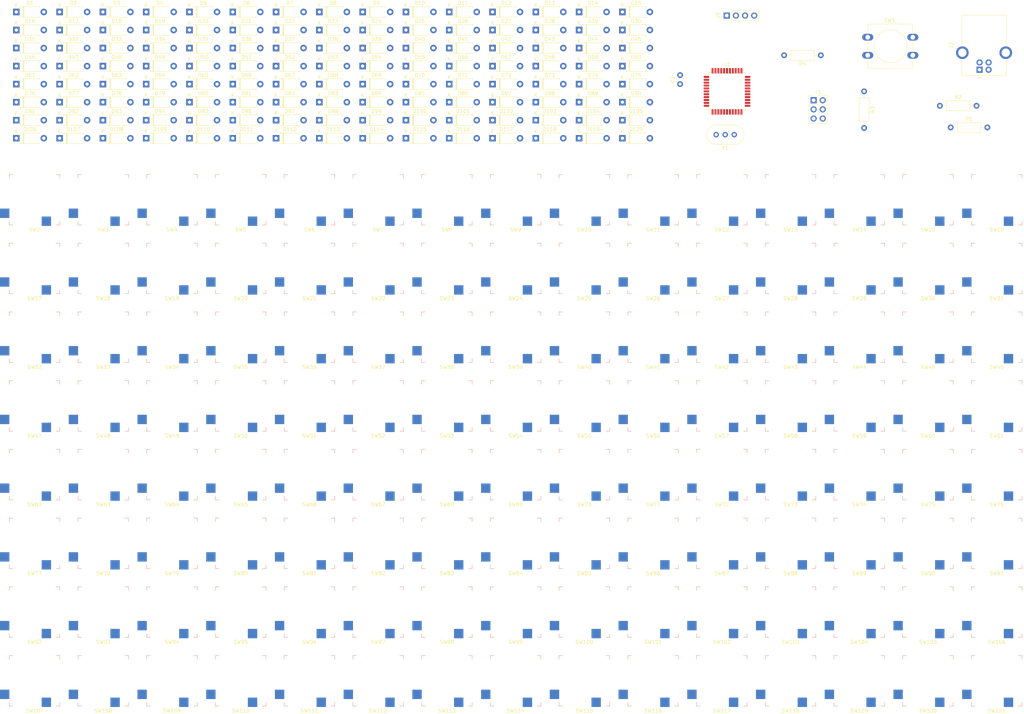
<source format=kicad_pcb>
(kicad_pcb (version 20171130) (host pcbnew "(5.1.4)-1")
  (layers (0 F.Cu signal) (31 B.Cu signal) (34 B.Paste user) (35 F.Paste user) (36 B.SilkS user) (37 F.SilkS user) (38 B.Mask user) (39 F.Mask user) (44 Edge.Cuts user))
  (net 0 "")
  (net 1 GND)
  (net 2 "Net-(C1-Pad1)")
  (net 3 "Net-(D1-Pad2)")
  (net 4 COL1)
  (net 5 "Net-(D2-Pad2)")
  (net 6 COL2)
  (net 7 "Net-(D3-Pad2)")
  (net 8 COL3)
  (net 9 "Net-(D4-Pad2)")
  (net 10 COL4)
  (net 11 "Net-(D5-Pad2)")
  (net 12 COL5)
  (net 13 "Net-(D6-Pad2)")
  (net 14 COL6)
  (net 15 "Net-(D7-Pad2)")
  (net 16 COL7)
  (net 17 "Net-(D8-Pad2)")
  (net 18 COL8)
  (net 19 "Net-(D9-Pad2)")
  (net 20 COL9)
  (net 21 "Net-(D10-Pad2)")
  (net 22 COL10)
  (net 23 "Net-(D11-Pad2)")
  (net 24 COL11)
  (net 25 "Net-(D12-Pad2)")
  (net 26 COL12)
  (net 27 "Net-(D13-Pad2)")
  (net 28 COL13)
  (net 29 "Net-(D14-Pad2)")
  (net 30 COL14)
  (net 31 "Net-(D15-Pad2)")
  (net 32 COL15)
  (net 33 "Net-(D16-Pad2)")
  (net 34 "Net-(D17-Pad2)")
  (net 35 "Net-(D18-Pad2)")
  (net 36 "Net-(D19-Pad2)")
  (net 37 "Net-(D20-Pad2)")
  (net 38 "Net-(D21-Pad2)")
  (net 39 "Net-(D22-Pad2)")
  (net 40 "Net-(D23-Pad2)")
  (net 41 "Net-(D24-Pad2)")
  (net 42 "Net-(D25-Pad2)")
  (net 43 "Net-(D26-Pad2)")
  (net 44 "Net-(D27-Pad2)")
  (net 45 "Net-(D28-Pad2)")
  (net 46 "Net-(D29-Pad2)")
  (net 47 "Net-(D30-Pad2)")
  (net 48 "Net-(D31-Pad2)")
  (net 49 "Net-(D32-Pad2)")
  (net 50 "Net-(D33-Pad2)")
  (net 51 "Net-(D34-Pad2)")
  (net 52 "Net-(D35-Pad2)")
  (net 53 "Net-(D36-Pad2)")
  (net 54 "Net-(D37-Pad2)")
  (net 55 "Net-(D38-Pad2)")
  (net 56 "Net-(D39-Pad2)")
  (net 57 "Net-(D40-Pad2)")
  (net 58 "Net-(D41-Pad2)")
  (net 59 "Net-(D42-Pad2)")
  (net 60 "Net-(D43-Pad2)")
  (net 61 "Net-(D44-Pad2)")
  (net 62 "Net-(D45-Pad2)")
  (net 63 "Net-(D46-Pad2)")
  (net 64 "Net-(D47-Pad2)")
  (net 65 "Net-(D48-Pad2)")
  (net 66 "Net-(D49-Pad2)")
  (net 67 "Net-(D50-Pad2)")
  (net 68 "Net-(D51-Pad2)")
  (net 69 "Net-(D52-Pad2)")
  (net 70 "Net-(D53-Pad2)")
  (net 71 "Net-(D54-Pad2)")
  (net 72 "Net-(D55-Pad2)")
  (net 73 "Net-(D56-Pad2)")
  (net 74 "Net-(D57-Pad2)")
  (net 75 "Net-(D58-Pad2)")
  (net 76 "Net-(D59-Pad2)")
  (net 77 "Net-(D60-Pad2)")
  (net 78 "Net-(D61-Pad2)")
  (net 79 "Net-(D62-Pad2)")
  (net 80 "Net-(D63-Pad2)")
  (net 81 "Net-(D64-Pad2)")
  (net 82 "Net-(D65-Pad2)")
  (net 83 "Net-(D66-Pad2)")
  (net 84 "Net-(D67-Pad2)")
  (net 85 "Net-(D68-Pad2)")
  (net 86 "Net-(D69-Pad2)")
  (net 87 "Net-(D70-Pad2)")
  (net 88 "Net-(D71-Pad2)")
  (net 89 "Net-(D72-Pad2)")
  (net 90 "Net-(D73-Pad2)")
  (net 91 "Net-(D74-Pad2)")
  (net 92 "Net-(D75-Pad2)")
  (net 93 "Net-(D76-Pad2)")
  (net 94 "Net-(D77-Pad2)")
  (net 95 "Net-(D78-Pad2)")
  (net 96 "Net-(D79-Pad2)")
  (net 97 "Net-(D80-Pad2)")
  (net 98 "Net-(D81-Pad2)")
  (net 99 "Net-(D82-Pad2)")
  (net 100 "Net-(D83-Pad2)")
  (net 101 "Net-(D84-Pad2)")
  (net 102 "Net-(D85-Pad2)")
  (net 103 "Net-(D86-Pad2)")
  (net 104 "Net-(D87-Pad2)")
  (net 105 "Net-(D88-Pad2)")
  (net 106 "Net-(D89-Pad2)")
  (net 107 "Net-(D90-Pad2)")
  (net 108 "Net-(D91-Pad2)")
  (net 109 "Net-(D92-Pad2)")
  (net 110 "Net-(D93-Pad2)")
  (net 111 "Net-(D94-Pad2)")
  (net 112 "Net-(D95-Pad2)")
  (net 113 "Net-(D96-Pad2)")
  (net 114 "Net-(D97-Pad2)")
  (net 115 "Net-(D98-Pad2)")
  (net 116 "Net-(D99-Pad2)")
  (net 117 "Net-(D100-Pad2)")
  (net 118 "Net-(D101-Pad2)")
  (net 119 "Net-(D102-Pad2)")
  (net 120 "Net-(D103-Pad2)")
  (net 121 "Net-(D104-Pad2)")
  (net 122 "Net-(D105-Pad2)")
  (net 123 "Net-(D106-Pad2)")
  (net 124 "Net-(D107-Pad2)")
  (net 125 "Net-(D108-Pad2)")
  (net 126 "Net-(D109-Pad2)")
  (net 127 "Net-(D110-Pad2)")
  (net 128 "Net-(D111-Pad2)")
  (net 129 "Net-(D112-Pad2)")
  (net 130 "Net-(D113-Pad2)")
  (net 131 "Net-(D114-Pad2)")
  (net 132 "Net-(D115-Pad2)")
  (net 133 "Net-(D116-Pad2)")
  (net 134 "Net-(D117-Pad2)")
  (net 135 "Net-(D118-Pad2)")
  (net 136 "Net-(D119-Pad2)")
  (net 137 "Net-(D120-Pad2)")
  (net 138 RESET)
  (net 139 ROW3)
  (net 140 ROW2)
  (net 141 VCC)
  (net 142 ROW4)
  (net 143 "Net-(J2-Pad5)")
  (net 144 "Net-(J2-Pad4)")
  (net 145 "Net-(J2-Pad3)")
  (net 146 "Net-(J2-Pad2)")
  (net 147 "Net-(J3-Pad4)")
  (net 148 "Net-(J3-Pad3)")
  (net 149 "Net-(R1-Pad1)")
  (net 150 "Net-(R2-Pad1)")
  (net 151 "Net-(R4-Pad2)")
  (net 152 ROW1)
  (net 153 ROW5)
  (net 154 ROW6)
  (net 155 ROW7)
  (net 156 ROW8)
  (net 157 "Net-(U1-Pad42)")
  (net 158 "Net-(U1-Pad17)")
  (net 159 "Net-(U1-Pad16)")
  (module Diode_THT:D_A-405_P7.62mm_Horizontal (layer F.Cu) (at 182 2)
    (fp_text reference D120 (at 3.81 -2.47) (layer F.SilkS))
    (fp_text value D)
    (fp_text user K (at 0 -1.9) (layer F.SilkS))
    (pad 1 thru_hole rect (at 0 0) (size 1.8 1.8) (drill 0.9) (layers *.Cu *.Mask) (net 32 COL15))
    (pad 2 thru_hole oval (at 7.62 0) (size 1.8 1.8) (drill 0.9) (layers *.Cu *.Mask) (net 137 "Net-(D120-Pad2)"))
  )
  (module Diode_THT:D_A-405_P7.62mm_Horizontal (layer F.Cu) (at 170 2)
    (fp_text reference D119 (at 3.81 -2.47) (layer F.SilkS))
    (fp_text value D)
    (fp_text user K (at 0 -1.9) (layer F.SilkS))
    (pad 1 thru_hole rect (at 0 0) (size 1.8 1.8) (drill 0.9) (layers *.Cu *.Mask) (net 30 COL14))
    (pad 2 thru_hole oval (at 7.62 0) (size 1.8 1.8) (drill 0.9) (layers *.Cu *.Mask) (net 136 "Net-(D119-Pad2)"))
  )
  (module Diode_THT:D_A-405_P7.62mm_Horizontal (layer F.Cu) (at 158 2)
    (fp_text reference D118 (at 3.81 -2.47) (layer F.SilkS))
    (fp_text value D)
    (fp_text user K (at 0 -1.9) (layer F.SilkS))
    (pad 1 thru_hole rect (at 0 0) (size 1.8 1.8) (drill 0.9) (layers *.Cu *.Mask) (net 28 COL13))
    (pad 2 thru_hole oval (at 7.62 0) (size 1.8 1.8) (drill 0.9) (layers *.Cu *.Mask) (net 135 "Net-(D118-Pad2)"))
  )
  (module Diode_THT:D_A-405_P7.62mm_Horizontal (layer F.Cu) (at 146 2)
    (fp_text reference D117 (at 3.81 -2.47) (layer F.SilkS))
    (fp_text value D)
    (fp_text user K (at 0 -1.9) (layer F.SilkS))
    (pad 1 thru_hole rect (at 0 0) (size 1.8 1.8) (drill 0.9) (layers *.Cu *.Mask) (net 26 COL12))
    (pad 2 thru_hole oval (at 7.62 0) (size 1.8 1.8) (drill 0.9) (layers *.Cu *.Mask) (net 134 "Net-(D117-Pad2)"))
  )
  (module Diode_THT:D_A-405_P7.62mm_Horizontal (layer F.Cu) (at 134 2)
    (fp_text reference D116 (at 3.81 -2.47) (layer F.SilkS))
    (fp_text value D)
    (fp_text user K (at 0 -1.9) (layer F.SilkS))
    (pad 1 thru_hole rect (at 0 0) (size 1.8 1.8) (drill 0.9) (layers *.Cu *.Mask) (net 24 COL11))
    (pad 2 thru_hole oval (at 7.62 0) (size 1.8 1.8) (drill 0.9) (layers *.Cu *.Mask) (net 133 "Net-(D116-Pad2)"))
  )
  (module Diode_THT:D_A-405_P7.62mm_Horizontal (layer F.Cu) (at 122 2)
    (fp_text reference D115 (at 3.81 -2.47) (layer F.SilkS))
    (fp_text value D)
    (fp_text user K (at 0 -1.9) (layer F.SilkS))
    (pad 1 thru_hole rect (at 0 0) (size 1.8 1.8) (drill 0.9) (layers *.Cu *.Mask) (net 22 COL10))
    (pad 2 thru_hole oval (at 7.62 0) (size 1.8 1.8) (drill 0.9) (layers *.Cu *.Mask) (net 132 "Net-(D115-Pad2)"))
  )
  (module Diode_THT:D_A-405_P7.62mm_Horizontal (layer F.Cu) (at 110 2)
    (fp_text reference D114 (at 3.81 -2.47) (layer F.SilkS))
    (fp_text value D)
    (fp_text user K (at 0 -1.9) (layer F.SilkS))
    (pad 1 thru_hole rect (at 0 0) (size 1.8 1.8) (drill 0.9) (layers *.Cu *.Mask) (net 20 COL9))
    (pad 2 thru_hole oval (at 7.62 0) (size 1.8 1.8) (drill 0.9) (layers *.Cu *.Mask) (net 131 "Net-(D114-Pad2)"))
  )
  (module Diode_THT:D_A-405_P7.62mm_Horizontal (layer F.Cu) (at 98 2)
    (fp_text reference D113 (at 3.81 -2.47) (layer F.SilkS))
    (fp_text value D)
    (fp_text user K (at 0 -1.9) (layer F.SilkS))
    (pad 1 thru_hole rect (at 0 0) (size 1.8 1.8) (drill 0.9) (layers *.Cu *.Mask) (net 18 COL8))
    (pad 2 thru_hole oval (at 7.62 0) (size 1.8 1.8) (drill 0.9) (layers *.Cu *.Mask) (net 130 "Net-(D113-Pad2)"))
  )
  (module Diode_THT:D_A-405_P7.62mm_Horizontal (layer F.Cu) (at 86 2)
    (fp_text reference D112 (at 3.81 -2.47) (layer F.SilkS))
    (fp_text value D)
    (fp_text user K (at 0 -1.9) (layer F.SilkS))
    (pad 1 thru_hole rect (at 0 0) (size 1.8 1.8) (drill 0.9) (layers *.Cu *.Mask) (net 16 COL7))
    (pad 2 thru_hole oval (at 7.62 0) (size 1.8 1.8) (drill 0.9) (layers *.Cu *.Mask) (net 129 "Net-(D112-Pad2)"))
  )
  (module Diode_THT:D_A-405_P7.62mm_Horizontal (layer F.Cu) (at 74 2)
    (fp_text reference D111 (at 3.81 -2.47) (layer F.SilkS))
    (fp_text value D)
    (fp_text user K (at 0 -1.9) (layer F.SilkS))
    (pad 1 thru_hole rect (at 0 0) (size 1.8 1.8) (drill 0.9) (layers *.Cu *.Mask) (net 14 COL6))
    (pad 2 thru_hole oval (at 7.62 0) (size 1.8 1.8) (drill 0.9) (layers *.Cu *.Mask) (net 128 "Net-(D111-Pad2)"))
  )
  (module Diode_THT:D_A-405_P7.62mm_Horizontal (layer F.Cu) (at 62 2)
    (fp_text reference D110 (at 3.81 -2.47) (layer F.SilkS))
    (fp_text value D)
    (fp_text user K (at 0 -1.9) (layer F.SilkS))
    (pad 1 thru_hole rect (at 0 0) (size 1.8 1.8) (drill 0.9) (layers *.Cu *.Mask) (net 12 COL5))
    (pad 2 thru_hole oval (at 7.62 0) (size 1.8 1.8) (drill 0.9) (layers *.Cu *.Mask) (net 127 "Net-(D110-Pad2)"))
  )
  (module Diode_THT:D_A-405_P7.62mm_Horizontal (layer F.Cu) (at 50 2)
    (fp_text reference D109 (at 3.81 -2.47) (layer F.SilkS))
    (fp_text value D)
    (fp_text user K (at 0 -1.9) (layer F.SilkS))
    (pad 1 thru_hole rect (at 0 0) (size 1.8 1.8) (drill 0.9) (layers *.Cu *.Mask) (net 10 COL4))
    (pad 2 thru_hole oval (at 7.62 0) (size 1.8 1.8) (drill 0.9) (layers *.Cu *.Mask) (net 126 "Net-(D109-Pad2)"))
  )
  (module Diode_THT:D_A-405_P7.62mm_Horizontal (layer F.Cu) (at 38 2)
    (fp_text reference D108 (at 3.81 -2.47) (layer F.SilkS))
    (fp_text value D)
    (fp_text user K (at 0 -1.9) (layer F.SilkS))
    (pad 1 thru_hole rect (at 0 0) (size 1.8 1.8) (drill 0.9) (layers *.Cu *.Mask) (net 8 COL3))
    (pad 2 thru_hole oval (at 7.62 0) (size 1.8 1.8) (drill 0.9) (layers *.Cu *.Mask) (net 125 "Net-(D108-Pad2)"))
  )
  (module Diode_THT:D_A-405_P7.62mm_Horizontal (layer F.Cu) (at 26 2)
    (fp_text reference D107 (at 3.81 -2.47) (layer F.SilkS))
    (fp_text value D)
    (fp_text user K (at 0 -1.9) (layer F.SilkS))
    (pad 1 thru_hole rect (at 0 0) (size 1.8 1.8) (drill 0.9) (layers *.Cu *.Mask) (net 6 COL2))
    (pad 2 thru_hole oval (at 7.62 0) (size 1.8 1.8) (drill 0.9) (layers *.Cu *.Mask) (net 124 "Net-(D107-Pad2)"))
  )
  (module Diode_THT:D_A-405_P7.62mm_Horizontal (layer F.Cu) (at 14 2)
    (fp_text reference D106 (at 3.81 -2.47) (layer F.SilkS))
    (fp_text value D)
    (fp_text user K (at 0 -1.9) (layer F.SilkS))
    (pad 1 thru_hole rect (at 0 0) (size 1.8 1.8) (drill 0.9) (layers *.Cu *.Mask) (net 4 COL1))
    (pad 2 thru_hole oval (at 7.62 0) (size 1.8 1.8) (drill 0.9) (layers *.Cu *.Mask) (net 123 "Net-(D106-Pad2)"))
  )
  (module Diode_THT:D_A-405_P7.62mm_Horizontal (layer F.Cu) (at 182 -3)
    (fp_text reference D105 (at 3.81 -2.47) (layer F.SilkS))
    (fp_text value D)
    (fp_text user K (at 0 -1.9) (layer F.SilkS))
    (pad 1 thru_hole rect (at 0 0) (size 1.8 1.8) (drill 0.9) (layers *.Cu *.Mask) (net 32 COL15))
    (pad 2 thru_hole oval (at 7.62 0) (size 1.8 1.8) (drill 0.9) (layers *.Cu *.Mask) (net 122 "Net-(D105-Pad2)"))
  )
  (module Diode_THT:D_A-405_P7.62mm_Horizontal (layer F.Cu) (at 170 -3)
    (fp_text reference D104 (at 3.81 -2.47) (layer F.SilkS))
    (fp_text value D)
    (fp_text user K (at 0 -1.9) (layer F.SilkS))
    (pad 1 thru_hole rect (at 0 0) (size 1.8 1.8) (drill 0.9) (layers *.Cu *.Mask) (net 30 COL14))
    (pad 2 thru_hole oval (at 7.62 0) (size 1.8 1.8) (drill 0.9) (layers *.Cu *.Mask) (net 121 "Net-(D104-Pad2)"))
  )
  (module Diode_THT:D_A-405_P7.62mm_Horizontal (layer F.Cu) (at 158 -3)
    (fp_text reference D103 (at 3.81 -2.47) (layer F.SilkS))
    (fp_text value D)
    (fp_text user K (at 0 -1.9) (layer F.SilkS))
    (pad 1 thru_hole rect (at 0 0) (size 1.8 1.8) (drill 0.9) (layers *.Cu *.Mask) (net 28 COL13))
    (pad 2 thru_hole oval (at 7.62 0) (size 1.8 1.8) (drill 0.9) (layers *.Cu *.Mask) (net 120 "Net-(D103-Pad2)"))
  )
  (module Diode_THT:D_A-405_P7.62mm_Horizontal (layer F.Cu) (at 146 -3)
    (fp_text reference D102 (at 3.81 -2.47) (layer F.SilkS))
    (fp_text value D)
    (fp_text user K (at 0 -1.9) (layer F.SilkS))
    (pad 1 thru_hole rect (at 0 0) (size 1.8 1.8) (drill 0.9) (layers *.Cu *.Mask) (net 26 COL12))
    (pad 2 thru_hole oval (at 7.62 0) (size 1.8 1.8) (drill 0.9) (layers *.Cu *.Mask) (net 119 "Net-(D102-Pad2)"))
  )
  (module Diode_THT:D_A-405_P7.62mm_Horizontal (layer F.Cu) (at 134 -3)
    (fp_text reference D101 (at 3.81 -2.47) (layer F.SilkS))
    (fp_text value D)
    (fp_text user K (at 0 -1.9) (layer F.SilkS))
    (pad 1 thru_hole rect (at 0 0) (size 1.8 1.8) (drill 0.9) (layers *.Cu *.Mask) (net 24 COL11))
    (pad 2 thru_hole oval (at 7.62 0) (size 1.8 1.8) (drill 0.9) (layers *.Cu *.Mask) (net 118 "Net-(D101-Pad2)"))
  )
  (module Diode_THT:D_A-405_P7.62mm_Horizontal (layer F.Cu) (at 122 -3)
    (fp_text reference D100 (at 3.81 -2.47) (layer F.SilkS))
    (fp_text value D)
    (fp_text user K (at 0 -1.9) (layer F.SilkS))
    (pad 1 thru_hole rect (at 0 0) (size 1.8 1.8) (drill 0.9) (layers *.Cu *.Mask) (net 22 COL10))
    (pad 2 thru_hole oval (at 7.62 0) (size 1.8 1.8) (drill 0.9) (layers *.Cu *.Mask) (net 117 "Net-(D100-Pad2)"))
  )
  (module Diode_THT:D_A-405_P7.62mm_Horizontal (layer F.Cu) (at 110 -3)
    (fp_text reference D99 (at 3.81 -2.47) (layer F.SilkS))
    (fp_text value D)
    (fp_text user K (at 0 -1.9) (layer F.SilkS))
    (pad 1 thru_hole rect (at 0 0) (size 1.8 1.8) (drill 0.9) (layers *.Cu *.Mask) (net 20 COL9))
    (pad 2 thru_hole oval (at 7.62 0) (size 1.8 1.8) (drill 0.9) (layers *.Cu *.Mask) (net 116 "Net-(D99-Pad2)"))
  )
  (module Diode_THT:D_A-405_P7.62mm_Horizontal (layer F.Cu) (at 98 -3)
    (fp_text reference D98 (at 3.81 -2.47) (layer F.SilkS))
    (fp_text value D)
    (fp_text user K (at 0 -1.9) (layer F.SilkS))
    (pad 1 thru_hole rect (at 0 0) (size 1.8 1.8) (drill 0.9) (layers *.Cu *.Mask) (net 18 COL8))
    (pad 2 thru_hole oval (at 7.62 0) (size 1.8 1.8) (drill 0.9) (layers *.Cu *.Mask) (net 115 "Net-(D98-Pad2)"))
  )
  (module Diode_THT:D_A-405_P7.62mm_Horizontal (layer F.Cu) (at 86 -3)
    (fp_text reference D97 (at 3.81 -2.47) (layer F.SilkS))
    (fp_text value D)
    (fp_text user K (at 0 -1.9) (layer F.SilkS))
    (pad 1 thru_hole rect (at 0 0) (size 1.8 1.8) (drill 0.9) (layers *.Cu *.Mask) (net 16 COL7))
    (pad 2 thru_hole oval (at 7.62 0) (size 1.8 1.8) (drill 0.9) (layers *.Cu *.Mask) (net 114 "Net-(D97-Pad2)"))
  )
  (module Diode_THT:D_A-405_P7.62mm_Horizontal (layer F.Cu) (at 74 -3)
    (fp_text reference D96 (at 3.81 -2.47) (layer F.SilkS))
    (fp_text value D)
    (fp_text user K (at 0 -1.9) (layer F.SilkS))
    (pad 1 thru_hole rect (at 0 0) (size 1.8 1.8) (drill 0.9) (layers *.Cu *.Mask) (net 14 COL6))
    (pad 2 thru_hole oval (at 7.62 0) (size 1.8 1.8) (drill 0.9) (layers *.Cu *.Mask) (net 113 "Net-(D96-Pad2)"))
  )
  (module Diode_THT:D_A-405_P7.62mm_Horizontal (layer F.Cu) (at 62 -3)
    (fp_text reference D95 (at 3.81 -2.47) (layer F.SilkS))
    (fp_text value D)
    (fp_text user K (at 0 -1.9) (layer F.SilkS))
    (pad 1 thru_hole rect (at 0 0) (size 1.8 1.8) (drill 0.9) (layers *.Cu *.Mask) (net 12 COL5))
    (pad 2 thru_hole oval (at 7.62 0) (size 1.8 1.8) (drill 0.9) (layers *.Cu *.Mask) (net 112 "Net-(D95-Pad2)"))
  )
  (module Diode_THT:D_A-405_P7.62mm_Horizontal (layer F.Cu) (at 50 -3)
    (fp_text reference D94 (at 3.81 -2.47) (layer F.SilkS))
    (fp_text value D)
    (fp_text user K (at 0 -1.9) (layer F.SilkS))
    (pad 1 thru_hole rect (at 0 0) (size 1.8 1.8) (drill 0.9) (layers *.Cu *.Mask) (net 10 COL4))
    (pad 2 thru_hole oval (at 7.62 0) (size 1.8 1.8) (drill 0.9) (layers *.Cu *.Mask) (net 111 "Net-(D94-Pad2)"))
  )
  (module Diode_THT:D_A-405_P7.62mm_Horizontal (layer F.Cu) (at 38 -3)
    (fp_text reference D93 (at 3.81 -2.47) (layer F.SilkS))
    (fp_text value D)
    (fp_text user K (at 0 -1.9) (layer F.SilkS))
    (pad 1 thru_hole rect (at 0 0) (size 1.8 1.8) (drill 0.9) (layers *.Cu *.Mask) (net 8 COL3))
    (pad 2 thru_hole oval (at 7.62 0) (size 1.8 1.8) (drill 0.9) (layers *.Cu *.Mask) (net 110 "Net-(D93-Pad2)"))
  )
  (module Diode_THT:D_A-405_P7.62mm_Horizontal (layer F.Cu) (at 26 -3)
    (fp_text reference D92 (at 3.81 -2.47) (layer F.SilkS))
    (fp_text value D)
    (fp_text user K (at 0 -1.9) (layer F.SilkS))
    (pad 1 thru_hole rect (at 0 0) (size 1.8 1.8) (drill 0.9) (layers *.Cu *.Mask) (net 6 COL2))
    (pad 2 thru_hole oval (at 7.62 0) (size 1.8 1.8) (drill 0.9) (layers *.Cu *.Mask) (net 109 "Net-(D92-Pad2)"))
  )
  (module Diode_THT:D_A-405_P7.62mm_Horizontal (layer F.Cu) (at 14 -3)
    (fp_text reference D91 (at 3.81 -2.47) (layer F.SilkS))
    (fp_text value D)
    (fp_text user K (at 0 -1.9) (layer F.SilkS))
    (pad 1 thru_hole rect (at 0 0) (size 1.8 1.8) (drill 0.9) (layers *.Cu *.Mask) (net 4 COL1))
    (pad 2 thru_hole oval (at 7.62 0) (size 1.8 1.8) (drill 0.9) (layers *.Cu *.Mask) (net 108 "Net-(D91-Pad2)"))
  )
  (module Diode_THT:D_A-405_P7.62mm_Horizontal (layer F.Cu) (at 182 -8)
    (fp_text reference D90 (at 3.81 -2.47) (layer F.SilkS))
    (fp_text value D)
    (fp_text user K (at 0 -1.9) (layer F.SilkS))
    (pad 1 thru_hole rect (at 0 0) (size 1.8 1.8) (drill 0.9) (layers *.Cu *.Mask) (net 32 COL15))
    (pad 2 thru_hole oval (at 7.62 0) (size 1.8 1.8) (drill 0.9) (layers *.Cu *.Mask) (net 107 "Net-(D90-Pad2)"))
  )
  (module Diode_THT:D_A-405_P7.62mm_Horizontal (layer F.Cu) (at 170 -8)
    (fp_text reference D89 (at 3.81 -2.47) (layer F.SilkS))
    (fp_text value D)
    (fp_text user K (at 0 -1.9) (layer F.SilkS))
    (pad 1 thru_hole rect (at 0 0) (size 1.8 1.8) (drill 0.9) (layers *.Cu *.Mask) (net 30 COL14))
    (pad 2 thru_hole oval (at 7.62 0) (size 1.8 1.8) (drill 0.9) (layers *.Cu *.Mask) (net 106 "Net-(D89-Pad2)"))
  )
  (module Diode_THT:D_A-405_P7.62mm_Horizontal (layer F.Cu) (at 158 -8)
    (fp_text reference D88 (at 3.81 -2.47) (layer F.SilkS))
    (fp_text value D)
    (fp_text user K (at 0 -1.9) (layer F.SilkS))
    (pad 1 thru_hole rect (at 0 0) (size 1.8 1.8) (drill 0.9) (layers *.Cu *.Mask) (net 28 COL13))
    (pad 2 thru_hole oval (at 7.62 0) (size 1.8 1.8) (drill 0.9) (layers *.Cu *.Mask) (net 105 "Net-(D88-Pad2)"))
  )
  (module Diode_THT:D_A-405_P7.62mm_Horizontal (layer F.Cu) (at 146 -8)
    (fp_text reference D87 (at 3.81 -2.47) (layer F.SilkS))
    (fp_text value D)
    (fp_text user K (at 0 -1.9) (layer F.SilkS))
    (pad 1 thru_hole rect (at 0 0) (size 1.8 1.8) (drill 0.9) (layers *.Cu *.Mask) (net 26 COL12))
    (pad 2 thru_hole oval (at 7.62 0) (size 1.8 1.8) (drill 0.9) (layers *.Cu *.Mask) (net 104 "Net-(D87-Pad2)"))
  )
  (module Diode_THT:D_A-405_P7.62mm_Horizontal (layer F.Cu) (at 134 -8)
    (fp_text reference D86 (at 3.81 -2.47) (layer F.SilkS))
    (fp_text value D)
    (fp_text user K (at 0 -1.9) (layer F.SilkS))
    (pad 1 thru_hole rect (at 0 0) (size 1.8 1.8) (drill 0.9) (layers *.Cu *.Mask) (net 24 COL11))
    (pad 2 thru_hole oval (at 7.62 0) (size 1.8 1.8) (drill 0.9) (layers *.Cu *.Mask) (net 103 "Net-(D86-Pad2)"))
  )
  (module Diode_THT:D_A-405_P7.62mm_Horizontal (layer F.Cu) (at 122 -8)
    (fp_text reference D85 (at 3.81 -2.47) (layer F.SilkS))
    (fp_text value D)
    (fp_text user K (at 0 -1.9) (layer F.SilkS))
    (pad 1 thru_hole rect (at 0 0) (size 1.8 1.8) (drill 0.9) (layers *.Cu *.Mask) (net 22 COL10))
    (pad 2 thru_hole oval (at 7.62 0) (size 1.8 1.8) (drill 0.9) (layers *.Cu *.Mask) (net 102 "Net-(D85-Pad2)"))
  )
  (module Diode_THT:D_A-405_P7.62mm_Horizontal (layer F.Cu) (at 110 -8)
    (fp_text reference D84 (at 3.81 -2.47) (layer F.SilkS))
    (fp_text value D)
    (fp_text user K (at 0 -1.9) (layer F.SilkS))
    (pad 1 thru_hole rect (at 0 0) (size 1.8 1.8) (drill 0.9) (layers *.Cu *.Mask) (net 20 COL9))
    (pad 2 thru_hole oval (at 7.62 0) (size 1.8 1.8) (drill 0.9) (layers *.Cu *.Mask) (net 101 "Net-(D84-Pad2)"))
  )
  (module Diode_THT:D_A-405_P7.62mm_Horizontal (layer F.Cu) (at 98 -8)
    (fp_text reference D83 (at 3.81 -2.47) (layer F.SilkS))
    (fp_text value D)
    (fp_text user K (at 0 -1.9) (layer F.SilkS))
    (pad 1 thru_hole rect (at 0 0) (size 1.8 1.8) (drill 0.9) (layers *.Cu *.Mask) (net 18 COL8))
    (pad 2 thru_hole oval (at 7.62 0) (size 1.8 1.8) (drill 0.9) (layers *.Cu *.Mask) (net 100 "Net-(D83-Pad2)"))
  )
  (module Diode_THT:D_A-405_P7.62mm_Horizontal (layer F.Cu) (at 86 -8)
    (fp_text reference D82 (at 3.81 -2.47) (layer F.SilkS))
    (fp_text value D)
    (fp_text user K (at 0 -1.9) (layer F.SilkS))
    (pad 1 thru_hole rect (at 0 0) (size 1.8 1.8) (drill 0.9) (layers *.Cu *.Mask) (net 16 COL7))
    (pad 2 thru_hole oval (at 7.62 0) (size 1.8 1.8) (drill 0.9) (layers *.Cu *.Mask) (net 99 "Net-(D82-Pad2)"))
  )
  (module Diode_THT:D_A-405_P7.62mm_Horizontal (layer F.Cu) (at 74 -8)
    (fp_text reference D81 (at 3.81 -2.47) (layer F.SilkS))
    (fp_text value D)
    (fp_text user K (at 0 -1.9) (layer F.SilkS))
    (pad 1 thru_hole rect (at 0 0) (size 1.8 1.8) (drill 0.9) (layers *.Cu *.Mask) (net 14 COL6))
    (pad 2 thru_hole oval (at 7.62 0) (size 1.8 1.8) (drill 0.9) (layers *.Cu *.Mask) (net 98 "Net-(D81-Pad2)"))
  )
  (module Diode_THT:D_A-405_P7.62mm_Horizontal (layer F.Cu) (at 62 -8)
    (fp_text reference D80 (at 3.81 -2.47) (layer F.SilkS))
    (fp_text value D)
    (fp_text user K (at 0 -1.9) (layer F.SilkS))
    (pad 1 thru_hole rect (at 0 0) (size 1.8 1.8) (drill 0.9) (layers *.Cu *.Mask) (net 12 COL5))
    (pad 2 thru_hole oval (at 7.62 0) (size 1.8 1.8) (drill 0.9) (layers *.Cu *.Mask) (net 97 "Net-(D80-Pad2)"))
  )
  (module Diode_THT:D_A-405_P7.62mm_Horizontal (layer F.Cu) (at 50 -8)
    (fp_text reference D79 (at 3.81 -2.47) (layer F.SilkS))
    (fp_text value D)
    (fp_text user K (at 0 -1.9) (layer F.SilkS))
    (pad 1 thru_hole rect (at 0 0) (size 1.8 1.8) (drill 0.9) (layers *.Cu *.Mask) (net 10 COL4))
    (pad 2 thru_hole oval (at 7.62 0) (size 1.8 1.8) (drill 0.9) (layers *.Cu *.Mask) (net 96 "Net-(D79-Pad2)"))
  )
  (module Diode_THT:D_A-405_P7.62mm_Horizontal (layer F.Cu) (at 38 -8)
    (fp_text reference D78 (at 3.81 -2.47) (layer F.SilkS))
    (fp_text value D)
    (fp_text user K (at 0 -1.9) (layer F.SilkS))
    (pad 1 thru_hole rect (at 0 0) (size 1.8 1.8) (drill 0.9) (layers *.Cu *.Mask) (net 8 COL3))
    (pad 2 thru_hole oval (at 7.62 0) (size 1.8 1.8) (drill 0.9) (layers *.Cu *.Mask) (net 95 "Net-(D78-Pad2)"))
  )
  (module Diode_THT:D_A-405_P7.62mm_Horizontal (layer F.Cu) (at 26 -8)
    (fp_text reference D77 (at 3.81 -2.47) (layer F.SilkS))
    (fp_text value D)
    (fp_text user K (at 0 -1.9) (layer F.SilkS))
    (pad 1 thru_hole rect (at 0 0) (size 1.8 1.8) (drill 0.9) (layers *.Cu *.Mask) (net 6 COL2))
    (pad 2 thru_hole oval (at 7.62 0) (size 1.8 1.8) (drill 0.9) (layers *.Cu *.Mask) (net 94 "Net-(D77-Pad2)"))
  )
  (module Diode_THT:D_A-405_P7.62mm_Horizontal (layer F.Cu) (at 14 -8)
    (fp_text reference D76 (at 3.81 -2.47) (layer F.SilkS))
    (fp_text value D)
    (fp_text user K (at 0 -1.9) (layer F.SilkS))
    (pad 1 thru_hole rect (at 0 0) (size 1.8 1.8) (drill 0.9) (layers *.Cu *.Mask) (net 4 COL1))
    (pad 2 thru_hole oval (at 7.62 0) (size 1.8 1.8) (drill 0.9) (layers *.Cu *.Mask) (net 93 "Net-(D76-Pad2)"))
  )
  (module Diode_THT:D_A-405_P7.62mm_Horizontal (layer F.Cu) (at 182 -13)
    (fp_text reference D75 (at 3.81 -2.47) (layer F.SilkS))
    (fp_text value D)
    (fp_text user K (at 0 -1.9) (layer F.SilkS))
    (pad 1 thru_hole rect (at 0 0) (size 1.8 1.8) (drill 0.9) (layers *.Cu *.Mask) (net 32 COL15))
    (pad 2 thru_hole oval (at 7.62 0) (size 1.8 1.8) (drill 0.9) (layers *.Cu *.Mask) (net 92 "Net-(D75-Pad2)"))
  )
  (module Diode_THT:D_A-405_P7.62mm_Horizontal (layer F.Cu) (at 170 -13)
    (fp_text reference D74 (at 3.81 -2.47) (layer F.SilkS))
    (fp_text value D)
    (fp_text user K (at 0 -1.9) (layer F.SilkS))
    (pad 1 thru_hole rect (at 0 0) (size 1.8 1.8) (drill 0.9) (layers *.Cu *.Mask) (net 30 COL14))
    (pad 2 thru_hole oval (at 7.62 0) (size 1.8 1.8) (drill 0.9) (layers *.Cu *.Mask) (net 91 "Net-(D74-Pad2)"))
  )
  (module Diode_THT:D_A-405_P7.62mm_Horizontal (layer F.Cu) (at 158 -13)
    (fp_text reference D73 (at 3.81 -2.47) (layer F.SilkS))
    (fp_text value D)
    (fp_text user K (at 0 -1.9) (layer F.SilkS))
    (pad 1 thru_hole rect (at 0 0) (size 1.8 1.8) (drill 0.9) (layers *.Cu *.Mask) (net 28 COL13))
    (pad 2 thru_hole oval (at 7.62 0) (size 1.8 1.8) (drill 0.9) (layers *.Cu *.Mask) (net 90 "Net-(D73-Pad2)"))
  )
  (module Diode_THT:D_A-405_P7.62mm_Horizontal (layer F.Cu) (at 146 -13)
    (fp_text reference D72 (at 3.81 -2.47) (layer F.SilkS))
    (fp_text value D)
    (fp_text user K (at 0 -1.9) (layer F.SilkS))
    (pad 1 thru_hole rect (at 0 0) (size 1.8 1.8) (drill 0.9) (layers *.Cu *.Mask) (net 26 COL12))
    (pad 2 thru_hole oval (at 7.62 0) (size 1.8 1.8) (drill 0.9) (layers *.Cu *.Mask) (net 89 "Net-(D72-Pad2)"))
  )
  (module Diode_THT:D_A-405_P7.62mm_Horizontal (layer F.Cu) (at 134 -13)
    (fp_text reference D71 (at 3.81 -2.47) (layer F.SilkS))
    (fp_text value D)
    (fp_text user K (at 0 -1.9) (layer F.SilkS))
    (pad 1 thru_hole rect (at 0 0) (size 1.8 1.8) (drill 0.9) (layers *.Cu *.Mask) (net 24 COL11))
    (pad 2 thru_hole oval (at 7.62 0) (size 1.8 1.8) (drill 0.9) (layers *.Cu *.Mask) (net 88 "Net-(D71-Pad2)"))
  )
  (module Diode_THT:D_A-405_P7.62mm_Horizontal (layer F.Cu) (at 122 -13)
    (fp_text reference D70 (at 3.81 -2.47) (layer F.SilkS))
    (fp_text value D)
    (fp_text user K (at 0 -1.9) (layer F.SilkS))
    (pad 1 thru_hole rect (at 0 0) (size 1.8 1.8) (drill 0.9) (layers *.Cu *.Mask) (net 22 COL10))
    (pad 2 thru_hole oval (at 7.62 0) (size 1.8 1.8) (drill 0.9) (layers *.Cu *.Mask) (net 87 "Net-(D70-Pad2)"))
  )
  (module Diode_THT:D_A-405_P7.62mm_Horizontal (layer F.Cu) (at 110 -13)
    (fp_text reference D69 (at 3.81 -2.47) (layer F.SilkS))
    (fp_text value D)
    (fp_text user K (at 0 -1.9) (layer F.SilkS))
    (pad 1 thru_hole rect (at 0 0) (size 1.8 1.8) (drill 0.9) (layers *.Cu *.Mask) (net 20 COL9))
    (pad 2 thru_hole oval (at 7.62 0) (size 1.8 1.8) (drill 0.9) (layers *.Cu *.Mask) (net 86 "Net-(D69-Pad2)"))
  )
  (module Diode_THT:D_A-405_P7.62mm_Horizontal (layer F.Cu) (at 98 -13)
    (fp_text reference D68 (at 3.81 -2.47) (layer F.SilkS))
    (fp_text value D)
    (fp_text user K (at 0 -1.9) (layer F.SilkS))
    (pad 1 thru_hole rect (at 0 0) (size 1.8 1.8) (drill 0.9) (layers *.Cu *.Mask) (net 18 COL8))
    (pad 2 thru_hole oval (at 7.62 0) (size 1.8 1.8) (drill 0.9) (layers *.Cu *.Mask) (net 85 "Net-(D68-Pad2)"))
  )
  (module Diode_THT:D_A-405_P7.62mm_Horizontal (layer F.Cu) (at 86 -13)
    (fp_text reference D67 (at 3.81 -2.47) (layer F.SilkS))
    (fp_text value D)
    (fp_text user K (at 0 -1.9) (layer F.SilkS))
    (pad 1 thru_hole rect (at 0 0) (size 1.8 1.8) (drill 0.9) (layers *.Cu *.Mask) (net 16 COL7))
    (pad 2 thru_hole oval (at 7.62 0) (size 1.8 1.8) (drill 0.9) (layers *.Cu *.Mask) (net 84 "Net-(D67-Pad2)"))
  )
  (module Diode_THT:D_A-405_P7.62mm_Horizontal (layer F.Cu) (at 74 -13)
    (fp_text reference D66 (at 3.81 -2.47) (layer F.SilkS))
    (fp_text value D)
    (fp_text user K (at 0 -1.9) (layer F.SilkS))
    (pad 1 thru_hole rect (at 0 0) (size 1.8 1.8) (drill 0.9) (layers *.Cu *.Mask) (net 14 COL6))
    (pad 2 thru_hole oval (at 7.62 0) (size 1.8 1.8) (drill 0.9) (layers *.Cu *.Mask) (net 83 "Net-(D66-Pad2)"))
  )
  (module Diode_THT:D_A-405_P7.62mm_Horizontal (layer F.Cu) (at 62 -13)
    (fp_text reference D65 (at 3.81 -2.47) (layer F.SilkS))
    (fp_text value D)
    (fp_text user K (at 0 -1.9) (layer F.SilkS))
    (pad 1 thru_hole rect (at 0 0) (size 1.8 1.8) (drill 0.9) (layers *.Cu *.Mask) (net 12 COL5))
    (pad 2 thru_hole oval (at 7.62 0) (size 1.8 1.8) (drill 0.9) (layers *.Cu *.Mask) (net 82 "Net-(D65-Pad2)"))
  )
  (module Diode_THT:D_A-405_P7.62mm_Horizontal (layer F.Cu) (at 50 -13)
    (fp_text reference D64 (at 3.81 -2.47) (layer F.SilkS))
    (fp_text value D)
    (fp_text user K (at 0 -1.9) (layer F.SilkS))
    (pad 1 thru_hole rect (at 0 0) (size 1.8 1.8) (drill 0.9) (layers *.Cu *.Mask) (net 10 COL4))
    (pad 2 thru_hole oval (at 7.62 0) (size 1.8 1.8) (drill 0.9) (layers *.Cu *.Mask) (net 81 "Net-(D64-Pad2)"))
  )
  (module Diode_THT:D_A-405_P7.62mm_Horizontal (layer F.Cu) (at 38 -13)
    (fp_text reference D63 (at 3.81 -2.47) (layer F.SilkS))
    (fp_text value D)
    (fp_text user K (at 0 -1.9) (layer F.SilkS))
    (pad 1 thru_hole rect (at 0 0) (size 1.8 1.8) (drill 0.9) (layers *.Cu *.Mask) (net 8 COL3))
    (pad 2 thru_hole oval (at 7.62 0) (size 1.8 1.8) (drill 0.9) (layers *.Cu *.Mask) (net 80 "Net-(D63-Pad2)"))
  )
  (module Diode_THT:D_A-405_P7.62mm_Horizontal (layer F.Cu) (at 26 -13)
    (fp_text reference D62 (at 3.81 -2.47) (layer F.SilkS))
    (fp_text value D)
    (fp_text user K (at 0 -1.9) (layer F.SilkS))
    (pad 1 thru_hole rect (at 0 0) (size 1.8 1.8) (drill 0.9) (layers *.Cu *.Mask) (net 6 COL2))
    (pad 2 thru_hole oval (at 7.62 0) (size 1.8 1.8) (drill 0.9) (layers *.Cu *.Mask) (net 79 "Net-(D62-Pad2)"))
  )
  (module Diode_THT:D_A-405_P7.62mm_Horizontal (layer F.Cu) (at 14 -13)
    (fp_text reference D61 (at 3.81 -2.47) (layer F.SilkS))
    (fp_text value D)
    (fp_text user K (at 0 -1.9) (layer F.SilkS))
    (pad 1 thru_hole rect (at 0 0) (size 1.8 1.8) (drill 0.9) (layers *.Cu *.Mask) (net 4 COL1))
    (pad 2 thru_hole oval (at 7.62 0) (size 1.8 1.8) (drill 0.9) (layers *.Cu *.Mask) (net 78 "Net-(D61-Pad2)"))
  )
  (module Diode_THT:D_A-405_P7.62mm_Horizontal (layer F.Cu) (at 182 -18)
    (fp_text reference D60 (at 3.81 -2.47) (layer F.SilkS))
    (fp_text value D)
    (fp_text user K (at 0 -1.9) (layer F.SilkS))
    (pad 1 thru_hole rect (at 0 0) (size 1.8 1.8) (drill 0.9) (layers *.Cu *.Mask) (net 32 COL15))
    (pad 2 thru_hole oval (at 7.62 0) (size 1.8 1.8) (drill 0.9) (layers *.Cu *.Mask) (net 77 "Net-(D60-Pad2)"))
  )
  (module Diode_THT:D_A-405_P7.62mm_Horizontal (layer F.Cu) (at 170 -18)
    (fp_text reference D59 (at 3.81 -2.47) (layer F.SilkS))
    (fp_text value D)
    (fp_text user K (at 0 -1.9) (layer F.SilkS))
    (pad 1 thru_hole rect (at 0 0) (size 1.8 1.8) (drill 0.9) (layers *.Cu *.Mask) (net 30 COL14))
    (pad 2 thru_hole oval (at 7.62 0) (size 1.8 1.8) (drill 0.9) (layers *.Cu *.Mask) (net 76 "Net-(D59-Pad2)"))
  )
  (module Diode_THT:D_A-405_P7.62mm_Horizontal (layer F.Cu) (at 158 -18)
    (fp_text reference D58 (at 3.81 -2.47) (layer F.SilkS))
    (fp_text value D)
    (fp_text user K (at 0 -1.9) (layer F.SilkS))
    (pad 1 thru_hole rect (at 0 0) (size 1.8 1.8) (drill 0.9) (layers *.Cu *.Mask) (net 28 COL13))
    (pad 2 thru_hole oval (at 7.62 0) (size 1.8 1.8) (drill 0.9) (layers *.Cu *.Mask) (net 75 "Net-(D58-Pad2)"))
  )
  (module Diode_THT:D_A-405_P7.62mm_Horizontal (layer F.Cu) (at 146 -18)
    (fp_text reference D57 (at 3.81 -2.47) (layer F.SilkS))
    (fp_text value D)
    (fp_text user K (at 0 -1.9) (layer F.SilkS))
    (pad 1 thru_hole rect (at 0 0) (size 1.8 1.8) (drill 0.9) (layers *.Cu *.Mask) (net 26 COL12))
    (pad 2 thru_hole oval (at 7.62 0) (size 1.8 1.8) (drill 0.9) (layers *.Cu *.Mask) (net 74 "Net-(D57-Pad2)"))
  )
  (module Diode_THT:D_A-405_P7.62mm_Horizontal (layer F.Cu) (at 134 -18)
    (fp_text reference D56 (at 3.81 -2.47) (layer F.SilkS))
    (fp_text value D)
    (fp_text user K (at 0 -1.9) (layer F.SilkS))
    (pad 1 thru_hole rect (at 0 0) (size 1.8 1.8) (drill 0.9) (layers *.Cu *.Mask) (net 24 COL11))
    (pad 2 thru_hole oval (at 7.62 0) (size 1.8 1.8) (drill 0.9) (layers *.Cu *.Mask) (net 73 "Net-(D56-Pad2)"))
  )
  (module Diode_THT:D_A-405_P7.62mm_Horizontal (layer F.Cu) (at 122 -18)
    (fp_text reference D55 (at 3.81 -2.47) (layer F.SilkS))
    (fp_text value D)
    (fp_text user K (at 0 -1.9) (layer F.SilkS))
    (pad 1 thru_hole rect (at 0 0) (size 1.8 1.8) (drill 0.9) (layers *.Cu *.Mask) (net 22 COL10))
    (pad 2 thru_hole oval (at 7.62 0) (size 1.8 1.8) (drill 0.9) (layers *.Cu *.Mask) (net 72 "Net-(D55-Pad2)"))
  )
  (module Diode_THT:D_A-405_P7.62mm_Horizontal (layer F.Cu) (at 110 -18)
    (fp_text reference D54 (at 3.81 -2.47) (layer F.SilkS))
    (fp_text value D)
    (fp_text user K (at 0 -1.9) (layer F.SilkS))
    (pad 1 thru_hole rect (at 0 0) (size 1.8 1.8) (drill 0.9) (layers *.Cu *.Mask) (net 20 COL9))
    (pad 2 thru_hole oval (at 7.62 0) (size 1.8 1.8) (drill 0.9) (layers *.Cu *.Mask) (net 71 "Net-(D54-Pad2)"))
  )
  (module Diode_THT:D_A-405_P7.62mm_Horizontal (layer F.Cu) (at 98 -18)
    (fp_text reference D53 (at 3.81 -2.47) (layer F.SilkS))
    (fp_text value D)
    (fp_text user K (at 0 -1.9) (layer F.SilkS))
    (pad 1 thru_hole rect (at 0 0) (size 1.8 1.8) (drill 0.9) (layers *.Cu *.Mask) (net 18 COL8))
    (pad 2 thru_hole oval (at 7.62 0) (size 1.8 1.8) (drill 0.9) (layers *.Cu *.Mask) (net 70 "Net-(D53-Pad2)"))
  )
  (module Diode_THT:D_A-405_P7.62mm_Horizontal (layer F.Cu) (at 86 -18)
    (fp_text reference D52 (at 3.81 -2.47) (layer F.SilkS))
    (fp_text value D)
    (fp_text user K (at 0 -1.9) (layer F.SilkS))
    (pad 1 thru_hole rect (at 0 0) (size 1.8 1.8) (drill 0.9) (layers *.Cu *.Mask) (net 16 COL7))
    (pad 2 thru_hole oval (at 7.62 0) (size 1.8 1.8) (drill 0.9) (layers *.Cu *.Mask) (net 69 "Net-(D52-Pad2)"))
  )
  (module Diode_THT:D_A-405_P7.62mm_Horizontal (layer F.Cu) (at 74 -18)
    (fp_text reference D51 (at 3.81 -2.47) (layer F.SilkS))
    (fp_text value D)
    (fp_text user K (at 0 -1.9) (layer F.SilkS))
    (pad 1 thru_hole rect (at 0 0) (size 1.8 1.8) (drill 0.9) (layers *.Cu *.Mask) (net 14 COL6))
    (pad 2 thru_hole oval (at 7.62 0) (size 1.8 1.8) (drill 0.9) (layers *.Cu *.Mask) (net 68 "Net-(D51-Pad2)"))
  )
  (module Diode_THT:D_A-405_P7.62mm_Horizontal (layer F.Cu) (at 62 -18)
    (fp_text reference D50 (at 3.81 -2.47) (layer F.SilkS))
    (fp_text value D)
    (fp_text user K (at 0 -1.9) (layer F.SilkS))
    (pad 1 thru_hole rect (at 0 0) (size 1.8 1.8) (drill 0.9) (layers *.Cu *.Mask) (net 12 COL5))
    (pad 2 thru_hole oval (at 7.62 0) (size 1.8 1.8) (drill 0.9) (layers *.Cu *.Mask) (net 67 "Net-(D50-Pad2)"))
  )
  (module Diode_THT:D_A-405_P7.62mm_Horizontal (layer F.Cu) (at 50 -18)
    (fp_text reference D49 (at 3.81 -2.47) (layer F.SilkS))
    (fp_text value D)
    (fp_text user K (at 0 -1.9) (layer F.SilkS))
    (pad 1 thru_hole rect (at 0 0) (size 1.8 1.8) (drill 0.9) (layers *.Cu *.Mask) (net 10 COL4))
    (pad 2 thru_hole oval (at 7.62 0) (size 1.8 1.8) (drill 0.9) (layers *.Cu *.Mask) (net 66 "Net-(D49-Pad2)"))
  )
  (module Diode_THT:D_A-405_P7.62mm_Horizontal (layer F.Cu) (at 38 -18)
    (fp_text reference D48 (at 3.81 -2.47) (layer F.SilkS))
    (fp_text value D)
    (fp_text user K (at 0 -1.9) (layer F.SilkS))
    (pad 1 thru_hole rect (at 0 0) (size 1.8 1.8) (drill 0.9) (layers *.Cu *.Mask) (net 8 COL3))
    (pad 2 thru_hole oval (at 7.62 0) (size 1.8 1.8) (drill 0.9) (layers *.Cu *.Mask) (net 65 "Net-(D48-Pad2)"))
  )
  (module Diode_THT:D_A-405_P7.62mm_Horizontal (layer F.Cu) (at 26 -18)
    (fp_text reference D47 (at 3.81 -2.47) (layer F.SilkS))
    (fp_text value D)
    (fp_text user K (at 0 -1.9) (layer F.SilkS))
    (pad 1 thru_hole rect (at 0 0) (size 1.8 1.8) (drill 0.9) (layers *.Cu *.Mask) (net 6 COL2))
    (pad 2 thru_hole oval (at 7.62 0) (size 1.8 1.8) (drill 0.9) (layers *.Cu *.Mask) (net 64 "Net-(D47-Pad2)"))
  )
  (module Diode_THT:D_A-405_P7.62mm_Horizontal (layer F.Cu) (at 14 -18)
    (fp_text reference D46 (at 3.81 -2.47) (layer F.SilkS))
    (fp_text value D)
    (fp_text user K (at 0 -1.9) (layer F.SilkS))
    (pad 1 thru_hole rect (at 0 0) (size 1.8 1.8) (drill 0.9) (layers *.Cu *.Mask) (net 4 COL1))
    (pad 2 thru_hole oval (at 7.62 0) (size 1.8 1.8) (drill 0.9) (layers *.Cu *.Mask) (net 63 "Net-(D46-Pad2)"))
  )
  (module Diode_THT:D_A-405_P7.62mm_Horizontal (layer F.Cu) (at 182 -23)
    (fp_text reference D45 (at 3.81 -2.47) (layer F.SilkS))
    (fp_text value D)
    (fp_text user K (at 0 -1.9) (layer F.SilkS))
    (pad 1 thru_hole rect (at 0 0) (size 1.8 1.8) (drill 0.9) (layers *.Cu *.Mask) (net 32 COL15))
    (pad 2 thru_hole oval (at 7.62 0) (size 1.8 1.8) (drill 0.9) (layers *.Cu *.Mask) (net 62 "Net-(D45-Pad2)"))
  )
  (module Diode_THT:D_A-405_P7.62mm_Horizontal (layer F.Cu) (at 170 -23)
    (fp_text reference D44 (at 3.81 -2.47) (layer F.SilkS))
    (fp_text value D)
    (fp_text user K (at 0 -1.9) (layer F.SilkS))
    (pad 1 thru_hole rect (at 0 0) (size 1.8 1.8) (drill 0.9) (layers *.Cu *.Mask) (net 30 COL14))
    (pad 2 thru_hole oval (at 7.62 0) (size 1.8 1.8) (drill 0.9) (layers *.Cu *.Mask) (net 61 "Net-(D44-Pad2)"))
  )
  (module Diode_THT:D_A-405_P7.62mm_Horizontal (layer F.Cu) (at 158 -23)
    (fp_text reference D43 (at 3.81 -2.47) (layer F.SilkS))
    (fp_text value D)
    (fp_text user K (at 0 -1.9) (layer F.SilkS))
    (pad 1 thru_hole rect (at 0 0) (size 1.8 1.8) (drill 0.9) (layers *.Cu *.Mask) (net 28 COL13))
    (pad 2 thru_hole oval (at 7.62 0) (size 1.8 1.8) (drill 0.9) (layers *.Cu *.Mask) (net 60 "Net-(D43-Pad2)"))
  )
  (module Diode_THT:D_A-405_P7.62mm_Horizontal (layer F.Cu) (at 146 -23)
    (fp_text reference D42 (at 3.81 -2.47) (layer F.SilkS))
    (fp_text value D)
    (fp_text user K (at 0 -1.9) (layer F.SilkS))
    (pad 1 thru_hole rect (at 0 0) (size 1.8 1.8) (drill 0.9) (layers *.Cu *.Mask) (net 26 COL12))
    (pad 2 thru_hole oval (at 7.62 0) (size 1.8 1.8) (drill 0.9) (layers *.Cu *.Mask) (net 59 "Net-(D42-Pad2)"))
  )
  (module Diode_THT:D_A-405_P7.62mm_Horizontal (layer F.Cu) (at 134 -23)
    (fp_text reference D41 (at 3.81 -2.47) (layer F.SilkS))
    (fp_text value D)
    (fp_text user K (at 0 -1.9) (layer F.SilkS))
    (pad 1 thru_hole rect (at 0 0) (size 1.8 1.8) (drill 0.9) (layers *.Cu *.Mask) (net 24 COL11))
    (pad 2 thru_hole oval (at 7.62 0) (size 1.8 1.8) (drill 0.9) (layers *.Cu *.Mask) (net 58 "Net-(D41-Pad2)"))
  )
  (module Diode_THT:D_A-405_P7.62mm_Horizontal (layer F.Cu) (at 122 -23)
    (fp_text reference D40 (at 3.81 -2.47) (layer F.SilkS))
    (fp_text value D)
    (fp_text user K (at 0 -1.9) (layer F.SilkS))
    (pad 1 thru_hole rect (at 0 0) (size 1.8 1.8) (drill 0.9) (layers *.Cu *.Mask) (net 22 COL10))
    (pad 2 thru_hole oval (at 7.62 0) (size 1.8 1.8) (drill 0.9) (layers *.Cu *.Mask) (net 57 "Net-(D40-Pad2)"))
  )
  (module Diode_THT:D_A-405_P7.62mm_Horizontal (layer F.Cu) (at 110 -23)
    (fp_text reference D39 (at 3.81 -2.47) (layer F.SilkS))
    (fp_text value D)
    (fp_text user K (at 0 -1.9) (layer F.SilkS))
    (pad 1 thru_hole rect (at 0 0) (size 1.8 1.8) (drill 0.9) (layers *.Cu *.Mask) (net 20 COL9))
    (pad 2 thru_hole oval (at 7.62 0) (size 1.8 1.8) (drill 0.9) (layers *.Cu *.Mask) (net 56 "Net-(D39-Pad2)"))
  )
  (module Diode_THT:D_A-405_P7.62mm_Horizontal (layer F.Cu) (at 98 -23)
    (fp_text reference D38 (at 3.81 -2.47) (layer F.SilkS))
    (fp_text value D)
    (fp_text user K (at 0 -1.9) (layer F.SilkS))
    (pad 1 thru_hole rect (at 0 0) (size 1.8 1.8) (drill 0.9) (layers *.Cu *.Mask) (net 18 COL8))
    (pad 2 thru_hole oval (at 7.62 0) (size 1.8 1.8) (drill 0.9) (layers *.Cu *.Mask) (net 55 "Net-(D38-Pad2)"))
  )
  (module Diode_THT:D_A-405_P7.62mm_Horizontal (layer F.Cu) (at 86 -23)
    (fp_text reference D37 (at 3.81 -2.47) (layer F.SilkS))
    (fp_text value D)
    (fp_text user K (at 0 -1.9) (layer F.SilkS))
    (pad 1 thru_hole rect (at 0 0) (size 1.8 1.8) (drill 0.9) (layers *.Cu *.Mask) (net 16 COL7))
    (pad 2 thru_hole oval (at 7.62 0) (size 1.8 1.8) (drill 0.9) (layers *.Cu *.Mask) (net 54 "Net-(D37-Pad2)"))
  )
  (module Diode_THT:D_A-405_P7.62mm_Horizontal (layer F.Cu) (at 74 -23)
    (fp_text reference D36 (at 3.81 -2.47) (layer F.SilkS))
    (fp_text value D)
    (fp_text user K (at 0 -1.9) (layer F.SilkS))
    (pad 1 thru_hole rect (at 0 0) (size 1.8 1.8) (drill 0.9) (layers *.Cu *.Mask) (net 14 COL6))
    (pad 2 thru_hole oval (at 7.62 0) (size 1.8 1.8) (drill 0.9) (layers *.Cu *.Mask) (net 53 "Net-(D36-Pad2)"))
  )
  (module Diode_THT:D_A-405_P7.62mm_Horizontal (layer F.Cu) (at 62 -23)
    (fp_text reference D35 (at 3.81 -2.47) (layer F.SilkS))
    (fp_text value D)
    (fp_text user K (at 0 -1.9) (layer F.SilkS))
    (pad 1 thru_hole rect (at 0 0) (size 1.8 1.8) (drill 0.9) (layers *.Cu *.Mask) (net 12 COL5))
    (pad 2 thru_hole oval (at 7.62 0) (size 1.8 1.8) (drill 0.9) (layers *.Cu *.Mask) (net 52 "Net-(D35-Pad2)"))
  )
  (module Diode_THT:D_A-405_P7.62mm_Horizontal (layer F.Cu) (at 50 -23)
    (fp_text reference D34 (at 3.81 -2.47) (layer F.SilkS))
    (fp_text value D)
    (fp_text user K (at 0 -1.9) (layer F.SilkS))
    (pad 1 thru_hole rect (at 0 0) (size 1.8 1.8) (drill 0.9) (layers *.Cu *.Mask) (net 10 COL4))
    (pad 2 thru_hole oval (at 7.62 0) (size 1.8 1.8) (drill 0.9) (layers *.Cu *.Mask) (net 51 "Net-(D34-Pad2)"))
  )
  (module Diode_THT:D_A-405_P7.62mm_Horizontal (layer F.Cu) (at 38 -23)
    (fp_text reference D33 (at 3.81 -2.47) (layer F.SilkS))
    (fp_text value D)
    (fp_text user K (at 0 -1.9) (layer F.SilkS))
    (pad 1 thru_hole rect (at 0 0) (size 1.8 1.8) (drill 0.9) (layers *.Cu *.Mask) (net 8 COL3))
    (pad 2 thru_hole oval (at 7.62 0) (size 1.8 1.8) (drill 0.9) (layers *.Cu *.Mask) (net 50 "Net-(D33-Pad2)"))
  )
  (module Diode_THT:D_A-405_P7.62mm_Horizontal (layer F.Cu) (at 26 -23)
    (fp_text reference D32 (at 3.81 -2.47) (layer F.SilkS))
    (fp_text value D)
    (fp_text user K (at 0 -1.9) (layer F.SilkS))
    (pad 1 thru_hole rect (at 0 0) (size 1.8 1.8) (drill 0.9) (layers *.Cu *.Mask) (net 6 COL2))
    (pad 2 thru_hole oval (at 7.62 0) (size 1.8 1.8) (drill 0.9) (layers *.Cu *.Mask) (net 49 "Net-(D32-Pad2)"))
  )
  (module Diode_THT:D_A-405_P7.62mm_Horizontal (layer F.Cu) (at 14 -23)
    (fp_text reference D31 (at 3.81 -2.47) (layer F.SilkS))
    (fp_text value D)
    (fp_text user K (at 0 -1.9) (layer F.SilkS))
    (pad 1 thru_hole rect (at 0 0) (size 1.8 1.8) (drill 0.9) (layers *.Cu *.Mask) (net 4 COL1))
    (pad 2 thru_hole oval (at 7.62 0) (size 1.8 1.8) (drill 0.9) (layers *.Cu *.Mask) (net 48 "Net-(D31-Pad2)"))
  )
  (module Diode_THT:D_A-405_P7.62mm_Horizontal (layer F.Cu) (at 182 -28)
    (fp_text reference D30 (at 3.81 -2.47) (layer F.SilkS))
    (fp_text value D)
    (fp_text user K (at 0 -1.9) (layer F.SilkS))
    (pad 1 thru_hole rect (at 0 0) (size 1.8 1.8) (drill 0.9) (layers *.Cu *.Mask) (net 32 COL15))
    (pad 2 thru_hole oval (at 7.62 0) (size 1.8 1.8) (drill 0.9) (layers *.Cu *.Mask) (net 47 "Net-(D30-Pad2)"))
  )
  (module Diode_THT:D_A-405_P7.62mm_Horizontal (layer F.Cu) (at 170 -28)
    (fp_text reference D29 (at 3.81 -2.47) (layer F.SilkS))
    (fp_text value D)
    (fp_text user K (at 0 -1.9) (layer F.SilkS))
    (pad 1 thru_hole rect (at 0 0) (size 1.8 1.8) (drill 0.9) (layers *.Cu *.Mask) (net 30 COL14))
    (pad 2 thru_hole oval (at 7.62 0) (size 1.8 1.8) (drill 0.9) (layers *.Cu *.Mask) (net 46 "Net-(D29-Pad2)"))
  )
  (module Diode_THT:D_A-405_P7.62mm_Horizontal (layer F.Cu) (at 158 -28)
    (fp_text reference D28 (at 3.81 -2.47) (layer F.SilkS))
    (fp_text value D)
    (fp_text user K (at 0 -1.9) (layer F.SilkS))
    (pad 1 thru_hole rect (at 0 0) (size 1.8 1.8) (drill 0.9) (layers *.Cu *.Mask) (net 28 COL13))
    (pad 2 thru_hole oval (at 7.62 0) (size 1.8 1.8) (drill 0.9) (layers *.Cu *.Mask) (net 45 "Net-(D28-Pad2)"))
  )
  (module Diode_THT:D_A-405_P7.62mm_Horizontal (layer F.Cu) (at 146 -28)
    (fp_text reference D27 (at 3.81 -2.47) (layer F.SilkS))
    (fp_text value D)
    (fp_text user K (at 0 -1.9) (layer F.SilkS))
    (pad 1 thru_hole rect (at 0 0) (size 1.8 1.8) (drill 0.9) (layers *.Cu *.Mask) (net 26 COL12))
    (pad 2 thru_hole oval (at 7.62 0) (size 1.8 1.8) (drill 0.9) (layers *.Cu *.Mask) (net 44 "Net-(D27-Pad2)"))
  )
  (module Diode_THT:D_A-405_P7.62mm_Horizontal (layer F.Cu) (at 134 -28)
    (fp_text reference D26 (at 3.81 -2.47) (layer F.SilkS))
    (fp_text value D)
    (fp_text user K (at 0 -1.9) (layer F.SilkS))
    (pad 1 thru_hole rect (at 0 0) (size 1.8 1.8) (drill 0.9) (layers *.Cu *.Mask) (net 24 COL11))
    (pad 2 thru_hole oval (at 7.62 0) (size 1.8 1.8) (drill 0.9) (layers *.Cu *.Mask) (net 43 "Net-(D26-Pad2)"))
  )
  (module Diode_THT:D_A-405_P7.62mm_Horizontal (layer F.Cu) (at 122 -28)
    (fp_text reference D25 (at 3.81 -2.47) (layer F.SilkS))
    (fp_text value D)
    (fp_text user K (at 0 -1.9) (layer F.SilkS))
    (pad 1 thru_hole rect (at 0 0) (size 1.8 1.8) (drill 0.9) (layers *.Cu *.Mask) (net 22 COL10))
    (pad 2 thru_hole oval (at 7.62 0) (size 1.8 1.8) (drill 0.9) (layers *.Cu *.Mask) (net 42 "Net-(D25-Pad2)"))
  )
  (module Diode_THT:D_A-405_P7.62mm_Horizontal (layer F.Cu) (at 110 -28)
    (fp_text reference D24 (at 3.81 -2.47) (layer F.SilkS))
    (fp_text value D)
    (fp_text user K (at 0 -1.9) (layer F.SilkS))
    (pad 1 thru_hole rect (at 0 0) (size 1.8 1.8) (drill 0.9) (layers *.Cu *.Mask) (net 20 COL9))
    (pad 2 thru_hole oval (at 7.62 0) (size 1.8 1.8) (drill 0.9) (layers *.Cu *.Mask) (net 41 "Net-(D24-Pad2)"))
  )
  (module Diode_THT:D_A-405_P7.62mm_Horizontal (layer F.Cu) (at 98 -28)
    (fp_text reference D23 (at 3.81 -2.47) (layer F.SilkS))
    (fp_text value D)
    (fp_text user K (at 0 -1.9) (layer F.SilkS))
    (pad 1 thru_hole rect (at 0 0) (size 1.8 1.8) (drill 0.9) (layers *.Cu *.Mask) (net 18 COL8))
    (pad 2 thru_hole oval (at 7.62 0) (size 1.8 1.8) (drill 0.9) (layers *.Cu *.Mask) (net 40 "Net-(D23-Pad2)"))
  )
  (module Diode_THT:D_A-405_P7.62mm_Horizontal (layer F.Cu) (at 86 -28)
    (fp_text reference D22 (at 3.81 -2.47) (layer F.SilkS))
    (fp_text value D)
    (fp_text user K (at 0 -1.9) (layer F.SilkS))
    (pad 1 thru_hole rect (at 0 0) (size 1.8 1.8) (drill 0.9) (layers *.Cu *.Mask) (net 16 COL7))
    (pad 2 thru_hole oval (at 7.62 0) (size 1.8 1.8) (drill 0.9) (layers *.Cu *.Mask) (net 39 "Net-(D22-Pad2)"))
  )
  (module Diode_THT:D_A-405_P7.62mm_Horizontal (layer F.Cu) (at 74 -28)
    (fp_text reference D21 (at 3.81 -2.47) (layer F.SilkS))
    (fp_text value D)
    (fp_text user K (at 0 -1.9) (layer F.SilkS))
    (pad 1 thru_hole rect (at 0 0) (size 1.8 1.8) (drill 0.9) (layers *.Cu *.Mask) (net 14 COL6))
    (pad 2 thru_hole oval (at 7.62 0) (size 1.8 1.8) (drill 0.9) (layers *.Cu *.Mask) (net 38 "Net-(D21-Pad2)"))
  )
  (module Diode_THT:D_A-405_P7.62mm_Horizontal (layer F.Cu) (at 62 -28)
    (fp_text reference D20 (at 3.81 -2.47) (layer F.SilkS))
    (fp_text value D)
    (fp_text user K (at 0 -1.9) (layer F.SilkS))
    (pad 1 thru_hole rect (at 0 0) (size 1.8 1.8) (drill 0.9) (layers *.Cu *.Mask) (net 12 COL5))
    (pad 2 thru_hole oval (at 7.62 0) (size 1.8 1.8) (drill 0.9) (layers *.Cu *.Mask) (net 37 "Net-(D20-Pad2)"))
  )
  (module Diode_THT:D_A-405_P7.62mm_Horizontal (layer F.Cu) (at 50 -28)
    (fp_text reference D19 (at 3.81 -2.47) (layer F.SilkS))
    (fp_text value D)
    (fp_text user K (at 0 -1.9) (layer F.SilkS))
    (pad 1 thru_hole rect (at 0 0) (size 1.8 1.8) (drill 0.9) (layers *.Cu *.Mask) (net 10 COL4))
    (pad 2 thru_hole oval (at 7.62 0) (size 1.8 1.8) (drill 0.9) (layers *.Cu *.Mask) (net 36 "Net-(D19-Pad2)"))
  )
  (module Diode_THT:D_A-405_P7.62mm_Horizontal (layer F.Cu) (at 38 -28)
    (fp_text reference D18 (at 3.81 -2.47) (layer F.SilkS))
    (fp_text value D)
    (fp_text user K (at 0 -1.9) (layer F.SilkS))
    (pad 1 thru_hole rect (at 0 0) (size 1.8 1.8) (drill 0.9) (layers *.Cu *.Mask) (net 8 COL3))
    (pad 2 thru_hole oval (at 7.62 0) (size 1.8 1.8) (drill 0.9) (layers *.Cu *.Mask) (net 35 "Net-(D18-Pad2)"))
  )
  (module Diode_THT:D_A-405_P7.62mm_Horizontal (layer F.Cu) (at 26 -28)
    (fp_text reference D17 (at 3.81 -2.47) (layer F.SilkS))
    (fp_text value D)
    (fp_text user K (at 0 -1.9) (layer F.SilkS))
    (pad 1 thru_hole rect (at 0 0) (size 1.8 1.8) (drill 0.9) (layers *.Cu *.Mask) (net 6 COL2))
    (pad 2 thru_hole oval (at 7.62 0) (size 1.8 1.8) (drill 0.9) (layers *.Cu *.Mask) (net 34 "Net-(D17-Pad2)"))
  )
  (module Diode_THT:D_A-405_P7.62mm_Horizontal (layer F.Cu) (at 14 -28)
    (fp_text reference D16 (at 3.81 -2.47) (layer F.SilkS))
    (fp_text value D)
    (fp_text user K (at 0 -1.9) (layer F.SilkS))
    (pad 1 thru_hole rect (at 0 0) (size 1.8 1.8) (drill 0.9) (layers *.Cu *.Mask) (net 4 COL1))
    (pad 2 thru_hole oval (at 7.62 0) (size 1.8 1.8) (drill 0.9) (layers *.Cu *.Mask) (net 33 "Net-(D16-Pad2)"))
  )
  (module Diode_THT:D_A-405_P7.62mm_Horizontal (layer F.Cu) (at 182 -33)
    (fp_text reference D15 (at 3.81 -2.47) (layer F.SilkS))
    (fp_text value D)
    (fp_text user K (at 0 -1.9) (layer F.SilkS))
    (pad 1 thru_hole rect (at 0 0) (size 1.8 1.8) (drill 0.9) (layers *.Cu *.Mask) (net 32 COL15))
    (pad 2 thru_hole oval (at 7.62 0) (size 1.8 1.8) (drill 0.9) (layers *.Cu *.Mask) (net 31 "Net-(D15-Pad2)"))
  )
  (module Diode_THT:D_A-405_P7.62mm_Horizontal (layer F.Cu) (at 170 -33)
    (fp_text reference D14 (at 3.81 -2.47) (layer F.SilkS))
    (fp_text value D)
    (fp_text user K (at 0 -1.9) (layer F.SilkS))
    (pad 1 thru_hole rect (at 0 0) (size 1.8 1.8) (drill 0.9) (layers *.Cu *.Mask) (net 30 COL14))
    (pad 2 thru_hole oval (at 7.62 0) (size 1.8 1.8) (drill 0.9) (layers *.Cu *.Mask) (net 29 "Net-(D14-Pad2)"))
  )
  (module Diode_THT:D_A-405_P7.62mm_Horizontal (layer F.Cu) (at 158 -33)
    (fp_text reference D13 (at 3.81 -2.47) (layer F.SilkS))
    (fp_text value D)
    (fp_text user K (at 0 -1.9) (layer F.SilkS))
    (pad 1 thru_hole rect (at 0 0) (size 1.8 1.8) (drill 0.9) (layers *.Cu *.Mask) (net 28 COL13))
    (pad 2 thru_hole oval (at 7.62 0) (size 1.8 1.8) (drill 0.9) (layers *.Cu *.Mask) (net 27 "Net-(D13-Pad2)"))
  )
  (module Diode_THT:D_A-405_P7.62mm_Horizontal (layer F.Cu) (at 146 -33)
    (fp_text reference D12 (at 3.81 -2.47) (layer F.SilkS))
    (fp_text value D)
    (fp_text user K (at 0 -1.9) (layer F.SilkS))
    (pad 1 thru_hole rect (at 0 0) (size 1.8 1.8) (drill 0.9) (layers *.Cu *.Mask) (net 26 COL12))
    (pad 2 thru_hole oval (at 7.62 0) (size 1.8 1.8) (drill 0.9) (layers *.Cu *.Mask) (net 25 "Net-(D12-Pad2)"))
  )
  (module Diode_THT:D_A-405_P7.62mm_Horizontal (layer F.Cu) (at 134 -33)
    (fp_text reference D11 (at 3.81 -2.47) (layer F.SilkS))
    (fp_text value D)
    (fp_text user K (at 0 -1.9) (layer F.SilkS))
    (pad 1 thru_hole rect (at 0 0) (size 1.8 1.8) (drill 0.9) (layers *.Cu *.Mask) (net 24 COL11))
    (pad 2 thru_hole oval (at 7.62 0) (size 1.8 1.8) (drill 0.9) (layers *.Cu *.Mask) (net 23 "Net-(D11-Pad2)"))
  )
  (module Diode_THT:D_A-405_P7.62mm_Horizontal (layer F.Cu) (at 122 -33)
    (fp_text reference D10 (at 3.81 -2.47) (layer F.SilkS))
    (fp_text value D)
    (fp_text user K (at 0 -1.9) (layer F.SilkS))
    (pad 1 thru_hole rect (at 0 0) (size 1.8 1.8) (drill 0.9) (layers *.Cu *.Mask) (net 22 COL10))
    (pad 2 thru_hole oval (at 7.62 0) (size 1.8 1.8) (drill 0.9) (layers *.Cu *.Mask) (net 21 "Net-(D10-Pad2)"))
  )
  (module Diode_THT:D_A-405_P7.62mm_Horizontal (layer F.Cu) (at 110 -33)
    (fp_text reference D9 (at 3.81 -2.47) (layer F.SilkS))
    (fp_text value D)
    (fp_text user K (at 0 -1.9) (layer F.SilkS))
    (pad 1 thru_hole rect (at 0 0) (size 1.8 1.8) (drill 0.9) (layers *.Cu *.Mask) (net 20 COL9))
    (pad 2 thru_hole oval (at 7.62 0) (size 1.8 1.8) (drill 0.9) (layers *.Cu *.Mask) (net 19 "Net-(D9-Pad2)"))
  )
  (module Diode_THT:D_A-405_P7.62mm_Horizontal (layer F.Cu) (at 98 -33)
    (fp_text reference D8 (at 3.81 -2.47) (layer F.SilkS))
    (fp_text value D)
    (fp_text user K (at 0 -1.9) (layer F.SilkS))
    (pad 1 thru_hole rect (at 0 0) (size 1.8 1.8) (drill 0.9) (layers *.Cu *.Mask) (net 18 COL8))
    (pad 2 thru_hole oval (at 7.62 0) (size 1.8 1.8) (drill 0.9) (layers *.Cu *.Mask) (net 17 "Net-(D8-Pad2)"))
  )
  (module Diode_THT:D_A-405_P7.62mm_Horizontal (layer F.Cu) (at 86 -33)
    (fp_text reference D7 (at 3.81 -2.47) (layer F.SilkS))
    (fp_text value D)
    (fp_text user K (at 0 -1.9) (layer F.SilkS))
    (pad 1 thru_hole rect (at 0 0) (size 1.8 1.8) (drill 0.9) (layers *.Cu *.Mask) (net 16 COL7))
    (pad 2 thru_hole oval (at 7.62 0) (size 1.8 1.8) (drill 0.9) (layers *.Cu *.Mask) (net 15 "Net-(D7-Pad2)"))
  )
  (module Diode_THT:D_A-405_P7.62mm_Horizontal (layer F.Cu) (at 74 -33)
    (fp_text reference D6 (at 3.81 -2.47) (layer F.SilkS))
    (fp_text value D)
    (fp_text user K (at 0 -1.9) (layer F.SilkS))
    (pad 1 thru_hole rect (at 0 0) (size 1.8 1.8) (drill 0.9) (layers *.Cu *.Mask) (net 14 COL6))
    (pad 2 thru_hole oval (at 7.62 0) (size 1.8 1.8) (drill 0.9) (layers *.Cu *.Mask) (net 13 "Net-(D6-Pad2)"))
  )
  (module Diode_THT:D_A-405_P7.62mm_Horizontal (layer F.Cu) (at 62 -33)
    (fp_text reference D5 (at 3.81 -2.47) (layer F.SilkS))
    (fp_text value D)
    (fp_text user K (at 0 -1.9) (layer F.SilkS))
    (pad 1 thru_hole rect (at 0 0) (size 1.8 1.8) (drill 0.9) (layers *.Cu *.Mask) (net 12 COL5))
    (pad 2 thru_hole oval (at 7.62 0) (size 1.8 1.8) (drill 0.9) (layers *.Cu *.Mask) (net 11 "Net-(D5-Pad2)"))
  )
  (module Diode_THT:D_A-405_P7.62mm_Horizontal (layer F.Cu) (at 50 -33)
    (fp_text reference D4 (at 3.81 -2.47) (layer F.SilkS))
    (fp_text value D)
    (fp_text user K (at 0 -1.9) (layer F.SilkS))
    (pad 1 thru_hole rect (at 0 0) (size 1.8 1.8) (drill 0.9) (layers *.Cu *.Mask) (net 10 COL4))
    (pad 2 thru_hole oval (at 7.62 0) (size 1.8 1.8) (drill 0.9) (layers *.Cu *.Mask) (net 9 "Net-(D4-Pad2)"))
  )
  (module Diode_THT:D_A-405_P7.62mm_Horizontal (layer F.Cu) (at 38 -33)
    (fp_text reference D3 (at 3.81 -2.47) (layer F.SilkS))
    (fp_text value D)
    (fp_text user K (at 0 -1.9) (layer F.SilkS))
    (pad 1 thru_hole rect (at 0 0) (size 1.8 1.8) (drill 0.9) (layers *.Cu *.Mask) (net 8 COL3))
    (pad 2 thru_hole oval (at 7.62 0) (size 1.8 1.8) (drill 0.9) (layers *.Cu *.Mask) (net 7 "Net-(D3-Pad2)"))
  )
  (module Diode_THT:D_A-405_P7.62mm_Horizontal (layer F.Cu) (at 26 -33)
    (fp_text reference D2 (at 3.81 -2.47) (layer F.SilkS))
    (fp_text value D)
    (fp_text user K (at 0 -1.9) (layer F.SilkS))
    (pad 1 thru_hole rect (at 0 0) (size 1.8 1.8) (drill 0.9) (layers *.Cu *.Mask) (net 6 COL2))
    (pad 2 thru_hole oval (at 7.62 0) (size 1.8 1.8) (drill 0.9) (layers *.Cu *.Mask) (net 5 "Net-(D2-Pad2)"))
  )
  (module keyswitches.pretty-1:PG1350_socket (layer F.Cu) (at 285.75 152.4)
    (fp_text reference SW121 (at 0 8.3) (layer F.SilkS))
    (fp_text value SW_Push)
    (pad "" np_thru_hole circle (at -5.5 0) (size 1.7018 1.7018) (drill 1.7018) (layers *.Cu *.Mask))
    (pad "" np_thru_hole circle (at 5.5 0) (size 1.7018 1.7018) (drill 1.7018) (layers *.Cu *.Mask))
    (pad 1 smd rect (at 3.275 5.95) (size 2.6 2.6) (layers B.Cu B.Paste B.Mask) (net 156 ROW8))
    (pad "" np_thru_hole circle (at -5 3.75) (size 3 3) (drill 3) (layers *.Cu *.Mask))
    (pad "" np_thru_hole circle (at 0 0) (size 3.429 3.429) (drill 3.429) (layers *.Cu *.Mask))
    (pad "" np_thru_hole circle (at 0 5.95) (size 3 3) (drill 3) (layers *.Cu *.Mask))
    (pad 2 smd rect (at -8.275 3.75) (size 2.6 2.6) (layers B.Cu B.Paste B.Mask) (net 137 "Net-(D120-Pad2)"))
    (pad "" np_thru_hole circle (at 5.22 -4.2) (size 0.9906 0.9906) (drill 0.9906) (layers *.Cu *.Mask))
  )
  (module keyswitches.pretty-1:PG1350_socket (layer F.Cu) (at 266.7 152.4)
    (fp_text reference SW120 (at 0 8.3) (layer F.SilkS))
    (fp_text value SW_Push)
    (pad "" np_thru_hole circle (at -5.5 0) (size 1.7018 1.7018) (drill 1.7018) (layers *.Cu *.Mask))
    (pad "" np_thru_hole circle (at 5.5 0) (size 1.7018 1.7018) (drill 1.7018) (layers *.Cu *.Mask))
    (pad 1 smd rect (at 3.275 5.95) (size 2.6 2.6) (layers B.Cu B.Paste B.Mask) (net 156 ROW8))
    (pad "" np_thru_hole circle (at -5 3.75) (size 3 3) (drill 3) (layers *.Cu *.Mask))
    (pad "" np_thru_hole circle (at 0 0) (size 3.429 3.429) (drill 3.429) (layers *.Cu *.Mask))
    (pad "" np_thru_hole circle (at 0 5.95) (size 3 3) (drill 3) (layers *.Cu *.Mask))
    (pad 2 smd rect (at -8.275 3.75) (size 2.6 2.6) (layers B.Cu B.Paste B.Mask) (net 136 "Net-(D119-Pad2)"))
    (pad "" np_thru_hole circle (at 5.22 -4.2) (size 0.9906 0.9906) (drill 0.9906) (layers *.Cu *.Mask))
  )
  (module keyswitches.pretty-1:PG1350_socket (layer F.Cu) (at 247.65 152.4)
    (fp_text reference SW119 (at 0 8.3) (layer F.SilkS))
    (fp_text value SW_Push)
    (pad "" np_thru_hole circle (at -5.5 0) (size 1.7018 1.7018) (drill 1.7018) (layers *.Cu *.Mask))
    (pad "" np_thru_hole circle (at 5.5 0) (size 1.7018 1.7018) (drill 1.7018) (layers *.Cu *.Mask))
    (pad 1 smd rect (at 3.275 5.95) (size 2.6 2.6) (layers B.Cu B.Paste B.Mask) (net 156 ROW8))
    (pad "" np_thru_hole circle (at -5 3.75) (size 3 3) (drill 3) (layers *.Cu *.Mask))
    (pad "" np_thru_hole circle (at 0 0) (size 3.429 3.429) (drill 3.429) (layers *.Cu *.Mask))
    (pad "" np_thru_hole circle (at 0 5.95) (size 3 3) (drill 3) (layers *.Cu *.Mask))
    (pad 2 smd rect (at -8.275 3.75) (size 2.6 2.6) (layers B.Cu B.Paste B.Mask) (net 135 "Net-(D118-Pad2)"))
    (pad "" np_thru_hole circle (at 5.22 -4.2) (size 0.9906 0.9906) (drill 0.9906) (layers *.Cu *.Mask))
  )
  (module keyswitches.pretty-1:PG1350_socket (layer F.Cu) (at 228.6 152.4)
    (fp_text reference SW118 (at 0 8.3) (layer F.SilkS))
    (fp_text value SW_Push)
    (pad "" np_thru_hole circle (at -5.5 0) (size 1.7018 1.7018) (drill 1.7018) (layers *.Cu *.Mask))
    (pad "" np_thru_hole circle (at 5.5 0) (size 1.7018 1.7018) (drill 1.7018) (layers *.Cu *.Mask))
    (pad 1 smd rect (at 3.275 5.95) (size 2.6 2.6) (layers B.Cu B.Paste B.Mask) (net 156 ROW8))
    (pad "" np_thru_hole circle (at -5 3.75) (size 3 3) (drill 3) (layers *.Cu *.Mask))
    (pad "" np_thru_hole circle (at 0 0) (size 3.429 3.429) (drill 3.429) (layers *.Cu *.Mask))
    (pad "" np_thru_hole circle (at 0 5.95) (size 3 3) (drill 3) (layers *.Cu *.Mask))
    (pad 2 smd rect (at -8.275 3.75) (size 2.6 2.6) (layers B.Cu B.Paste B.Mask) (net 134 "Net-(D117-Pad2)"))
    (pad "" np_thru_hole circle (at 5.22 -4.2) (size 0.9906 0.9906) (drill 0.9906) (layers *.Cu *.Mask))
  )
  (module keyswitches.pretty-1:PG1350_socket (layer F.Cu) (at 209.55 152.4)
    (fp_text reference SW117 (at 0 8.3) (layer F.SilkS))
    (fp_text value SW_Push)
    (pad "" np_thru_hole circle (at -5.5 0) (size 1.7018 1.7018) (drill 1.7018) (layers *.Cu *.Mask))
    (pad "" np_thru_hole circle (at 5.5 0) (size 1.7018 1.7018) (drill 1.7018) (layers *.Cu *.Mask))
    (pad 1 smd rect (at 3.275 5.95) (size 2.6 2.6) (layers B.Cu B.Paste B.Mask) (net 156 ROW8))
    (pad "" np_thru_hole circle (at -5 3.75) (size 3 3) (drill 3) (layers *.Cu *.Mask))
    (pad "" np_thru_hole circle (at 0 0) (size 3.429 3.429) (drill 3.429) (layers *.Cu *.Mask))
    (pad "" np_thru_hole circle (at 0 5.95) (size 3 3) (drill 3) (layers *.Cu *.Mask))
    (pad 2 smd rect (at -8.275 3.75) (size 2.6 2.6) (layers B.Cu B.Paste B.Mask) (net 133 "Net-(D116-Pad2)"))
    (pad "" np_thru_hole circle (at 5.22 -4.2) (size 0.9906 0.9906) (drill 0.9906) (layers *.Cu *.Mask))
  )
  (module keyswitches.pretty-1:PG1350_socket (layer F.Cu) (at 190.5 152.4)
    (fp_text reference SW116 (at 0 8.3) (layer F.SilkS))
    (fp_text value SW_Push)
    (pad "" np_thru_hole circle (at -5.5 0) (size 1.7018 1.7018) (drill 1.7018) (layers *.Cu *.Mask))
    (pad "" np_thru_hole circle (at 5.5 0) (size 1.7018 1.7018) (drill 1.7018) (layers *.Cu *.Mask))
    (pad 1 smd rect (at 3.275 5.95) (size 2.6 2.6) (layers B.Cu B.Paste B.Mask) (net 156 ROW8))
    (pad "" np_thru_hole circle (at -5 3.75) (size 3 3) (drill 3) (layers *.Cu *.Mask))
    (pad "" np_thru_hole circle (at 0 0) (size 3.429 3.429) (drill 3.429) (layers *.Cu *.Mask))
    (pad "" np_thru_hole circle (at 0 5.95) (size 3 3) (drill 3) (layers *.Cu *.Mask))
    (pad 2 smd rect (at -8.275 3.75) (size 2.6 2.6) (layers B.Cu B.Paste B.Mask) (net 132 "Net-(D115-Pad2)"))
    (pad "" np_thru_hole circle (at 5.22 -4.2) (size 0.9906 0.9906) (drill 0.9906) (layers *.Cu *.Mask))
  )
  (module keyswitches.pretty-1:PG1350_socket (layer F.Cu) (at 171.45 152.4)
    (fp_text reference SW115 (at 0 8.3) (layer F.SilkS))
    (fp_text value SW_Push)
    (pad "" np_thru_hole circle (at -5.5 0) (size 1.7018 1.7018) (drill 1.7018) (layers *.Cu *.Mask))
    (pad "" np_thru_hole circle (at 5.5 0) (size 1.7018 1.7018) (drill 1.7018) (layers *.Cu *.Mask))
    (pad 1 smd rect (at 3.275 5.95) (size 2.6 2.6) (layers B.Cu B.Paste B.Mask) (net 156 ROW8))
    (pad "" np_thru_hole circle (at -5 3.75) (size 3 3) (drill 3) (layers *.Cu *.Mask))
    (pad "" np_thru_hole circle (at 0 0) (size 3.429 3.429) (drill 3.429) (layers *.Cu *.Mask))
    (pad "" np_thru_hole circle (at 0 5.95) (size 3 3) (drill 3) (layers *.Cu *.Mask))
    (pad 2 smd rect (at -8.275 3.75) (size 2.6 2.6) (layers B.Cu B.Paste B.Mask) (net 131 "Net-(D114-Pad2)"))
    (pad "" np_thru_hole circle (at 5.22 -4.2) (size 0.9906 0.9906) (drill 0.9906) (layers *.Cu *.Mask))
  )
  (module keyswitches.pretty-1:PG1350_socket (layer F.Cu) (at 152.4 152.4)
    (fp_text reference SW114 (at 0 8.3) (layer F.SilkS))
    (fp_text value SW_Push)
    (pad "" np_thru_hole circle (at -5.5 0) (size 1.7018 1.7018) (drill 1.7018) (layers *.Cu *.Mask))
    (pad "" np_thru_hole circle (at 5.5 0) (size 1.7018 1.7018) (drill 1.7018) (layers *.Cu *.Mask))
    (pad 1 smd rect (at 3.275 5.95) (size 2.6 2.6) (layers B.Cu B.Paste B.Mask) (net 156 ROW8))
    (pad "" np_thru_hole circle (at -5 3.75) (size 3 3) (drill 3) (layers *.Cu *.Mask))
    (pad "" np_thru_hole circle (at 0 0) (size 3.429 3.429) (drill 3.429) (layers *.Cu *.Mask))
    (pad "" np_thru_hole circle (at 0 5.95) (size 3 3) (drill 3) (layers *.Cu *.Mask))
    (pad 2 smd rect (at -8.275 3.75) (size 2.6 2.6) (layers B.Cu B.Paste B.Mask) (net 130 "Net-(D113-Pad2)"))
    (pad "" np_thru_hole circle (at 5.22 -4.2) (size 0.9906 0.9906) (drill 0.9906) (layers *.Cu *.Mask))
  )
  (module keyswitches.pretty-1:PG1350_socket (layer F.Cu) (at 133.35 152.4)
    (fp_text reference SW113 (at 0 8.3) (layer F.SilkS))
    (fp_text value SW_Push)
    (pad "" np_thru_hole circle (at -5.5 0) (size 1.7018 1.7018) (drill 1.7018) (layers *.Cu *.Mask))
    (pad "" np_thru_hole circle (at 5.5 0) (size 1.7018 1.7018) (drill 1.7018) (layers *.Cu *.Mask))
    (pad 1 smd rect (at 3.275 5.95) (size 2.6 2.6) (layers B.Cu B.Paste B.Mask) (net 156 ROW8))
    (pad "" np_thru_hole circle (at -5 3.75) (size 3 3) (drill 3) (layers *.Cu *.Mask))
    (pad "" np_thru_hole circle (at 0 0) (size 3.429 3.429) (drill 3.429) (layers *.Cu *.Mask))
    (pad "" np_thru_hole circle (at 0 5.95) (size 3 3) (drill 3) (layers *.Cu *.Mask))
    (pad 2 smd rect (at -8.275 3.75) (size 2.6 2.6) (layers B.Cu B.Paste B.Mask) (net 129 "Net-(D112-Pad2)"))
    (pad "" np_thru_hole circle (at 5.22 -4.2) (size 0.9906 0.9906) (drill 0.9906) (layers *.Cu *.Mask))
  )
  (module keyswitches.pretty-1:PG1350_socket (layer F.Cu) (at 114.3 152.4)
    (fp_text reference SW112 (at 0 8.3) (layer F.SilkS))
    (fp_text value SW_Push)
    (pad "" np_thru_hole circle (at -5.5 0) (size 1.7018 1.7018) (drill 1.7018) (layers *.Cu *.Mask))
    (pad "" np_thru_hole circle (at 5.5 0) (size 1.7018 1.7018) (drill 1.7018) (layers *.Cu *.Mask))
    (pad 1 smd rect (at 3.275 5.95) (size 2.6 2.6) (layers B.Cu B.Paste B.Mask) (net 156 ROW8))
    (pad "" np_thru_hole circle (at -5 3.75) (size 3 3) (drill 3) (layers *.Cu *.Mask))
    (pad "" np_thru_hole circle (at 0 0) (size 3.429 3.429) (drill 3.429) (layers *.Cu *.Mask))
    (pad "" np_thru_hole circle (at 0 5.95) (size 3 3) (drill 3) (layers *.Cu *.Mask))
    (pad 2 smd rect (at -8.275 3.75) (size 2.6 2.6) (layers B.Cu B.Paste B.Mask) (net 128 "Net-(D111-Pad2)"))
    (pad "" np_thru_hole circle (at 5.22 -4.2) (size 0.9906 0.9906) (drill 0.9906) (layers *.Cu *.Mask))
  )
  (module keyswitches.pretty-1:PG1350_socket (layer F.Cu) (at 95.25 152.4)
    (fp_text reference SW111 (at 0 8.3) (layer F.SilkS))
    (fp_text value SW_Push)
    (pad "" np_thru_hole circle (at -5.5 0) (size 1.7018 1.7018) (drill 1.7018) (layers *.Cu *.Mask))
    (pad "" np_thru_hole circle (at 5.5 0) (size 1.7018 1.7018) (drill 1.7018) (layers *.Cu *.Mask))
    (pad 1 smd rect (at 3.275 5.95) (size 2.6 2.6) (layers B.Cu B.Paste B.Mask) (net 156 ROW8))
    (pad "" np_thru_hole circle (at -5 3.75) (size 3 3) (drill 3) (layers *.Cu *.Mask))
    (pad "" np_thru_hole circle (at 0 0) (size 3.429 3.429) (drill 3.429) (layers *.Cu *.Mask))
    (pad "" np_thru_hole circle (at 0 5.95) (size 3 3) (drill 3) (layers *.Cu *.Mask))
    (pad 2 smd rect (at -8.275 3.75) (size 2.6 2.6) (layers B.Cu B.Paste B.Mask) (net 127 "Net-(D110-Pad2)"))
    (pad "" np_thru_hole circle (at 5.22 -4.2) (size 0.9906 0.9906) (drill 0.9906) (layers *.Cu *.Mask))
  )
  (module keyswitches.pretty-1:PG1350_socket (layer F.Cu) (at 76.2 152.4)
    (fp_text reference SW110 (at 0 8.3) (layer F.SilkS))
    (fp_text value SW_Push)
    (pad "" np_thru_hole circle (at -5.5 0) (size 1.7018 1.7018) (drill 1.7018) (layers *.Cu *.Mask))
    (pad "" np_thru_hole circle (at 5.5 0) (size 1.7018 1.7018) (drill 1.7018) (layers *.Cu *.Mask))
    (pad 1 smd rect (at 3.275 5.95) (size 2.6 2.6) (layers B.Cu B.Paste B.Mask) (net 156 ROW8))
    (pad "" np_thru_hole circle (at -5 3.75) (size 3 3) (drill 3) (layers *.Cu *.Mask))
    (pad "" np_thru_hole circle (at 0 0) (size 3.429 3.429) (drill 3.429) (layers *.Cu *.Mask))
    (pad "" np_thru_hole circle (at 0 5.95) (size 3 3) (drill 3) (layers *.Cu *.Mask))
    (pad 2 smd rect (at -8.275 3.75) (size 2.6 2.6) (layers B.Cu B.Paste B.Mask) (net 126 "Net-(D109-Pad2)"))
    (pad "" np_thru_hole circle (at 5.22 -4.2) (size 0.9906 0.9906) (drill 0.9906) (layers *.Cu *.Mask))
  )
  (module keyswitches.pretty-1:PG1350_socket (layer F.Cu) (at 57.15 152.4)
    (fp_text reference SW109 (at 0 8.3) (layer F.SilkS))
    (fp_text value SW_Push)
    (pad "" np_thru_hole circle (at -5.5 0) (size 1.7018 1.7018) (drill 1.7018) (layers *.Cu *.Mask))
    (pad "" np_thru_hole circle (at 5.5 0) (size 1.7018 1.7018) (drill 1.7018) (layers *.Cu *.Mask))
    (pad 1 smd rect (at 3.275 5.95) (size 2.6 2.6) (layers B.Cu B.Paste B.Mask) (net 156 ROW8))
    (pad "" np_thru_hole circle (at -5 3.75) (size 3 3) (drill 3) (layers *.Cu *.Mask))
    (pad "" np_thru_hole circle (at 0 0) (size 3.429 3.429) (drill 3.429) (layers *.Cu *.Mask))
    (pad "" np_thru_hole circle (at 0 5.95) (size 3 3) (drill 3) (layers *.Cu *.Mask))
    (pad 2 smd rect (at -8.275 3.75) (size 2.6 2.6) (layers B.Cu B.Paste B.Mask) (net 125 "Net-(D108-Pad2)"))
    (pad "" np_thru_hole circle (at 5.22 -4.2) (size 0.9906 0.9906) (drill 0.9906) (layers *.Cu *.Mask))
  )
  (module keyswitches.pretty-1:PG1350_socket (layer F.Cu) (at 38.1 152.4)
    (fp_text reference SW108 (at 0 8.3) (layer F.SilkS))
    (fp_text value SW_Push)
    (pad "" np_thru_hole circle (at -5.5 0) (size 1.7018 1.7018) (drill 1.7018) (layers *.Cu *.Mask))
    (pad "" np_thru_hole circle (at 5.5 0) (size 1.7018 1.7018) (drill 1.7018) (layers *.Cu *.Mask))
    (pad 1 smd rect (at 3.275 5.95) (size 2.6 2.6) (layers B.Cu B.Paste B.Mask) (net 156 ROW8))
    (pad "" np_thru_hole circle (at -5 3.75) (size 3 3) (drill 3) (layers *.Cu *.Mask))
    (pad "" np_thru_hole circle (at 0 0) (size 3.429 3.429) (drill 3.429) (layers *.Cu *.Mask))
    (pad "" np_thru_hole circle (at 0 5.95) (size 3 3) (drill 3) (layers *.Cu *.Mask))
    (pad 2 smd rect (at -8.275 3.75) (size 2.6 2.6) (layers B.Cu B.Paste B.Mask) (net 124 "Net-(D107-Pad2)"))
    (pad "" np_thru_hole circle (at 5.22 -4.2) (size 0.9906 0.9906) (drill 0.9906) (layers *.Cu *.Mask))
  )
  (module keyswitches.pretty-1:PG1350_socket (layer F.Cu) (at 19.05 152.4)
    (fp_text reference SW107 (at 0 8.3) (layer F.SilkS))
    (fp_text value SW_Push)
    (pad "" np_thru_hole circle (at -5.5 0) (size 1.7018 1.7018) (drill 1.7018) (layers *.Cu *.Mask))
    (pad "" np_thru_hole circle (at 5.5 0) (size 1.7018 1.7018) (drill 1.7018) (layers *.Cu *.Mask))
    (pad 1 smd rect (at 3.275 5.95) (size 2.6 2.6) (layers B.Cu B.Paste B.Mask) (net 156 ROW8))
    (pad "" np_thru_hole circle (at -5 3.75) (size 3 3) (drill 3) (layers *.Cu *.Mask))
    (pad "" np_thru_hole circle (at 0 0) (size 3.429 3.429) (drill 3.429) (layers *.Cu *.Mask))
    (pad "" np_thru_hole circle (at 0 5.95) (size 3 3) (drill 3) (layers *.Cu *.Mask))
    (pad 2 smd rect (at -8.275 3.75) (size 2.6 2.6) (layers B.Cu B.Paste B.Mask) (net 123 "Net-(D106-Pad2)"))
    (pad "" np_thru_hole circle (at 5.22 -4.2) (size 0.9906 0.9906) (drill 0.9906) (layers *.Cu *.Mask))
  )
  (module keyswitches.pretty-1:PG1350_socket (layer F.Cu) (at 285.75 133.35)
    (fp_text reference SW106 (at 0 8.3) (layer F.SilkS))
    (fp_text value SW_Push)
    (pad "" np_thru_hole circle (at -5.5 0) (size 1.7018 1.7018) (drill 1.7018) (layers *.Cu *.Mask))
    (pad "" np_thru_hole circle (at 5.5 0) (size 1.7018 1.7018) (drill 1.7018) (layers *.Cu *.Mask))
    (pad 1 smd rect (at 3.275 5.95) (size 2.6 2.6) (layers B.Cu B.Paste B.Mask) (net 155 ROW7))
    (pad "" np_thru_hole circle (at -5 3.75) (size 3 3) (drill 3) (layers *.Cu *.Mask))
    (pad "" np_thru_hole circle (at 0 0) (size 3.429 3.429) (drill 3.429) (layers *.Cu *.Mask))
    (pad "" np_thru_hole circle (at 0 5.95) (size 3 3) (drill 3) (layers *.Cu *.Mask))
    (pad 2 smd rect (at -8.275 3.75) (size 2.6 2.6) (layers B.Cu B.Paste B.Mask) (net 122 "Net-(D105-Pad2)"))
    (pad "" np_thru_hole circle (at 5.22 -4.2) (size 0.9906 0.9906) (drill 0.9906) (layers *.Cu *.Mask))
  )
  (module keyswitches.pretty-1:PG1350_socket (layer F.Cu) (at 266.7 133.35)
    (fp_text reference SW105 (at 0 8.3) (layer F.SilkS))
    (fp_text value SW_Push)
    (pad "" np_thru_hole circle (at -5.5 0) (size 1.7018 1.7018) (drill 1.7018) (layers *.Cu *.Mask))
    (pad "" np_thru_hole circle (at 5.5 0) (size 1.7018 1.7018) (drill 1.7018) (layers *.Cu *.Mask))
    (pad 1 smd rect (at 3.275 5.95) (size 2.6 2.6) (layers B.Cu B.Paste B.Mask) (net 155 ROW7))
    (pad "" np_thru_hole circle (at -5 3.75) (size 3 3) (drill 3) (layers *.Cu *.Mask))
    (pad "" np_thru_hole circle (at 0 0) (size 3.429 3.429) (drill 3.429) (layers *.Cu *.Mask))
    (pad "" np_thru_hole circle (at 0 5.95) (size 3 3) (drill 3) (layers *.Cu *.Mask))
    (pad 2 smd rect (at -8.275 3.75) (size 2.6 2.6) (layers B.Cu B.Paste B.Mask) (net 121 "Net-(D104-Pad2)"))
    (pad "" np_thru_hole circle (at 5.22 -4.2) (size 0.9906 0.9906) (drill 0.9906) (layers *.Cu *.Mask))
  )
  (module keyswitches.pretty-1:PG1350_socket (layer F.Cu) (at 247.65 133.35)
    (fp_text reference SW104 (at 0 8.3) (layer F.SilkS))
    (fp_text value SW_Push)
    (pad "" np_thru_hole circle (at -5.5 0) (size 1.7018 1.7018) (drill 1.7018) (layers *.Cu *.Mask))
    (pad "" np_thru_hole circle (at 5.5 0) (size 1.7018 1.7018) (drill 1.7018) (layers *.Cu *.Mask))
    (pad 1 smd rect (at 3.275 5.95) (size 2.6 2.6) (layers B.Cu B.Paste B.Mask) (net 155 ROW7))
    (pad "" np_thru_hole circle (at -5 3.75) (size 3 3) (drill 3) (layers *.Cu *.Mask))
    (pad "" np_thru_hole circle (at 0 0) (size 3.429 3.429) (drill 3.429) (layers *.Cu *.Mask))
    (pad "" np_thru_hole circle (at 0 5.95) (size 3 3) (drill 3) (layers *.Cu *.Mask))
    (pad 2 smd rect (at -8.275 3.75) (size 2.6 2.6) (layers B.Cu B.Paste B.Mask) (net 120 "Net-(D103-Pad2)"))
    (pad "" np_thru_hole circle (at 5.22 -4.2) (size 0.9906 0.9906) (drill 0.9906) (layers *.Cu *.Mask))
  )
  (module keyswitches.pretty-1:PG1350_socket (layer F.Cu) (at 228.6 133.35)
    (fp_text reference SW103 (at 0 8.3) (layer F.SilkS))
    (fp_text value SW_Push)
    (pad "" np_thru_hole circle (at -5.5 0) (size 1.7018 1.7018) (drill 1.7018) (layers *.Cu *.Mask))
    (pad "" np_thru_hole circle (at 5.5 0) (size 1.7018 1.7018) (drill 1.7018) (layers *.Cu *.Mask))
    (pad 1 smd rect (at 3.275 5.95) (size 2.6 2.6) (layers B.Cu B.Paste B.Mask) (net 155 ROW7))
    (pad "" np_thru_hole circle (at -5 3.75) (size 3 3) (drill 3) (layers *.Cu *.Mask))
    (pad "" np_thru_hole circle (at 0 0) (size 3.429 3.429) (drill 3.429) (layers *.Cu *.Mask))
    (pad "" np_thru_hole circle (at 0 5.95) (size 3 3) (drill 3) (layers *.Cu *.Mask))
    (pad 2 smd rect (at -8.275 3.75) (size 2.6 2.6) (layers B.Cu B.Paste B.Mask) (net 119 "Net-(D102-Pad2)"))
    (pad "" np_thru_hole circle (at 5.22 -4.2) (size 0.9906 0.9906) (drill 0.9906) (layers *.Cu *.Mask))
  )
  (module keyswitches.pretty-1:PG1350_socket (layer F.Cu) (at 209.55 133.35)
    (fp_text reference SW102 (at 0 8.3) (layer F.SilkS))
    (fp_text value SW_Push)
    (pad "" np_thru_hole circle (at -5.5 0) (size 1.7018 1.7018) (drill 1.7018) (layers *.Cu *.Mask))
    (pad "" np_thru_hole circle (at 5.5 0) (size 1.7018 1.7018) (drill 1.7018) (layers *.Cu *.Mask))
    (pad 1 smd rect (at 3.275 5.95) (size 2.6 2.6) (layers B.Cu B.Paste B.Mask) (net 155 ROW7))
    (pad "" np_thru_hole circle (at -5 3.75) (size 3 3) (drill 3) (layers *.Cu *.Mask))
    (pad "" np_thru_hole circle (at 0 0) (size 3.429 3.429) (drill 3.429) (layers *.Cu *.Mask))
    (pad "" np_thru_hole circle (at 0 5.95) (size 3 3) (drill 3) (layers *.Cu *.Mask))
    (pad 2 smd rect (at -8.275 3.75) (size 2.6 2.6) (layers B.Cu B.Paste B.Mask) (net 118 "Net-(D101-Pad2)"))
    (pad "" np_thru_hole circle (at 5.22 -4.2) (size 0.9906 0.9906) (drill 0.9906) (layers *.Cu *.Mask))
  )
  (module keyswitches.pretty-1:PG1350_socket (layer F.Cu) (at 190.5 133.35)
    (fp_text reference SW101 (at 0 8.3) (layer F.SilkS))
    (fp_text value SW_Push)
    (pad "" np_thru_hole circle (at -5.5 0) (size 1.7018 1.7018) (drill 1.7018) (layers *.Cu *.Mask))
    (pad "" np_thru_hole circle (at 5.5 0) (size 1.7018 1.7018) (drill 1.7018) (layers *.Cu *.Mask))
    (pad 1 smd rect (at 3.275 5.95) (size 2.6 2.6) (layers B.Cu B.Paste B.Mask) (net 155 ROW7))
    (pad "" np_thru_hole circle (at -5 3.75) (size 3 3) (drill 3) (layers *.Cu *.Mask))
    (pad "" np_thru_hole circle (at 0 0) (size 3.429 3.429) (drill 3.429) (layers *.Cu *.Mask))
    (pad "" np_thru_hole circle (at 0 5.95) (size 3 3) (drill 3) (layers *.Cu *.Mask))
    (pad 2 smd rect (at -8.275 3.75) (size 2.6 2.6) (layers B.Cu B.Paste B.Mask) (net 117 "Net-(D100-Pad2)"))
    (pad "" np_thru_hole circle (at 5.22 -4.2) (size 0.9906 0.9906) (drill 0.9906) (layers *.Cu *.Mask))
  )
  (module keyswitches.pretty-1:PG1350_socket (layer F.Cu) (at 171.45 133.35)
    (fp_text reference SW100 (at 0 8.3) (layer F.SilkS))
    (fp_text value SW_Push)
    (pad "" np_thru_hole circle (at -5.5 0) (size 1.7018 1.7018) (drill 1.7018) (layers *.Cu *.Mask))
    (pad "" np_thru_hole circle (at 5.5 0) (size 1.7018 1.7018) (drill 1.7018) (layers *.Cu *.Mask))
    (pad 1 smd rect (at 3.275 5.95) (size 2.6 2.6) (layers B.Cu B.Paste B.Mask) (net 155 ROW7))
    (pad "" np_thru_hole circle (at -5 3.75) (size 3 3) (drill 3) (layers *.Cu *.Mask))
    (pad "" np_thru_hole circle (at 0 0) (size 3.429 3.429) (drill 3.429) (layers *.Cu *.Mask))
    (pad "" np_thru_hole circle (at 0 5.95) (size 3 3) (drill 3) (layers *.Cu *.Mask))
    (pad 2 smd rect (at -8.275 3.75) (size 2.6 2.6) (layers B.Cu B.Paste B.Mask) (net 116 "Net-(D99-Pad2)"))
    (pad "" np_thru_hole circle (at 5.22 -4.2) (size 0.9906 0.9906) (drill 0.9906) (layers *.Cu *.Mask))
  )
  (module keyswitches.pretty-1:PG1350_socket (layer F.Cu) (at 152.4 133.35)
    (fp_text reference SW99 (at 0 8.3) (layer F.SilkS))
    (fp_text value SW_Push)
    (pad "" np_thru_hole circle (at -5.5 0) (size 1.7018 1.7018) (drill 1.7018) (layers *.Cu *.Mask))
    (pad "" np_thru_hole circle (at 5.5 0) (size 1.7018 1.7018) (drill 1.7018) (layers *.Cu *.Mask))
    (pad 1 smd rect (at 3.275 5.95) (size 2.6 2.6) (layers B.Cu B.Paste B.Mask) (net 155 ROW7))
    (pad "" np_thru_hole circle (at -5 3.75) (size 3 3) (drill 3) (layers *.Cu *.Mask))
    (pad "" np_thru_hole circle (at 0 0) (size 3.429 3.429) (drill 3.429) (layers *.Cu *.Mask))
    (pad "" np_thru_hole circle (at 0 5.95) (size 3 3) (drill 3) (layers *.Cu *.Mask))
    (pad 2 smd rect (at -8.275 3.75) (size 2.6 2.6) (layers B.Cu B.Paste B.Mask) (net 115 "Net-(D98-Pad2)"))
    (pad "" np_thru_hole circle (at 5.22 -4.2) (size 0.9906 0.9906) (drill 0.9906) (layers *.Cu *.Mask))
  )
  (module keyswitches.pretty-1:PG1350_socket (layer F.Cu) (at 133.35 133.35)
    (fp_text reference SW98 (at 0 8.3) (layer F.SilkS))
    (fp_text value SW_Push)
    (pad "" np_thru_hole circle (at -5.5 0) (size 1.7018 1.7018) (drill 1.7018) (layers *.Cu *.Mask))
    (pad "" np_thru_hole circle (at 5.5 0) (size 1.7018 1.7018) (drill 1.7018) (layers *.Cu *.Mask))
    (pad 1 smd rect (at 3.275 5.95) (size 2.6 2.6) (layers B.Cu B.Paste B.Mask) (net 155 ROW7))
    (pad "" np_thru_hole circle (at -5 3.75) (size 3 3) (drill 3) (layers *.Cu *.Mask))
    (pad "" np_thru_hole circle (at 0 0) (size 3.429 3.429) (drill 3.429) (layers *.Cu *.Mask))
    (pad "" np_thru_hole circle (at 0 5.95) (size 3 3) (drill 3) (layers *.Cu *.Mask))
    (pad 2 smd rect (at -8.275 3.75) (size 2.6 2.6) (layers B.Cu B.Paste B.Mask) (net 114 "Net-(D97-Pad2)"))
    (pad "" np_thru_hole circle (at 5.22 -4.2) (size 0.9906 0.9906) (drill 0.9906) (layers *.Cu *.Mask))
  )
  (module keyswitches.pretty-1:PG1350_socket (layer F.Cu) (at 114.3 133.35)
    (fp_text reference SW97 (at 0 8.3) (layer F.SilkS))
    (fp_text value SW_Push)
    (pad "" np_thru_hole circle (at -5.5 0) (size 1.7018 1.7018) (drill 1.7018) (layers *.Cu *.Mask))
    (pad "" np_thru_hole circle (at 5.5 0) (size 1.7018 1.7018) (drill 1.7018) (layers *.Cu *.Mask))
    (pad 1 smd rect (at 3.275 5.95) (size 2.6 2.6) (layers B.Cu B.Paste B.Mask) (net 155 ROW7))
    (pad "" np_thru_hole circle (at -5 3.75) (size 3 3) (drill 3) (layers *.Cu *.Mask))
    (pad "" np_thru_hole circle (at 0 0) (size 3.429 3.429) (drill 3.429) (layers *.Cu *.Mask))
    (pad "" np_thru_hole circle (at 0 5.95) (size 3 3) (drill 3) (layers *.Cu *.Mask))
    (pad 2 smd rect (at -8.275 3.75) (size 2.6 2.6) (layers B.Cu B.Paste B.Mask) (net 113 "Net-(D96-Pad2)"))
    (pad "" np_thru_hole circle (at 5.22 -4.2) (size 0.9906 0.9906) (drill 0.9906) (layers *.Cu *.Mask))
  )
  (module keyswitches.pretty-1:PG1350_socket (layer F.Cu) (at 95.25 133.35)
    (fp_text reference SW96 (at 0 8.3) (layer F.SilkS))
    (fp_text value SW_Push)
    (pad "" np_thru_hole circle (at -5.5 0) (size 1.7018 1.7018) (drill 1.7018) (layers *.Cu *.Mask))
    (pad "" np_thru_hole circle (at 5.5 0) (size 1.7018 1.7018) (drill 1.7018) (layers *.Cu *.Mask))
    (pad 1 smd rect (at 3.275 5.95) (size 2.6 2.6) (layers B.Cu B.Paste B.Mask) (net 155 ROW7))
    (pad "" np_thru_hole circle (at -5 3.75) (size 3 3) (drill 3) (layers *.Cu *.Mask))
    (pad "" np_thru_hole circle (at 0 0) (size 3.429 3.429) (drill 3.429) (layers *.Cu *.Mask))
    (pad "" np_thru_hole circle (at 0 5.95) (size 3 3) (drill 3) (layers *.Cu *.Mask))
    (pad 2 smd rect (at -8.275 3.75) (size 2.6 2.6) (layers B.Cu B.Paste B.Mask) (net 112 "Net-(D95-Pad2)"))
    (pad "" np_thru_hole circle (at 5.22 -4.2) (size 0.9906 0.9906) (drill 0.9906) (layers *.Cu *.Mask))
  )
  (module keyswitches.pretty-1:PG1350_socket (layer F.Cu) (at 76.2 133.35)
    (fp_text reference SW95 (at 0 8.3) (layer F.SilkS))
    (fp_text value SW_Push)
    (pad "" np_thru_hole circle (at -5.5 0) (size 1.7018 1.7018) (drill 1.7018) (layers *.Cu *.Mask))
    (pad "" np_thru_hole circle (at 5.5 0) (size 1.7018 1.7018) (drill 1.7018) (layers *.Cu *.Mask))
    (pad 1 smd rect (at 3.275 5.95) (size 2.6 2.6) (layers B.Cu B.Paste B.Mask) (net 155 ROW7))
    (pad "" np_thru_hole circle (at -5 3.75) (size 3 3) (drill 3) (layers *.Cu *.Mask))
    (pad "" np_thru_hole circle (at 0 0) (size 3.429 3.429) (drill 3.429) (layers *.Cu *.Mask))
    (pad "" np_thru_hole circle (at 0 5.95) (size 3 3) (drill 3) (layers *.Cu *.Mask))
    (pad 2 smd rect (at -8.275 3.75) (size 2.6 2.6) (layers B.Cu B.Paste B.Mask) (net 111 "Net-(D94-Pad2)"))
    (pad "" np_thru_hole circle (at 5.22 -4.2) (size 0.9906 0.9906) (drill 0.9906) (layers *.Cu *.Mask))
  )
  (module keyswitches.pretty-1:PG1350_socket (layer F.Cu) (at 57.15 133.35)
    (fp_text reference SW94 (at 0 8.3) (layer F.SilkS))
    (fp_text value SW_Push)
    (pad "" np_thru_hole circle (at -5.5 0) (size 1.7018 1.7018) (drill 1.7018) (layers *.Cu *.Mask))
    (pad "" np_thru_hole circle (at 5.5 0) (size 1.7018 1.7018) (drill 1.7018) (layers *.Cu *.Mask))
    (pad 1 smd rect (at 3.275 5.95) (size 2.6 2.6) (layers B.Cu B.Paste B.Mask) (net 155 ROW7))
    (pad "" np_thru_hole circle (at -5 3.75) (size 3 3) (drill 3) (layers *.Cu *.Mask))
    (pad "" np_thru_hole circle (at 0 0) (size 3.429 3.429) (drill 3.429) (layers *.Cu *.Mask))
    (pad "" np_thru_hole circle (at 0 5.95) (size 3 3) (drill 3) (layers *.Cu *.Mask))
    (pad 2 smd rect (at -8.275 3.75) (size 2.6 2.6) (layers B.Cu B.Paste B.Mask) (net 110 "Net-(D93-Pad2)"))
    (pad "" np_thru_hole circle (at 5.22 -4.2) (size 0.9906 0.9906) (drill 0.9906) (layers *.Cu *.Mask))
  )
  (module keyswitches.pretty-1:PG1350_socket (layer F.Cu) (at 38.1 133.35)
    (fp_text reference SW93 (at 0 8.3) (layer F.SilkS))
    (fp_text value SW_Push)
    (pad "" np_thru_hole circle (at -5.5 0) (size 1.7018 1.7018) (drill 1.7018) (layers *.Cu *.Mask))
    (pad "" np_thru_hole circle (at 5.5 0) (size 1.7018 1.7018) (drill 1.7018) (layers *.Cu *.Mask))
    (pad 1 smd rect (at 3.275 5.95) (size 2.6 2.6) (layers B.Cu B.Paste B.Mask) (net 155 ROW7))
    (pad "" np_thru_hole circle (at -5 3.75) (size 3 3) (drill 3) (layers *.Cu *.Mask))
    (pad "" np_thru_hole circle (at 0 0) (size 3.429 3.429) (drill 3.429) (layers *.Cu *.Mask))
    (pad "" np_thru_hole circle (at 0 5.95) (size 3 3) (drill 3) (layers *.Cu *.Mask))
    (pad 2 smd rect (at -8.275 3.75) (size 2.6 2.6) (layers B.Cu B.Paste B.Mask) (net 109 "Net-(D92-Pad2)"))
    (pad "" np_thru_hole circle (at 5.22 -4.2) (size 0.9906 0.9906) (drill 0.9906) (layers *.Cu *.Mask))
  )
  (module keyswitches.pretty-1:PG1350_socket (layer F.Cu) (at 19.05 133.35)
    (fp_text reference SW92 (at 0 8.3) (layer F.SilkS))
    (fp_text value SW_Push)
    (pad "" np_thru_hole circle (at -5.5 0) (size 1.7018 1.7018) (drill 1.7018) (layers *.Cu *.Mask))
    (pad "" np_thru_hole circle (at 5.5 0) (size 1.7018 1.7018) (drill 1.7018) (layers *.Cu *.Mask))
    (pad 1 smd rect (at 3.275 5.95) (size 2.6 2.6) (layers B.Cu B.Paste B.Mask) (net 155 ROW7))
    (pad "" np_thru_hole circle (at -5 3.75) (size 3 3) (drill 3) (layers *.Cu *.Mask))
    (pad "" np_thru_hole circle (at 0 0) (size 3.429 3.429) (drill 3.429) (layers *.Cu *.Mask))
    (pad "" np_thru_hole circle (at 0 5.95) (size 3 3) (drill 3) (layers *.Cu *.Mask))
    (pad 2 smd rect (at -8.275 3.75) (size 2.6 2.6) (layers B.Cu B.Paste B.Mask) (net 108 "Net-(D91-Pad2)"))
    (pad "" np_thru_hole circle (at 5.22 -4.2) (size 0.9906 0.9906) (drill 0.9906) (layers *.Cu *.Mask))
  )
  (module keyswitches.pretty-1:PG1350_socket (layer F.Cu) (at 285.75 114.3)
    (fp_text reference SW91 (at 0 8.3) (layer F.SilkS))
    (fp_text value SW_Push)
    (pad "" np_thru_hole circle (at -5.5 0) (size 1.7018 1.7018) (drill 1.7018) (layers *.Cu *.Mask))
    (pad "" np_thru_hole circle (at 5.5 0) (size 1.7018 1.7018) (drill 1.7018) (layers *.Cu *.Mask))
    (pad 1 smd rect (at 3.275 5.95) (size 2.6 2.6) (layers B.Cu B.Paste B.Mask) (net 154 ROW6))
    (pad "" np_thru_hole circle (at -5 3.75) (size 3 3) (drill 3) (layers *.Cu *.Mask))
    (pad "" np_thru_hole circle (at 0 0) (size 3.429 3.429) (drill 3.429) (layers *.Cu *.Mask))
    (pad "" np_thru_hole circle (at 0 5.95) (size 3 3) (drill 3) (layers *.Cu *.Mask))
    (pad 2 smd rect (at -8.275 3.75) (size 2.6 2.6) (layers B.Cu B.Paste B.Mask) (net 107 "Net-(D90-Pad2)"))
    (pad "" np_thru_hole circle (at 5.22 -4.2) (size 0.9906 0.9906) (drill 0.9906) (layers *.Cu *.Mask))
  )
  (module keyswitches.pretty-1:PG1350_socket (layer F.Cu) (at 266.7 114.3)
    (fp_text reference SW90 (at 0 8.3) (layer F.SilkS))
    (fp_text value SW_Push)
    (pad "" np_thru_hole circle (at -5.5 0) (size 1.7018 1.7018) (drill 1.7018) (layers *.Cu *.Mask))
    (pad "" np_thru_hole circle (at 5.5 0) (size 1.7018 1.7018) (drill 1.7018) (layers *.Cu *.Mask))
    (pad 1 smd rect (at 3.275 5.95) (size 2.6 2.6) (layers B.Cu B.Paste B.Mask) (net 154 ROW6))
    (pad "" np_thru_hole circle (at -5 3.75) (size 3 3) (drill 3) (layers *.Cu *.Mask))
    (pad "" np_thru_hole circle (at 0 0) (size 3.429 3.429) (drill 3.429) (layers *.Cu *.Mask))
    (pad "" np_thru_hole circle (at 0 5.95) (size 3 3) (drill 3) (layers *.Cu *.Mask))
    (pad 2 smd rect (at -8.275 3.75) (size 2.6 2.6) (layers B.Cu B.Paste B.Mask) (net 106 "Net-(D89-Pad2)"))
    (pad "" np_thru_hole circle (at 5.22 -4.2) (size 0.9906 0.9906) (drill 0.9906) (layers *.Cu *.Mask))
  )
  (module keyswitches.pretty-1:PG1350_socket (layer F.Cu) (at 247.65 114.3)
    (fp_text reference SW89 (at 0 8.3) (layer F.SilkS))
    (fp_text value SW_Push)
    (pad "" np_thru_hole circle (at -5.5 0) (size 1.7018 1.7018) (drill 1.7018) (layers *.Cu *.Mask))
    (pad "" np_thru_hole circle (at 5.5 0) (size 1.7018 1.7018) (drill 1.7018) (layers *.Cu *.Mask))
    (pad 1 smd rect (at 3.275 5.95) (size 2.6 2.6) (layers B.Cu B.Paste B.Mask) (net 154 ROW6))
    (pad "" np_thru_hole circle (at -5 3.75) (size 3 3) (drill 3) (layers *.Cu *.Mask))
    (pad "" np_thru_hole circle (at 0 0) (size 3.429 3.429) (drill 3.429) (layers *.Cu *.Mask))
    (pad "" np_thru_hole circle (at 0 5.95) (size 3 3) (drill 3) (layers *.Cu *.Mask))
    (pad 2 smd rect (at -8.275 3.75) (size 2.6 2.6) (layers B.Cu B.Paste B.Mask) (net 105 "Net-(D88-Pad2)"))
    (pad "" np_thru_hole circle (at 5.22 -4.2) (size 0.9906 0.9906) (drill 0.9906) (layers *.Cu *.Mask))
  )
  (module keyswitches.pretty-1:PG1350_socket (layer F.Cu) (at 228.6 114.3)
    (fp_text reference SW88 (at 0 8.3) (layer F.SilkS))
    (fp_text value SW_Push)
    (pad "" np_thru_hole circle (at -5.5 0) (size 1.7018 1.7018) (drill 1.7018) (layers *.Cu *.Mask))
    (pad "" np_thru_hole circle (at 5.5 0) (size 1.7018 1.7018) (drill 1.7018) (layers *.Cu *.Mask))
    (pad 1 smd rect (at 3.275 5.95) (size 2.6 2.6) (layers B.Cu B.Paste B.Mask) (net 154 ROW6))
    (pad "" np_thru_hole circle (at -5 3.75) (size 3 3) (drill 3) (layers *.Cu *.Mask))
    (pad "" np_thru_hole circle (at 0 0) (size 3.429 3.429) (drill 3.429) (layers *.Cu *.Mask))
    (pad "" np_thru_hole circle (at 0 5.95) (size 3 3) (drill 3) (layers *.Cu *.Mask))
    (pad 2 smd rect (at -8.275 3.75) (size 2.6 2.6) (layers B.Cu B.Paste B.Mask) (net 104 "Net-(D87-Pad2)"))
    (pad "" np_thru_hole circle (at 5.22 -4.2) (size 0.9906 0.9906) (drill 0.9906) (layers *.Cu *.Mask))
  )
  (module keyswitches.pretty-1:PG1350_socket (layer F.Cu) (at 209.55 114.3)
    (fp_text reference SW87 (at 0 8.3) (layer F.SilkS))
    (fp_text value SW_Push)
    (pad "" np_thru_hole circle (at -5.5 0) (size 1.7018 1.7018) (drill 1.7018) (layers *.Cu *.Mask))
    (pad "" np_thru_hole circle (at 5.5 0) (size 1.7018 1.7018) (drill 1.7018) (layers *.Cu *.Mask))
    (pad 1 smd rect (at 3.275 5.95) (size 2.6 2.6) (layers B.Cu B.Paste B.Mask) (net 154 ROW6))
    (pad "" np_thru_hole circle (at -5 3.75) (size 3 3) (drill 3) (layers *.Cu *.Mask))
    (pad "" np_thru_hole circle (at 0 0) (size 3.429 3.429) (drill 3.429) (layers *.Cu *.Mask))
    (pad "" np_thru_hole circle (at 0 5.95) (size 3 3) (drill 3) (layers *.Cu *.Mask))
    (pad 2 smd rect (at -8.275 3.75) (size 2.6 2.6) (layers B.Cu B.Paste B.Mask) (net 103 "Net-(D86-Pad2)"))
    (pad "" np_thru_hole circle (at 5.22 -4.2) (size 0.9906 0.9906) (drill 0.9906) (layers *.Cu *.Mask))
  )
  (module keyswitches.pretty-1:PG1350_socket (layer F.Cu) (at 190.5 114.3)
    (fp_text reference SW86 (at 0 8.3) (layer F.SilkS))
    (fp_text value SW_Push)
    (pad "" np_thru_hole circle (at -5.5 0) (size 1.7018 1.7018) (drill 1.7018) (layers *.Cu *.Mask))
    (pad "" np_thru_hole circle (at 5.5 0) (size 1.7018 1.7018) (drill 1.7018) (layers *.Cu *.Mask))
    (pad 1 smd rect (at 3.275 5.95) (size 2.6 2.6) (layers B.Cu B.Paste B.Mask) (net 154 ROW6))
    (pad "" np_thru_hole circle (at -5 3.75) (size 3 3) (drill 3) (layers *.Cu *.Mask))
    (pad "" np_thru_hole circle (at 0 0) (size 3.429 3.429) (drill 3.429) (layers *.Cu *.Mask))
    (pad "" np_thru_hole circle (at 0 5.95) (size 3 3) (drill 3) (layers *.Cu *.Mask))
    (pad 2 smd rect (at -8.275 3.75) (size 2.6 2.6) (layers B.Cu B.Paste B.Mask) (net 102 "Net-(D85-Pad2)"))
    (pad "" np_thru_hole circle (at 5.22 -4.2) (size 0.9906 0.9906) (drill 0.9906) (layers *.Cu *.Mask))
  )
  (module keyswitches.pretty-1:PG1350_socket (layer F.Cu) (at 171.45 114.3)
    (fp_text reference SW85 (at 0 8.3) (layer F.SilkS))
    (fp_text value SW_Push)
    (pad "" np_thru_hole circle (at -5.5 0) (size 1.7018 1.7018) (drill 1.7018) (layers *.Cu *.Mask))
    (pad "" np_thru_hole circle (at 5.5 0) (size 1.7018 1.7018) (drill 1.7018) (layers *.Cu *.Mask))
    (pad 1 smd rect (at 3.275 5.95) (size 2.6 2.6) (layers B.Cu B.Paste B.Mask) (net 154 ROW6))
    (pad "" np_thru_hole circle (at -5 3.75) (size 3 3) (drill 3) (layers *.Cu *.Mask))
    (pad "" np_thru_hole circle (at 0 0) (size 3.429 3.429) (drill 3.429) (layers *.Cu *.Mask))
    (pad "" np_thru_hole circle (at 0 5.95) (size 3 3) (drill 3) (layers *.Cu *.Mask))
    (pad 2 smd rect (at -8.275 3.75) (size 2.6 2.6) (layers B.Cu B.Paste B.Mask) (net 101 "Net-(D84-Pad2)"))
    (pad "" np_thru_hole circle (at 5.22 -4.2) (size 0.9906 0.9906) (drill 0.9906) (layers *.Cu *.Mask))
  )
  (module keyswitches.pretty-1:PG1350_socket (layer F.Cu) (at 152.4 114.3)
    (fp_text reference SW84 (at 0 8.3) (layer F.SilkS))
    (fp_text value SW_Push)
    (pad "" np_thru_hole circle (at -5.5 0) (size 1.7018 1.7018) (drill 1.7018) (layers *.Cu *.Mask))
    (pad "" np_thru_hole circle (at 5.5 0) (size 1.7018 1.7018) (drill 1.7018) (layers *.Cu *.Mask))
    (pad 1 smd rect (at 3.275 5.95) (size 2.6 2.6) (layers B.Cu B.Paste B.Mask) (net 154 ROW6))
    (pad "" np_thru_hole circle (at -5 3.75) (size 3 3) (drill 3) (layers *.Cu *.Mask))
    (pad "" np_thru_hole circle (at 0 0) (size 3.429 3.429) (drill 3.429) (layers *.Cu *.Mask))
    (pad "" np_thru_hole circle (at 0 5.95) (size 3 3) (drill 3) (layers *.Cu *.Mask))
    (pad 2 smd rect (at -8.275 3.75) (size 2.6 2.6) (layers B.Cu B.Paste B.Mask) (net 100 "Net-(D83-Pad2)"))
    (pad "" np_thru_hole circle (at 5.22 -4.2) (size 0.9906 0.9906) (drill 0.9906) (layers *.Cu *.Mask))
  )
  (module keyswitches.pretty-1:PG1350_socket (layer F.Cu) (at 133.35 114.3)
    (fp_text reference SW83 (at 0 8.3) (layer F.SilkS))
    (fp_text value SW_Push)
    (pad "" np_thru_hole circle (at -5.5 0) (size 1.7018 1.7018) (drill 1.7018) (layers *.Cu *.Mask))
    (pad "" np_thru_hole circle (at 5.5 0) (size 1.7018 1.7018) (drill 1.7018) (layers *.Cu *.Mask))
    (pad 1 smd rect (at 3.275 5.95) (size 2.6 2.6) (layers B.Cu B.Paste B.Mask) (net 154 ROW6))
    (pad "" np_thru_hole circle (at -5 3.75) (size 3 3) (drill 3) (layers *.Cu *.Mask))
    (pad "" np_thru_hole circle (at 0 0) (size 3.429 3.429) (drill 3.429) (layers *.Cu *.Mask))
    (pad "" np_thru_hole circle (at 0 5.95) (size 3 3) (drill 3) (layers *.Cu *.Mask))
    (pad 2 smd rect (at -8.275 3.75) (size 2.6 2.6) (layers B.Cu B.Paste B.Mask) (net 99 "Net-(D82-Pad2)"))
    (pad "" np_thru_hole circle (at 5.22 -4.2) (size 0.9906 0.9906) (drill 0.9906) (layers *.Cu *.Mask))
  )
  (module keyswitches.pretty-1:PG1350_socket (layer F.Cu) (at 114.3 114.3)
    (fp_text reference SW82 (at 0 8.3) (layer F.SilkS))
    (fp_text value SW_Push)
    (pad "" np_thru_hole circle (at -5.5 0) (size 1.7018 1.7018) (drill 1.7018) (layers *.Cu *.Mask))
    (pad "" np_thru_hole circle (at 5.5 0) (size 1.7018 1.7018) (drill 1.7018) (layers *.Cu *.Mask))
    (pad 1 smd rect (at 3.275 5.95) (size 2.6 2.6) (layers B.Cu B.Paste B.Mask) (net 154 ROW6))
    (pad "" np_thru_hole circle (at -5 3.75) (size 3 3) (drill 3) (layers *.Cu *.Mask))
    (pad "" np_thru_hole circle (at 0 0) (size 3.429 3.429) (drill 3.429) (layers *.Cu *.Mask))
    (pad "" np_thru_hole circle (at 0 5.95) (size 3 3) (drill 3) (layers *.Cu *.Mask))
    (pad 2 smd rect (at -8.275 3.75) (size 2.6 2.6) (layers B.Cu B.Paste B.Mask) (net 98 "Net-(D81-Pad2)"))
    (pad "" np_thru_hole circle (at 5.22 -4.2) (size 0.9906 0.9906) (drill 0.9906) (layers *.Cu *.Mask))
  )
  (module keyswitches.pretty-1:PG1350_socket (layer F.Cu) (at 95.25 114.3)
    (fp_text reference SW81 (at 0 8.3) (layer F.SilkS))
    (fp_text value SW_Push)
    (pad "" np_thru_hole circle (at -5.5 0) (size 1.7018 1.7018) (drill 1.7018) (layers *.Cu *.Mask))
    (pad "" np_thru_hole circle (at 5.5 0) (size 1.7018 1.7018) (drill 1.7018) (layers *.Cu *.Mask))
    (pad 1 smd rect (at 3.275 5.95) (size 2.6 2.6) (layers B.Cu B.Paste B.Mask) (net 154 ROW6))
    (pad "" np_thru_hole circle (at -5 3.75) (size 3 3) (drill 3) (layers *.Cu *.Mask))
    (pad "" np_thru_hole circle (at 0 0) (size 3.429 3.429) (drill 3.429) (layers *.Cu *.Mask))
    (pad "" np_thru_hole circle (at 0 5.95) (size 3 3) (drill 3) (layers *.Cu *.Mask))
    (pad 2 smd rect (at -8.275 3.75) (size 2.6 2.6) (layers B.Cu B.Paste B.Mask) (net 97 "Net-(D80-Pad2)"))
    (pad "" np_thru_hole circle (at 5.22 -4.2) (size 0.9906 0.9906) (drill 0.9906) (layers *.Cu *.Mask))
  )
  (module keyswitches.pretty-1:PG1350_socket (layer F.Cu) (at 76.2 114.3)
    (fp_text reference SW80 (at 0 8.3) (layer F.SilkS))
    (fp_text value SW_Push)
    (pad "" np_thru_hole circle (at -5.5 0) (size 1.7018 1.7018) (drill 1.7018) (layers *.Cu *.Mask))
    (pad "" np_thru_hole circle (at 5.5 0) (size 1.7018 1.7018) (drill 1.7018) (layers *.Cu *.Mask))
    (pad 1 smd rect (at 3.275 5.95) (size 2.6 2.6) (layers B.Cu B.Paste B.Mask) (net 154 ROW6))
    (pad "" np_thru_hole circle (at -5 3.75) (size 3 3) (drill 3) (layers *.Cu *.Mask))
    (pad "" np_thru_hole circle (at 0 0) (size 3.429 3.429) (drill 3.429) (layers *.Cu *.Mask))
    (pad "" np_thru_hole circle (at 0 5.95) (size 3 3) (drill 3) (layers *.Cu *.Mask))
    (pad 2 smd rect (at -8.275 3.75) (size 2.6 2.6) (layers B.Cu B.Paste B.Mask) (net 96 "Net-(D79-Pad2)"))
    (pad "" np_thru_hole circle (at 5.22 -4.2) (size 0.9906 0.9906) (drill 0.9906) (layers *.Cu *.Mask))
  )
  (module keyswitches.pretty-1:PG1350_socket (layer F.Cu) (at 57.15 114.3)
    (fp_text reference SW79 (at 0 8.3) (layer F.SilkS))
    (fp_text value SW_Push)
    (pad "" np_thru_hole circle (at -5.5 0) (size 1.7018 1.7018) (drill 1.7018) (layers *.Cu *.Mask))
    (pad "" np_thru_hole circle (at 5.5 0) (size 1.7018 1.7018) (drill 1.7018) (layers *.Cu *.Mask))
    (pad 1 smd rect (at 3.275 5.95) (size 2.6 2.6) (layers B.Cu B.Paste B.Mask) (net 154 ROW6))
    (pad "" np_thru_hole circle (at -5 3.75) (size 3 3) (drill 3) (layers *.Cu *.Mask))
    (pad "" np_thru_hole circle (at 0 0) (size 3.429 3.429) (drill 3.429) (layers *.Cu *.Mask))
    (pad "" np_thru_hole circle (at 0 5.95) (size 3 3) (drill 3) (layers *.Cu *.Mask))
    (pad 2 smd rect (at -8.275 3.75) (size 2.6 2.6) (layers B.Cu B.Paste B.Mask) (net 95 "Net-(D78-Pad2)"))
    (pad "" np_thru_hole circle (at 5.22 -4.2) (size 0.9906 0.9906) (drill 0.9906) (layers *.Cu *.Mask))
  )
  (module keyswitches.pretty-1:PG1350_socket (layer F.Cu) (at 38.1 114.3)
    (fp_text reference SW78 (at 0 8.3) (layer F.SilkS))
    (fp_text value SW_Push)
    (pad "" np_thru_hole circle (at -5.5 0) (size 1.7018 1.7018) (drill 1.7018) (layers *.Cu *.Mask))
    (pad "" np_thru_hole circle (at 5.5 0) (size 1.7018 1.7018) (drill 1.7018) (layers *.Cu *.Mask))
    (pad 1 smd rect (at 3.275 5.95) (size 2.6 2.6) (layers B.Cu B.Paste B.Mask) (net 154 ROW6))
    (pad "" np_thru_hole circle (at -5 3.75) (size 3 3) (drill 3) (layers *.Cu *.Mask))
    (pad "" np_thru_hole circle (at 0 0) (size 3.429 3.429) (drill 3.429) (layers *.Cu *.Mask))
    (pad "" np_thru_hole circle (at 0 5.95) (size 3 3) (drill 3) (layers *.Cu *.Mask))
    (pad 2 smd rect (at -8.275 3.75) (size 2.6 2.6) (layers B.Cu B.Paste B.Mask) (net 94 "Net-(D77-Pad2)"))
    (pad "" np_thru_hole circle (at 5.22 -4.2) (size 0.9906 0.9906) (drill 0.9906) (layers *.Cu *.Mask))
  )
  (module keyswitches.pretty-1:PG1350_socket (layer F.Cu) (at 19.05 114.3)
    (fp_text reference SW77 (at 0 8.3) (layer F.SilkS))
    (fp_text value SW_Push)
    (pad "" np_thru_hole circle (at -5.5 0) (size 1.7018 1.7018) (drill 1.7018) (layers *.Cu *.Mask))
    (pad "" np_thru_hole circle (at 5.5 0) (size 1.7018 1.7018) (drill 1.7018) (layers *.Cu *.Mask))
    (pad 1 smd rect (at 3.275 5.95) (size 2.6 2.6) (layers B.Cu B.Paste B.Mask) (net 154 ROW6))
    (pad "" np_thru_hole circle (at -5 3.75) (size 3 3) (drill 3) (layers *.Cu *.Mask))
    (pad "" np_thru_hole circle (at 0 0) (size 3.429 3.429) (drill 3.429) (layers *.Cu *.Mask))
    (pad "" np_thru_hole circle (at 0 5.95) (size 3 3) (drill 3) (layers *.Cu *.Mask))
    (pad 2 smd rect (at -8.275 3.75) (size 2.6 2.6) (layers B.Cu B.Paste B.Mask) (net 93 "Net-(D76-Pad2)"))
    (pad "" np_thru_hole circle (at 5.22 -4.2) (size 0.9906 0.9906) (drill 0.9906) (layers *.Cu *.Mask))
  )
  (module keyswitches.pretty-1:PG1350_socket (layer F.Cu) (at 285.75 95.25)
    (fp_text reference SW76 (at 0 8.3) (layer F.SilkS))
    (fp_text value SW_Push)
    (pad "" np_thru_hole circle (at -5.5 0) (size 1.7018 1.7018) (drill 1.7018) (layers *.Cu *.Mask))
    (pad "" np_thru_hole circle (at 5.5 0) (size 1.7018 1.7018) (drill 1.7018) (layers *.Cu *.Mask))
    (pad 1 smd rect (at 3.275 5.95) (size 2.6 2.6) (layers B.Cu B.Paste B.Mask) (net 153 ROW5))
    (pad "" np_thru_hole circle (at -5 3.75) (size 3 3) (drill 3) (layers *.Cu *.Mask))
    (pad "" np_thru_hole circle (at 0 0) (size 3.429 3.429) (drill 3.429) (layers *.Cu *.Mask))
    (pad "" np_thru_hole circle (at 0 5.95) (size 3 3) (drill 3) (layers *.Cu *.Mask))
    (pad 2 smd rect (at -8.275 3.75) (size 2.6 2.6) (layers B.Cu B.Paste B.Mask) (net 92 "Net-(D75-Pad2)"))
    (pad "" np_thru_hole circle (at 5.22 -4.2) (size 0.9906 0.9906) (drill 0.9906) (layers *.Cu *.Mask))
  )
  (module keyswitches.pretty-1:PG1350_socket (layer F.Cu) (at 266.7 95.25)
    (fp_text reference SW75 (at 0 8.3) (layer F.SilkS))
    (fp_text value SW_Push)
    (pad "" np_thru_hole circle (at -5.5 0) (size 1.7018 1.7018) (drill 1.7018) (layers *.Cu *.Mask))
    (pad "" np_thru_hole circle (at 5.5 0) (size 1.7018 1.7018) (drill 1.7018) (layers *.Cu *.Mask))
    (pad 1 smd rect (at 3.275 5.95) (size 2.6 2.6) (layers B.Cu B.Paste B.Mask) (net 153 ROW5))
    (pad "" np_thru_hole circle (at -5 3.75) (size 3 3) (drill 3) (layers *.Cu *.Mask))
    (pad "" np_thru_hole circle (at 0 0) (size 3.429 3.429) (drill 3.429) (layers *.Cu *.Mask))
    (pad "" np_thru_hole circle (at 0 5.95) (size 3 3) (drill 3) (layers *.Cu *.Mask))
    (pad 2 smd rect (at -8.275 3.75) (size 2.6 2.6) (layers B.Cu B.Paste B.Mask) (net 91 "Net-(D74-Pad2)"))
    (pad "" np_thru_hole circle (at 5.22 -4.2) (size 0.9906 0.9906) (drill 0.9906) (layers *.Cu *.Mask))
  )
  (module keyswitches.pretty-1:PG1350_socket (layer F.Cu) (at 247.65 95.25)
    (fp_text reference SW74 (at 0 8.3) (layer F.SilkS))
    (fp_text value SW_Push)
    (pad "" np_thru_hole circle (at -5.5 0) (size 1.7018 1.7018) (drill 1.7018) (layers *.Cu *.Mask))
    (pad "" np_thru_hole circle (at 5.5 0) (size 1.7018 1.7018) (drill 1.7018) (layers *.Cu *.Mask))
    (pad 1 smd rect (at 3.275 5.95) (size 2.6 2.6) (layers B.Cu B.Paste B.Mask) (net 153 ROW5))
    (pad "" np_thru_hole circle (at -5 3.75) (size 3 3) (drill 3) (layers *.Cu *.Mask))
    (pad "" np_thru_hole circle (at 0 0) (size 3.429 3.429) (drill 3.429) (layers *.Cu *.Mask))
    (pad "" np_thru_hole circle (at 0 5.95) (size 3 3) (drill 3) (layers *.Cu *.Mask))
    (pad 2 smd rect (at -8.275 3.75) (size 2.6 2.6) (layers B.Cu B.Paste B.Mask) (net 90 "Net-(D73-Pad2)"))
    (pad "" np_thru_hole circle (at 5.22 -4.2) (size 0.9906 0.9906) (drill 0.9906) (layers *.Cu *.Mask))
  )
  (module keyswitches.pretty-1:PG1350_socket (layer F.Cu) (at 228.6 95.25)
    (fp_text reference SW73 (at 0 8.3) (layer F.SilkS))
    (fp_text value SW_Push)
    (pad "" np_thru_hole circle (at -5.5 0) (size 1.7018 1.7018) (drill 1.7018) (layers *.Cu *.Mask))
    (pad "" np_thru_hole circle (at 5.5 0) (size 1.7018 1.7018) (drill 1.7018) (layers *.Cu *.Mask))
    (pad 1 smd rect (at 3.275 5.95) (size 2.6 2.6) (layers B.Cu B.Paste B.Mask) (net 153 ROW5))
    (pad "" np_thru_hole circle (at -5 3.75) (size 3 3) (drill 3) (layers *.Cu *.Mask))
    (pad "" np_thru_hole circle (at 0 0) (size 3.429 3.429) (drill 3.429) (layers *.Cu *.Mask))
    (pad "" np_thru_hole circle (at 0 5.95) (size 3 3) (drill 3) (layers *.Cu *.Mask))
    (pad 2 smd rect (at -8.275 3.75) (size 2.6 2.6) (layers B.Cu B.Paste B.Mask) (net 89 "Net-(D72-Pad2)"))
    (pad "" np_thru_hole circle (at 5.22 -4.2) (size 0.9906 0.9906) (drill 0.9906) (layers *.Cu *.Mask))
  )
  (module keyswitches.pretty-1:PG1350_socket (layer F.Cu) (at 209.55 95.25)
    (fp_text reference SW72 (at 0 8.3) (layer F.SilkS))
    (fp_text value SW_Push)
    (pad "" np_thru_hole circle (at -5.5 0) (size 1.7018 1.7018) (drill 1.7018) (layers *.Cu *.Mask))
    (pad "" np_thru_hole circle (at 5.5 0) (size 1.7018 1.7018) (drill 1.7018) (layers *.Cu *.Mask))
    (pad 1 smd rect (at 3.275 5.95) (size 2.6 2.6) (layers B.Cu B.Paste B.Mask) (net 153 ROW5))
    (pad "" np_thru_hole circle (at -5 3.75) (size 3 3) (drill 3) (layers *.Cu *.Mask))
    (pad "" np_thru_hole circle (at 0 0) (size 3.429 3.429) (drill 3.429) (layers *.Cu *.Mask))
    (pad "" np_thru_hole circle (at 0 5.95) (size 3 3) (drill 3) (layers *.Cu *.Mask))
    (pad 2 smd rect (at -8.275 3.75) (size 2.6 2.6) (layers B.Cu B.Paste B.Mask) (net 88 "Net-(D71-Pad2)"))
    (pad "" np_thru_hole circle (at 5.22 -4.2) (size 0.9906 0.9906) (drill 0.9906) (layers *.Cu *.Mask))
  )
  (module keyswitches.pretty-1:PG1350_socket (layer F.Cu) (at 190.5 95.25)
    (fp_text reference SW71 (at 0 8.3) (layer F.SilkS))
    (fp_text value SW_Push)
    (pad "" np_thru_hole circle (at -5.5 0) (size 1.7018 1.7018) (drill 1.7018) (layers *.Cu *.Mask))
    (pad "" np_thru_hole circle (at 5.5 0) (size 1.7018 1.7018) (drill 1.7018) (layers *.Cu *.Mask))
    (pad 1 smd rect (at 3.275 5.95) (size 2.6 2.6) (layers B.Cu B.Paste B.Mask) (net 153 ROW5))
    (pad "" np_thru_hole circle (at -5 3.75) (size 3 3) (drill 3) (layers *.Cu *.Mask))
    (pad "" np_thru_hole circle (at 0 0) (size 3.429 3.429) (drill 3.429) (layers *.Cu *.Mask))
    (pad "" np_thru_hole circle (at 0 5.95) (size 3 3) (drill 3) (layers *.Cu *.Mask))
    (pad 2 smd rect (at -8.275 3.75) (size 2.6 2.6) (layers B.Cu B.Paste B.Mask) (net 87 "Net-(D70-Pad2)"))
    (pad "" np_thru_hole circle (at 5.22 -4.2) (size 0.9906 0.9906) (drill 0.9906) (layers *.Cu *.Mask))
  )
  (module keyswitches.pretty-1:PG1350_socket (layer F.Cu) (at 171.45 95.25)
    (fp_text reference SW70 (at 0 8.3) (layer F.SilkS))
    (fp_text value SW_Push)
    (pad "" np_thru_hole circle (at -5.5 0) (size 1.7018 1.7018) (drill 1.7018) (layers *.Cu *.Mask))
    (pad "" np_thru_hole circle (at 5.5 0) (size 1.7018 1.7018) (drill 1.7018) (layers *.Cu *.Mask))
    (pad 1 smd rect (at 3.275 5.95) (size 2.6 2.6) (layers B.Cu B.Paste B.Mask) (net 153 ROW5))
    (pad "" np_thru_hole circle (at -5 3.75) (size 3 3) (drill 3) (layers *.Cu *.Mask))
    (pad "" np_thru_hole circle (at 0 0) (size 3.429 3.429) (drill 3.429) (layers *.Cu *.Mask))
    (pad "" np_thru_hole circle (at 0 5.95) (size 3 3) (drill 3) (layers *.Cu *.Mask))
    (pad 2 smd rect (at -8.275 3.75) (size 2.6 2.6) (layers B.Cu B.Paste B.Mask) (net 86 "Net-(D69-Pad2)"))
    (pad "" np_thru_hole circle (at 5.22 -4.2) (size 0.9906 0.9906) (drill 0.9906) (layers *.Cu *.Mask))
  )
  (module keyswitches.pretty-1:PG1350_socket (layer F.Cu) (at 152.4 95.25)
    (fp_text reference SW69 (at 0 8.3) (layer F.SilkS))
    (fp_text value SW_Push)
    (pad "" np_thru_hole circle (at -5.5 0) (size 1.7018 1.7018) (drill 1.7018) (layers *.Cu *.Mask))
    (pad "" np_thru_hole circle (at 5.5 0) (size 1.7018 1.7018) (drill 1.7018) (layers *.Cu *.Mask))
    (pad 1 smd rect (at 3.275 5.95) (size 2.6 2.6) (layers B.Cu B.Paste B.Mask) (net 153 ROW5))
    (pad "" np_thru_hole circle (at -5 3.75) (size 3 3) (drill 3) (layers *.Cu *.Mask))
    (pad "" np_thru_hole circle (at 0 0) (size 3.429 3.429) (drill 3.429) (layers *.Cu *.Mask))
    (pad "" np_thru_hole circle (at 0 5.95) (size 3 3) (drill 3) (layers *.Cu *.Mask))
    (pad 2 smd rect (at -8.275 3.75) (size 2.6 2.6) (layers B.Cu B.Paste B.Mask) (net 85 "Net-(D68-Pad2)"))
    (pad "" np_thru_hole circle (at 5.22 -4.2) (size 0.9906 0.9906) (drill 0.9906) (layers *.Cu *.Mask))
  )
  (module keyswitches.pretty-1:PG1350_socket (layer F.Cu) (at 133.35 95.25)
    (fp_text reference SW68 (at 0 8.3) (layer F.SilkS))
    (fp_text value SW_Push)
    (pad "" np_thru_hole circle (at -5.5 0) (size 1.7018 1.7018) (drill 1.7018) (layers *.Cu *.Mask))
    (pad "" np_thru_hole circle (at 5.5 0) (size 1.7018 1.7018) (drill 1.7018) (layers *.Cu *.Mask))
    (pad 1 smd rect (at 3.275 5.95) (size 2.6 2.6) (layers B.Cu B.Paste B.Mask) (net 153 ROW5))
    (pad "" np_thru_hole circle (at -5 3.75) (size 3 3) (drill 3) (layers *.Cu *.Mask))
    (pad "" np_thru_hole circle (at 0 0) (size 3.429 3.429) (drill 3.429) (layers *.Cu *.Mask))
    (pad "" np_thru_hole circle (at 0 5.95) (size 3 3) (drill 3) (layers *.Cu *.Mask))
    (pad 2 smd rect (at -8.275 3.75) (size 2.6 2.6) (layers B.Cu B.Paste B.Mask) (net 84 "Net-(D67-Pad2)"))
    (pad "" np_thru_hole circle (at 5.22 -4.2) (size 0.9906 0.9906) (drill 0.9906) (layers *.Cu *.Mask))
  )
  (module keyswitches.pretty-1:PG1350_socket (layer F.Cu) (at 114.3 95.25)
    (fp_text reference SW67 (at 0 8.3) (layer F.SilkS))
    (fp_text value SW_Push)
    (pad "" np_thru_hole circle (at -5.5 0) (size 1.7018 1.7018) (drill 1.7018) (layers *.Cu *.Mask))
    (pad "" np_thru_hole circle (at 5.5 0) (size 1.7018 1.7018) (drill 1.7018) (layers *.Cu *.Mask))
    (pad 1 smd rect (at 3.275 5.95) (size 2.6 2.6) (layers B.Cu B.Paste B.Mask) (net 153 ROW5))
    (pad "" np_thru_hole circle (at -5 3.75) (size 3 3) (drill 3) (layers *.Cu *.Mask))
    (pad "" np_thru_hole circle (at 0 0) (size 3.429 3.429) (drill 3.429) (layers *.Cu *.Mask))
    (pad "" np_thru_hole circle (at 0 5.95) (size 3 3) (drill 3) (layers *.Cu *.Mask))
    (pad 2 smd rect (at -8.275 3.75) (size 2.6 2.6) (layers B.Cu B.Paste B.Mask) (net 83 "Net-(D66-Pad2)"))
    (pad "" np_thru_hole circle (at 5.22 -4.2) (size 0.9906 0.9906) (drill 0.9906) (layers *.Cu *.Mask))
  )
  (module keyswitches.pretty-1:PG1350_socket (layer F.Cu) (at 95.25 95.25)
    (fp_text reference SW66 (at 0 8.3) (layer F.SilkS))
    (fp_text value SW_Push)
    (pad "" np_thru_hole circle (at -5.5 0) (size 1.7018 1.7018) (drill 1.7018) (layers *.Cu *.Mask))
    (pad "" np_thru_hole circle (at 5.5 0) (size 1.7018 1.7018) (drill 1.7018) (layers *.Cu *.Mask))
    (pad 1 smd rect (at 3.275 5.95) (size 2.6 2.6) (layers B.Cu B.Paste B.Mask) (net 153 ROW5))
    (pad "" np_thru_hole circle (at -5 3.75) (size 3 3) (drill 3) (layers *.Cu *.Mask))
    (pad "" np_thru_hole circle (at 0 0) (size 3.429 3.429) (drill 3.429) (layers *.Cu *.Mask))
    (pad "" np_thru_hole circle (at 0 5.95) (size 3 3) (drill 3) (layers *.Cu *.Mask))
    (pad 2 smd rect (at -8.275 3.75) (size 2.6 2.6) (layers B.Cu B.Paste B.Mask) (net 82 "Net-(D65-Pad2)"))
    (pad "" np_thru_hole circle (at 5.22 -4.2) (size 0.9906 0.9906) (drill 0.9906) (layers *.Cu *.Mask))
  )
  (module keyswitches.pretty-1:PG1350_socket (layer F.Cu) (at 76.2 95.25)
    (fp_text reference SW65 (at 0 8.3) (layer F.SilkS))
    (fp_text value SW_Push)
    (pad "" np_thru_hole circle (at -5.5 0) (size 1.7018 1.7018) (drill 1.7018) (layers *.Cu *.Mask))
    (pad "" np_thru_hole circle (at 5.5 0) (size 1.7018 1.7018) (drill 1.7018) (layers *.Cu *.Mask))
    (pad 1 smd rect (at 3.275 5.95) (size 2.6 2.6) (layers B.Cu B.Paste B.Mask) (net 153 ROW5))
    (pad "" np_thru_hole circle (at -5 3.75) (size 3 3) (drill 3) (layers *.Cu *.Mask))
    (pad "" np_thru_hole circle (at 0 0) (size 3.429 3.429) (drill 3.429) (layers *.Cu *.Mask))
    (pad "" np_thru_hole circle (at 0 5.95) (size 3 3) (drill 3) (layers *.Cu *.Mask))
    (pad 2 smd rect (at -8.275 3.75) (size 2.6 2.6) (layers B.Cu B.Paste B.Mask) (net 81 "Net-(D64-Pad2)"))
    (pad "" np_thru_hole circle (at 5.22 -4.2) (size 0.9906 0.9906) (drill 0.9906) (layers *.Cu *.Mask))
  )
  (module keyswitches.pretty-1:PG1350_socket (layer F.Cu) (at 57.15 95.25)
    (fp_text reference SW64 (at 0 8.3) (layer F.SilkS))
    (fp_text value SW_Push)
    (pad "" np_thru_hole circle (at -5.5 0) (size 1.7018 1.7018) (drill 1.7018) (layers *.Cu *.Mask))
    (pad "" np_thru_hole circle (at 5.5 0) (size 1.7018 1.7018) (drill 1.7018) (layers *.Cu *.Mask))
    (pad 1 smd rect (at 3.275 5.95) (size 2.6 2.6) (layers B.Cu B.Paste B.Mask) (net 153 ROW5))
    (pad "" np_thru_hole circle (at -5 3.75) (size 3 3) (drill 3) (layers *.Cu *.Mask))
    (pad "" np_thru_hole circle (at 0 0) (size 3.429 3.429) (drill 3.429) (layers *.Cu *.Mask))
    (pad "" np_thru_hole circle (at 0 5.95) (size 3 3) (drill 3) (layers *.Cu *.Mask))
    (pad 2 smd rect (at -8.275 3.75) (size 2.6 2.6) (layers B.Cu B.Paste B.Mask) (net 80 "Net-(D63-Pad2)"))
    (pad "" np_thru_hole circle (at 5.22 -4.2) (size 0.9906 0.9906) (drill 0.9906) (layers *.Cu *.Mask))
  )
  (module keyswitches.pretty-1:PG1350_socket (layer F.Cu) (at 38.1 95.25)
    (fp_text reference SW63 (at 0 8.3) (layer F.SilkS))
    (fp_text value SW_Push)
    (pad "" np_thru_hole circle (at -5.5 0) (size 1.7018 1.7018) (drill 1.7018) (layers *.Cu *.Mask))
    (pad "" np_thru_hole circle (at 5.5 0) (size 1.7018 1.7018) (drill 1.7018) (layers *.Cu *.Mask))
    (pad 1 smd rect (at 3.275 5.95) (size 2.6 2.6) (layers B.Cu B.Paste B.Mask) (net 153 ROW5))
    (pad "" np_thru_hole circle (at -5 3.75) (size 3 3) (drill 3) (layers *.Cu *.Mask))
    (pad "" np_thru_hole circle (at 0 0) (size 3.429 3.429) (drill 3.429) (layers *.Cu *.Mask))
    (pad "" np_thru_hole circle (at 0 5.95) (size 3 3) (drill 3) (layers *.Cu *.Mask))
    (pad 2 smd rect (at -8.275 3.75) (size 2.6 2.6) (layers B.Cu B.Paste B.Mask) (net 79 "Net-(D62-Pad2)"))
    (pad "" np_thru_hole circle (at 5.22 -4.2) (size 0.9906 0.9906) (drill 0.9906) (layers *.Cu *.Mask))
  )
  (module keyswitches.pretty-1:PG1350_socket (layer F.Cu) (at 19.05 95.25)
    (fp_text reference SW62 (at 0 8.3) (layer F.SilkS))
    (fp_text value SW_Push)
    (pad "" np_thru_hole circle (at -5.5 0) (size 1.7018 1.7018) (drill 1.7018) (layers *.Cu *.Mask))
    (pad "" np_thru_hole circle (at 5.5 0) (size 1.7018 1.7018) (drill 1.7018) (layers *.Cu *.Mask))
    (pad 1 smd rect (at 3.275 5.95) (size 2.6 2.6) (layers B.Cu B.Paste B.Mask) (net 153 ROW5))
    (pad "" np_thru_hole circle (at -5 3.75) (size 3 3) (drill 3) (layers *.Cu *.Mask))
    (pad "" np_thru_hole circle (at 0 0) (size 3.429 3.429) (drill 3.429) (layers *.Cu *.Mask))
    (pad "" np_thru_hole circle (at 0 5.95) (size 3 3) (drill 3) (layers *.Cu *.Mask))
    (pad 2 smd rect (at -8.275 3.75) (size 2.6 2.6) (layers B.Cu B.Paste B.Mask) (net 78 "Net-(D61-Pad2)"))
    (pad "" np_thru_hole circle (at 5.22 -4.2) (size 0.9906 0.9906) (drill 0.9906) (layers *.Cu *.Mask))
  )
  (module keyswitches.pretty-1:PG1350_socket (layer F.Cu) (at 285.75 76.2)
    (fp_text reference SW61 (at 0 8.3) (layer F.SilkS))
    (fp_text value SW_Push)
    (pad "" np_thru_hole circle (at -5.5 0) (size 1.7018 1.7018) (drill 1.7018) (layers *.Cu *.Mask))
    (pad "" np_thru_hole circle (at 5.5 0) (size 1.7018 1.7018) (drill 1.7018) (layers *.Cu *.Mask))
    (pad 1 smd rect (at 3.275 5.95) (size 2.6 2.6) (layers B.Cu B.Paste B.Mask) (net 142 ROW4))
    (pad "" np_thru_hole circle (at -5 3.75) (size 3 3) (drill 3) (layers *.Cu *.Mask))
    (pad "" np_thru_hole circle (at 0 0) (size 3.429 3.429) (drill 3.429) (layers *.Cu *.Mask))
    (pad "" np_thru_hole circle (at 0 5.95) (size 3 3) (drill 3) (layers *.Cu *.Mask))
    (pad 2 smd rect (at -8.275 3.75) (size 2.6 2.6) (layers B.Cu B.Paste B.Mask) (net 77 "Net-(D60-Pad2)"))
    (pad "" np_thru_hole circle (at 5.22 -4.2) (size 0.9906 0.9906) (drill 0.9906) (layers *.Cu *.Mask))
  )
  (module keyswitches.pretty-1:PG1350_socket (layer F.Cu) (at 266.7 76.2)
    (fp_text reference SW60 (at 0 8.3) (layer F.SilkS))
    (fp_text value SW_Push)
    (pad "" np_thru_hole circle (at -5.5 0) (size 1.7018 1.7018) (drill 1.7018) (layers *.Cu *.Mask))
    (pad "" np_thru_hole circle (at 5.5 0) (size 1.7018 1.7018) (drill 1.7018) (layers *.Cu *.Mask))
    (pad 1 smd rect (at 3.275 5.95) (size 2.6 2.6) (layers B.Cu B.Paste B.Mask) (net 142 ROW4))
    (pad "" np_thru_hole circle (at -5 3.75) (size 3 3) (drill 3) (layers *.Cu *.Mask))
    (pad "" np_thru_hole circle (at 0 0) (size 3.429 3.429) (drill 3.429) (layers *.Cu *.Mask))
    (pad "" np_thru_hole circle (at 0 5.95) (size 3 3) (drill 3) (layers *.Cu *.Mask))
    (pad 2 smd rect (at -8.275 3.75) (size 2.6 2.6) (layers B.Cu B.Paste B.Mask) (net 76 "Net-(D59-Pad2)"))
    (pad "" np_thru_hole circle (at 5.22 -4.2) (size 0.9906 0.9906) (drill 0.9906) (layers *.Cu *.Mask))
  )
  (module keyswitches.pretty-1:PG1350_socket (layer F.Cu) (at 247.65 76.2)
    (fp_text reference SW59 (at 0 8.3) (layer F.SilkS))
    (fp_text value SW_Push)
    (pad "" np_thru_hole circle (at -5.5 0) (size 1.7018 1.7018) (drill 1.7018) (layers *.Cu *.Mask))
    (pad "" np_thru_hole circle (at 5.5 0) (size 1.7018 1.7018) (drill 1.7018) (layers *.Cu *.Mask))
    (pad 1 smd rect (at 3.275 5.95) (size 2.6 2.6) (layers B.Cu B.Paste B.Mask) (net 142 ROW4))
    (pad "" np_thru_hole circle (at -5 3.75) (size 3 3) (drill 3) (layers *.Cu *.Mask))
    (pad "" np_thru_hole circle (at 0 0) (size 3.429 3.429) (drill 3.429) (layers *.Cu *.Mask))
    (pad "" np_thru_hole circle (at 0 5.95) (size 3 3) (drill 3) (layers *.Cu *.Mask))
    (pad 2 smd rect (at -8.275 3.75) (size 2.6 2.6) (layers B.Cu B.Paste B.Mask) (net 75 "Net-(D58-Pad2)"))
    (pad "" np_thru_hole circle (at 5.22 -4.2) (size 0.9906 0.9906) (drill 0.9906) (layers *.Cu *.Mask))
  )
  (module keyswitches.pretty-1:PG1350_socket (layer F.Cu) (at 228.6 76.2)
    (fp_text reference SW58 (at 0 8.3) (layer F.SilkS))
    (fp_text value SW_Push)
    (pad "" np_thru_hole circle (at -5.5 0) (size 1.7018 1.7018) (drill 1.7018) (layers *.Cu *.Mask))
    (pad "" np_thru_hole circle (at 5.5 0) (size 1.7018 1.7018) (drill 1.7018) (layers *.Cu *.Mask))
    (pad 1 smd rect (at 3.275 5.95) (size 2.6 2.6) (layers B.Cu B.Paste B.Mask) (net 142 ROW4))
    (pad "" np_thru_hole circle (at -5 3.75) (size 3 3) (drill 3) (layers *.Cu *.Mask))
    (pad "" np_thru_hole circle (at 0 0) (size 3.429 3.429) (drill 3.429) (layers *.Cu *.Mask))
    (pad "" np_thru_hole circle (at 0 5.95) (size 3 3) (drill 3) (layers *.Cu *.Mask))
    (pad 2 smd rect (at -8.275 3.75) (size 2.6 2.6) (layers B.Cu B.Paste B.Mask) (net 74 "Net-(D57-Pad2)"))
    (pad "" np_thru_hole circle (at 5.22 -4.2) (size 0.9906 0.9906) (drill 0.9906) (layers *.Cu *.Mask))
  )
  (module keyswitches.pretty-1:PG1350_socket (layer F.Cu) (at 209.55 76.2)
    (fp_text reference SW57 (at 0 8.3) (layer F.SilkS))
    (fp_text value SW_Push)
    (pad "" np_thru_hole circle (at -5.5 0) (size 1.7018 1.7018) (drill 1.7018) (layers *.Cu *.Mask))
    (pad "" np_thru_hole circle (at 5.5 0) (size 1.7018 1.7018) (drill 1.7018) (layers *.Cu *.Mask))
    (pad 1 smd rect (at 3.275 5.95) (size 2.6 2.6) (layers B.Cu B.Paste B.Mask) (net 142 ROW4))
    (pad "" np_thru_hole circle (at -5 3.75) (size 3 3) (drill 3) (layers *.Cu *.Mask))
    (pad "" np_thru_hole circle (at 0 0) (size 3.429 3.429) (drill 3.429) (layers *.Cu *.Mask))
    (pad "" np_thru_hole circle (at 0 5.95) (size 3 3) (drill 3) (layers *.Cu *.Mask))
    (pad 2 smd rect (at -8.275 3.75) (size 2.6 2.6) (layers B.Cu B.Paste B.Mask) (net 73 "Net-(D56-Pad2)"))
    (pad "" np_thru_hole circle (at 5.22 -4.2) (size 0.9906 0.9906) (drill 0.9906) (layers *.Cu *.Mask))
  )
  (module keyswitches.pretty-1:PG1350_socket (layer F.Cu) (at 190.5 76.2)
    (fp_text reference SW56 (at 0 8.3) (layer F.SilkS))
    (fp_text value SW_Push)
    (pad "" np_thru_hole circle (at -5.5 0) (size 1.7018 1.7018) (drill 1.7018) (layers *.Cu *.Mask))
    (pad "" np_thru_hole circle (at 5.5 0) (size 1.7018 1.7018) (drill 1.7018) (layers *.Cu *.Mask))
    (pad 1 smd rect (at 3.275 5.95) (size 2.6 2.6) (layers B.Cu B.Paste B.Mask) (net 142 ROW4))
    (pad "" np_thru_hole circle (at -5 3.75) (size 3 3) (drill 3) (layers *.Cu *.Mask))
    (pad "" np_thru_hole circle (at 0 0) (size 3.429 3.429) (drill 3.429) (layers *.Cu *.Mask))
    (pad "" np_thru_hole circle (at 0 5.95) (size 3 3) (drill 3) (layers *.Cu *.Mask))
    (pad 2 smd rect (at -8.275 3.75) (size 2.6 2.6) (layers B.Cu B.Paste B.Mask) (net 72 "Net-(D55-Pad2)"))
    (pad "" np_thru_hole circle (at 5.22 -4.2) (size 0.9906 0.9906) (drill 0.9906) (layers *.Cu *.Mask))
  )
  (module keyswitches.pretty-1:PG1350_socket (layer F.Cu) (at 171.45 76.2)
    (fp_text reference SW55 (at 0 8.3) (layer F.SilkS))
    (fp_text value SW_Push)
    (pad "" np_thru_hole circle (at -5.5 0) (size 1.7018 1.7018) (drill 1.7018) (layers *.Cu *.Mask))
    (pad "" np_thru_hole circle (at 5.5 0) (size 1.7018 1.7018) (drill 1.7018) (layers *.Cu *.Mask))
    (pad 1 smd rect (at 3.275 5.95) (size 2.6 2.6) (layers B.Cu B.Paste B.Mask) (net 142 ROW4))
    (pad "" np_thru_hole circle (at -5 3.75) (size 3 3) (drill 3) (layers *.Cu *.Mask))
    (pad "" np_thru_hole circle (at 0 0) (size 3.429 3.429) (drill 3.429) (layers *.Cu *.Mask))
    (pad "" np_thru_hole circle (at 0 5.95) (size 3 3) (drill 3) (layers *.Cu *.Mask))
    (pad 2 smd rect (at -8.275 3.75) (size 2.6 2.6) (layers B.Cu B.Paste B.Mask) (net 71 "Net-(D54-Pad2)"))
    (pad "" np_thru_hole circle (at 5.22 -4.2) (size 0.9906 0.9906) (drill 0.9906) (layers *.Cu *.Mask))
  )
  (module keyswitches.pretty-1:PG1350_socket (layer F.Cu) (at 152.4 76.2)
    (fp_text reference SW54 (at 0 8.3) (layer F.SilkS))
    (fp_text value SW_Push)
    (pad "" np_thru_hole circle (at -5.5 0) (size 1.7018 1.7018) (drill 1.7018) (layers *.Cu *.Mask))
    (pad "" np_thru_hole circle (at 5.5 0) (size 1.7018 1.7018) (drill 1.7018) (layers *.Cu *.Mask))
    (pad 1 smd rect (at 3.275 5.95) (size 2.6 2.6) (layers B.Cu B.Paste B.Mask) (net 142 ROW4))
    (pad "" np_thru_hole circle (at -5 3.75) (size 3 3) (drill 3) (layers *.Cu *.Mask))
    (pad "" np_thru_hole circle (at 0 0) (size 3.429 3.429) (drill 3.429) (layers *.Cu *.Mask))
    (pad "" np_thru_hole circle (at 0 5.95) (size 3 3) (drill 3) (layers *.Cu *.Mask))
    (pad 2 smd rect (at -8.275 3.75) (size 2.6 2.6) (layers B.Cu B.Paste B.Mask) (net 70 "Net-(D53-Pad2)"))
    (pad "" np_thru_hole circle (at 5.22 -4.2) (size 0.9906 0.9906) (drill 0.9906) (layers *.Cu *.Mask))
  )
  (module keyswitches.pretty-1:PG1350_socket (layer F.Cu) (at 133.35 76.2)
    (fp_text reference SW53 (at 0 8.3) (layer F.SilkS))
    (fp_text value SW_Push)
    (pad "" np_thru_hole circle (at -5.5 0) (size 1.7018 1.7018) (drill 1.7018) (layers *.Cu *.Mask))
    (pad "" np_thru_hole circle (at 5.5 0) (size 1.7018 1.7018) (drill 1.7018) (layers *.Cu *.Mask))
    (pad 1 smd rect (at 3.275 5.95) (size 2.6 2.6) (layers B.Cu B.Paste B.Mask) (net 142 ROW4))
    (pad "" np_thru_hole circle (at -5 3.75) (size 3 3) (drill 3) (layers *.Cu *.Mask))
    (pad "" np_thru_hole circle (at 0 0) (size 3.429 3.429) (drill 3.429) (layers *.Cu *.Mask))
    (pad "" np_thru_hole circle (at 0 5.95) (size 3 3) (drill 3) (layers *.Cu *.Mask))
    (pad 2 smd rect (at -8.275 3.75) (size 2.6 2.6) (layers B.Cu B.Paste B.Mask) (net 69 "Net-(D52-Pad2)"))
    (pad "" np_thru_hole circle (at 5.22 -4.2) (size 0.9906 0.9906) (drill 0.9906) (layers *.Cu *.Mask))
  )
  (module keyswitches.pretty-1:PG1350_socket (layer F.Cu) (at 114.3 76.2)
    (fp_text reference SW52 (at 0 8.3) (layer F.SilkS))
    (fp_text value SW_Push)
    (pad "" np_thru_hole circle (at -5.5 0) (size 1.7018 1.7018) (drill 1.7018) (layers *.Cu *.Mask))
    (pad "" np_thru_hole circle (at 5.5 0) (size 1.7018 1.7018) (drill 1.7018) (layers *.Cu *.Mask))
    (pad 1 smd rect (at 3.275 5.95) (size 2.6 2.6) (layers B.Cu B.Paste B.Mask) (net 142 ROW4))
    (pad "" np_thru_hole circle (at -5 3.75) (size 3 3) (drill 3) (layers *.Cu *.Mask))
    (pad "" np_thru_hole circle (at 0 0) (size 3.429 3.429) (drill 3.429) (layers *.Cu *.Mask))
    (pad "" np_thru_hole circle (at 0 5.95) (size 3 3) (drill 3) (layers *.Cu *.Mask))
    (pad 2 smd rect (at -8.275 3.75) (size 2.6 2.6) (layers B.Cu B.Paste B.Mask) (net 68 "Net-(D51-Pad2)"))
    (pad "" np_thru_hole circle (at 5.22 -4.2) (size 0.9906 0.9906) (drill 0.9906) (layers *.Cu *.Mask))
  )
  (module keyswitches.pretty-1:PG1350_socket (layer F.Cu) (at 95.25 76.2)
    (fp_text reference SW51 (at 0 8.3) (layer F.SilkS))
    (fp_text value SW_Push)
    (pad "" np_thru_hole circle (at -5.5 0) (size 1.7018 1.7018) (drill 1.7018) (layers *.Cu *.Mask))
    (pad "" np_thru_hole circle (at 5.5 0) (size 1.7018 1.7018) (drill 1.7018) (layers *.Cu *.Mask))
    (pad 1 smd rect (at 3.275 5.95) (size 2.6 2.6) (layers B.Cu B.Paste B.Mask) (net 142 ROW4))
    (pad "" np_thru_hole circle (at -5 3.75) (size 3 3) (drill 3) (layers *.Cu *.Mask))
    (pad "" np_thru_hole circle (at 0 0) (size 3.429 3.429) (drill 3.429) (layers *.Cu *.Mask))
    (pad "" np_thru_hole circle (at 0 5.95) (size 3 3) (drill 3) (layers *.Cu *.Mask))
    (pad 2 smd rect (at -8.275 3.75) (size 2.6 2.6) (layers B.Cu B.Paste B.Mask) (net 67 "Net-(D50-Pad2)"))
    (pad "" np_thru_hole circle (at 5.22 -4.2) (size 0.9906 0.9906) (drill 0.9906) (layers *.Cu *.Mask))
  )
  (module keyswitches.pretty-1:PG1350_socket (layer F.Cu) (at 76.2 76.2)
    (fp_text reference SW50 (at 0 8.3) (layer F.SilkS))
    (fp_text value SW_Push)
    (pad "" np_thru_hole circle (at -5.5 0) (size 1.7018 1.7018) (drill 1.7018) (layers *.Cu *.Mask))
    (pad "" np_thru_hole circle (at 5.5 0) (size 1.7018 1.7018) (drill 1.7018) (layers *.Cu *.Mask))
    (pad 1 smd rect (at 3.275 5.95) (size 2.6 2.6) (layers B.Cu B.Paste B.Mask) (net 142 ROW4))
    (pad "" np_thru_hole circle (at -5 3.75) (size 3 3) (drill 3) (layers *.Cu *.Mask))
    (pad "" np_thru_hole circle (at 0 0) (size 3.429 3.429) (drill 3.429) (layers *.Cu *.Mask))
    (pad "" np_thru_hole circle (at 0 5.95) (size 3 3) (drill 3) (layers *.Cu *.Mask))
    (pad 2 smd rect (at -8.275 3.75) (size 2.6 2.6) (layers B.Cu B.Paste B.Mask) (net 66 "Net-(D49-Pad2)"))
    (pad "" np_thru_hole circle (at 5.22 -4.2) (size 0.9906 0.9906) (drill 0.9906) (layers *.Cu *.Mask))
  )
  (module keyswitches.pretty-1:PG1350_socket (layer F.Cu) (at 57.15 76.2)
    (fp_text reference SW49 (at 0 8.3) (layer F.SilkS))
    (fp_text value SW_Push)
    (pad "" np_thru_hole circle (at -5.5 0) (size 1.7018 1.7018) (drill 1.7018) (layers *.Cu *.Mask))
    (pad "" np_thru_hole circle (at 5.5 0) (size 1.7018 1.7018) (drill 1.7018) (layers *.Cu *.Mask))
    (pad 1 smd rect (at 3.275 5.95) (size 2.6 2.6) (layers B.Cu B.Paste B.Mask) (net 142 ROW4))
    (pad "" np_thru_hole circle (at -5 3.75) (size 3 3) (drill 3) (layers *.Cu *.Mask))
    (pad "" np_thru_hole circle (at 0 0) (size 3.429 3.429) (drill 3.429) (layers *.Cu *.Mask))
    (pad "" np_thru_hole circle (at 0 5.95) (size 3 3) (drill 3) (layers *.Cu *.Mask))
    (pad 2 smd rect (at -8.275 3.75) (size 2.6 2.6) (layers B.Cu B.Paste B.Mask) (net 65 "Net-(D48-Pad2)"))
    (pad "" np_thru_hole circle (at 5.22 -4.2) (size 0.9906 0.9906) (drill 0.9906) (layers *.Cu *.Mask))
  )
  (module keyswitches.pretty-1:PG1350_socket (layer F.Cu) (at 38.1 76.2)
    (fp_text reference SW48 (at 0 8.3) (layer F.SilkS))
    (fp_text value SW_Push)
    (pad "" np_thru_hole circle (at -5.5 0) (size 1.7018 1.7018) (drill 1.7018) (layers *.Cu *.Mask))
    (pad "" np_thru_hole circle (at 5.5 0) (size 1.7018 1.7018) (drill 1.7018) (layers *.Cu *.Mask))
    (pad 1 smd rect (at 3.275 5.95) (size 2.6 2.6) (layers B.Cu B.Paste B.Mask) (net 142 ROW4))
    (pad "" np_thru_hole circle (at -5 3.75) (size 3 3) (drill 3) (layers *.Cu *.Mask))
    (pad "" np_thru_hole circle (at 0 0) (size 3.429 3.429) (drill 3.429) (layers *.Cu *.Mask))
    (pad "" np_thru_hole circle (at 0 5.95) (size 3 3) (drill 3) (layers *.Cu *.Mask))
    (pad 2 smd rect (at -8.275 3.75) (size 2.6 2.6) (layers B.Cu B.Paste B.Mask) (net 64 "Net-(D47-Pad2)"))
    (pad "" np_thru_hole circle (at 5.22 -4.2) (size 0.9906 0.9906) (drill 0.9906) (layers *.Cu *.Mask))
  )
  (module keyswitches.pretty-1:PG1350_socket (layer F.Cu) (at 19.05 76.2)
    (fp_text reference SW47 (at 0 8.3) (layer F.SilkS))
    (fp_text value SW_Push)
    (pad "" np_thru_hole circle (at -5.5 0) (size 1.7018 1.7018) (drill 1.7018) (layers *.Cu *.Mask))
    (pad "" np_thru_hole circle (at 5.5 0) (size 1.7018 1.7018) (drill 1.7018) (layers *.Cu *.Mask))
    (pad 1 smd rect (at 3.275 5.95) (size 2.6 2.6) (layers B.Cu B.Paste B.Mask) (net 142 ROW4))
    (pad "" np_thru_hole circle (at -5 3.75) (size 3 3) (drill 3) (layers *.Cu *.Mask))
    (pad "" np_thru_hole circle (at 0 0) (size 3.429 3.429) (drill 3.429) (layers *.Cu *.Mask))
    (pad "" np_thru_hole circle (at 0 5.95) (size 3 3) (drill 3) (layers *.Cu *.Mask))
    (pad 2 smd rect (at -8.275 3.75) (size 2.6 2.6) (layers B.Cu B.Paste B.Mask) (net 63 "Net-(D46-Pad2)"))
    (pad "" np_thru_hole circle (at 5.22 -4.2) (size 0.9906 0.9906) (drill 0.9906) (layers *.Cu *.Mask))
  )
  (module keyswitches.pretty-1:PG1350_socket (layer F.Cu) (at 285.75 57.15)
    (fp_text reference SW46 (at 0 8.3) (layer F.SilkS))
    (fp_text value SW_Push)
    (pad "" np_thru_hole circle (at -5.5 0) (size 1.7018 1.7018) (drill 1.7018) (layers *.Cu *.Mask))
    (pad "" np_thru_hole circle (at 5.5 0) (size 1.7018 1.7018) (drill 1.7018) (layers *.Cu *.Mask))
    (pad 1 smd rect (at 3.275 5.95) (size 2.6 2.6) (layers B.Cu B.Paste B.Mask) (net 139 ROW3))
    (pad "" np_thru_hole circle (at -5 3.75) (size 3 3) (drill 3) (layers *.Cu *.Mask))
    (pad "" np_thru_hole circle (at 0 0) (size 3.429 3.429) (drill 3.429) (layers *.Cu *.Mask))
    (pad "" np_thru_hole circle (at 0 5.95) (size 3 3) (drill 3) (layers *.Cu *.Mask))
    (pad 2 smd rect (at -8.275 3.75) (size 2.6 2.6) (layers B.Cu B.Paste B.Mask) (net 62 "Net-(D45-Pad2)"))
    (pad "" np_thru_hole circle (at 5.22 -4.2) (size 0.9906 0.9906) (drill 0.9906) (layers *.Cu *.Mask))
  )
  (module keyswitches.pretty-1:PG1350_socket (layer F.Cu) (at 266.7 57.15)
    (fp_text reference SW45 (at 0 8.3) (layer F.SilkS))
    (fp_text value SW_Push)
    (pad "" np_thru_hole circle (at -5.5 0) (size 1.7018 1.7018) (drill 1.7018) (layers *.Cu *.Mask))
    (pad "" np_thru_hole circle (at 5.5 0) (size 1.7018 1.7018) (drill 1.7018) (layers *.Cu *.Mask))
    (pad 1 smd rect (at 3.275 5.95) (size 2.6 2.6) (layers B.Cu B.Paste B.Mask) (net 139 ROW3))
    (pad "" np_thru_hole circle (at -5 3.75) (size 3 3) (drill 3) (layers *.Cu *.Mask))
    (pad "" np_thru_hole circle (at 0 0) (size 3.429 3.429) (drill 3.429) (layers *.Cu *.Mask))
    (pad "" np_thru_hole circle (at 0 5.95) (size 3 3) (drill 3) (layers *.Cu *.Mask))
    (pad 2 smd rect (at -8.275 3.75) (size 2.6 2.6) (layers B.Cu B.Paste B.Mask) (net 61 "Net-(D44-Pad2)"))
    (pad "" np_thru_hole circle (at 5.22 -4.2) (size 0.9906 0.9906) (drill 0.9906) (layers *.Cu *.Mask))
  )
  (module keyswitches.pretty-1:PG1350_socket (layer F.Cu) (at 247.65 57.15)
    (fp_text reference SW44 (at 0 8.3) (layer F.SilkS))
    (fp_text value SW_Push)
    (pad "" np_thru_hole circle (at -5.5 0) (size 1.7018 1.7018) (drill 1.7018) (layers *.Cu *.Mask))
    (pad "" np_thru_hole circle (at 5.5 0) (size 1.7018 1.7018) (drill 1.7018) (layers *.Cu *.Mask))
    (pad 1 smd rect (at 3.275 5.95) (size 2.6 2.6) (layers B.Cu B.Paste B.Mask) (net 139 ROW3))
    (pad "" np_thru_hole circle (at -5 3.75) (size 3 3) (drill 3) (layers *.Cu *.Mask))
    (pad "" np_thru_hole circle (at 0 0) (size 3.429 3.429) (drill 3.429) (layers *.Cu *.Mask))
    (pad "" np_thru_hole circle (at 0 5.95) (size 3 3) (drill 3) (layers *.Cu *.Mask))
    (pad 2 smd rect (at -8.275 3.75) (size 2.6 2.6) (layers B.Cu B.Paste B.Mask) (net 60 "Net-(D43-Pad2)"))
    (pad "" np_thru_hole circle (at 5.22 -4.2) (size 0.9906 0.9906) (drill 0.9906) (layers *.Cu *.Mask))
  )
  (module keyswitches.pretty-1:PG1350_socket (layer F.Cu) (at 228.6 57.15)
    (fp_text reference SW43 (at 0 8.3) (layer F.SilkS))
    (fp_text value SW_Push)
    (pad "" np_thru_hole circle (at -5.5 0) (size 1.7018 1.7018) (drill 1.7018) (layers *.Cu *.Mask))
    (pad "" np_thru_hole circle (at 5.5 0) (size 1.7018 1.7018) (drill 1.7018) (layers *.Cu *.Mask))
    (pad 1 smd rect (at 3.275 5.95) (size 2.6 2.6) (layers B.Cu B.Paste B.Mask) (net 139 ROW3))
    (pad "" np_thru_hole circle (at -5 3.75) (size 3 3) (drill 3) (layers *.Cu *.Mask))
    (pad "" np_thru_hole circle (at 0 0) (size 3.429 3.429) (drill 3.429) (layers *.Cu *.Mask))
    (pad "" np_thru_hole circle (at 0 5.95) (size 3 3) (drill 3) (layers *.Cu *.Mask))
    (pad 2 smd rect (at -8.275 3.75) (size 2.6 2.6) (layers B.Cu B.Paste B.Mask) (net 59 "Net-(D42-Pad2)"))
    (pad "" np_thru_hole circle (at 5.22 -4.2) (size 0.9906 0.9906) (drill 0.9906) (layers *.Cu *.Mask))
  )
  (module keyswitches.pretty-1:PG1350_socket (layer F.Cu) (at 209.55 57.15)
    (fp_text reference SW42 (at 0 8.3) (layer F.SilkS))
    (fp_text value SW_Push)
    (pad "" np_thru_hole circle (at -5.5 0) (size 1.7018 1.7018) (drill 1.7018) (layers *.Cu *.Mask))
    (pad "" np_thru_hole circle (at 5.5 0) (size 1.7018 1.7018) (drill 1.7018) (layers *.Cu *.Mask))
    (pad 1 smd rect (at 3.275 5.95) (size 2.6 2.6) (layers B.Cu B.Paste B.Mask) (net 139 ROW3))
    (pad "" np_thru_hole circle (at -5 3.75) (size 3 3) (drill 3) (layers *.Cu *.Mask))
    (pad "" np_thru_hole circle (at 0 0) (size 3.429 3.429) (drill 3.429) (layers *.Cu *.Mask))
    (pad "" np_thru_hole circle (at 0 5.95) (size 3 3) (drill 3) (layers *.Cu *.Mask))
    (pad 2 smd rect (at -8.275 3.75) (size 2.6 2.6) (layers B.Cu B.Paste B.Mask) (net 58 "Net-(D41-Pad2)"))
    (pad "" np_thru_hole circle (at 5.22 -4.2) (size 0.9906 0.9906) (drill 0.9906) (layers *.Cu *.Mask))
  )
  (module keyswitches.pretty-1:PG1350_socket (layer F.Cu) (at 190.5 57.15)
    (fp_text reference SW41 (at 0 8.3) (layer F.SilkS))
    (fp_text value SW_Push)
    (pad "" np_thru_hole circle (at -5.5 0) (size 1.7018 1.7018) (drill 1.7018) (layers *.Cu *.Mask))
    (pad "" np_thru_hole circle (at 5.5 0) (size 1.7018 1.7018) (drill 1.7018) (layers *.Cu *.Mask))
    (pad 1 smd rect (at 3.275 5.95) (size 2.6 2.6) (layers B.Cu B.Paste B.Mask) (net 139 ROW3))
    (pad "" np_thru_hole circle (at -5 3.75) (size 3 3) (drill 3) (layers *.Cu *.Mask))
    (pad "" np_thru_hole circle (at 0 0) (size 3.429 3.429) (drill 3.429) (layers *.Cu *.Mask))
    (pad "" np_thru_hole circle (at 0 5.95) (size 3 3) (drill 3) (layers *.Cu *.Mask))
    (pad 2 smd rect (at -8.275 3.75) (size 2.6 2.6) (layers B.Cu B.Paste B.Mask) (net 57 "Net-(D40-Pad2)"))
    (pad "" np_thru_hole circle (at 5.22 -4.2) (size 0.9906 0.9906) (drill 0.9906) (layers *.Cu *.Mask))
  )
  (module keyswitches.pretty-1:PG1350_socket (layer F.Cu) (at 171.45 57.15)
    (fp_text reference SW40 (at 0 8.3) (layer F.SilkS))
    (fp_text value SW_Push)
    (pad "" np_thru_hole circle (at -5.5 0) (size 1.7018 1.7018) (drill 1.7018) (layers *.Cu *.Mask))
    (pad "" np_thru_hole circle (at 5.5 0) (size 1.7018 1.7018) (drill 1.7018) (layers *.Cu *.Mask))
    (pad 1 smd rect (at 3.275 5.95) (size 2.6 2.6) (layers B.Cu B.Paste B.Mask) (net 139 ROW3))
    (pad "" np_thru_hole circle (at -5 3.75) (size 3 3) (drill 3) (layers *.Cu *.Mask))
    (pad "" np_thru_hole circle (at 0 0) (size 3.429 3.429) (drill 3.429) (layers *.Cu *.Mask))
    (pad "" np_thru_hole circle (at 0 5.95) (size 3 3) (drill 3) (layers *.Cu *.Mask))
    (pad 2 smd rect (at -8.275 3.75) (size 2.6 2.6) (layers B.Cu B.Paste B.Mask) (net 56 "Net-(D39-Pad2)"))
    (pad "" np_thru_hole circle (at 5.22 -4.2) (size 0.9906 0.9906) (drill 0.9906) (layers *.Cu *.Mask))
  )
  (module keyswitches.pretty-1:PG1350_socket (layer F.Cu) (at 152.4 57.15)
    (fp_text reference SW39 (at 0 8.3) (layer F.SilkS))
    (fp_text value SW_Push)
    (pad "" np_thru_hole circle (at -5.5 0) (size 1.7018 1.7018) (drill 1.7018) (layers *.Cu *.Mask))
    (pad "" np_thru_hole circle (at 5.5 0) (size 1.7018 1.7018) (drill 1.7018) (layers *.Cu *.Mask))
    (pad 1 smd rect (at 3.275 5.95) (size 2.6 2.6) (layers B.Cu B.Paste B.Mask) (net 139 ROW3))
    (pad "" np_thru_hole circle (at -5 3.75) (size 3 3) (drill 3) (layers *.Cu *.Mask))
    (pad "" np_thru_hole circle (at 0 0) (size 3.429 3.429) (drill 3.429) (layers *.Cu *.Mask))
    (pad "" np_thru_hole circle (at 0 5.95) (size 3 3) (drill 3) (layers *.Cu *.Mask))
    (pad 2 smd rect (at -8.275 3.75) (size 2.6 2.6) (layers B.Cu B.Paste B.Mask) (net 55 "Net-(D38-Pad2)"))
    (pad "" np_thru_hole circle (at 5.22 -4.2) (size 0.9906 0.9906) (drill 0.9906) (layers *.Cu *.Mask))
  )
  (module keyswitches.pretty-1:PG1350_socket (layer F.Cu) (at 133.35 57.15)
    (fp_text reference SW38 (at 0 8.3) (layer F.SilkS))
    (fp_text value SW_Push)
    (pad "" np_thru_hole circle (at -5.5 0) (size 1.7018 1.7018) (drill 1.7018) (layers *.Cu *.Mask))
    (pad "" np_thru_hole circle (at 5.5 0) (size 1.7018 1.7018) (drill 1.7018) (layers *.Cu *.Mask))
    (pad 1 smd rect (at 3.275 5.95) (size 2.6 2.6) (layers B.Cu B.Paste B.Mask) (net 139 ROW3))
    (pad "" np_thru_hole circle (at -5 3.75) (size 3 3) (drill 3) (layers *.Cu *.Mask))
    (pad "" np_thru_hole circle (at 0 0) (size 3.429 3.429) (drill 3.429) (layers *.Cu *.Mask))
    (pad "" np_thru_hole circle (at 0 5.95) (size 3 3) (drill 3) (layers *.Cu *.Mask))
    (pad 2 smd rect (at -8.275 3.75) (size 2.6 2.6) (layers B.Cu B.Paste B.Mask) (net 54 "Net-(D37-Pad2)"))
    (pad "" np_thru_hole circle (at 5.22 -4.2) (size 0.9906 0.9906) (drill 0.9906) (layers *.Cu *.Mask))
  )
  (module keyswitches.pretty-1:PG1350_socket (layer F.Cu) (at 114.3 57.15)
    (fp_text reference SW37 (at 0 8.3) (layer F.SilkS))
    (fp_text value SW_Push)
    (pad "" np_thru_hole circle (at -5.5 0) (size 1.7018 1.7018) (drill 1.7018) (layers *.Cu *.Mask))
    (pad "" np_thru_hole circle (at 5.5 0) (size 1.7018 1.7018) (drill 1.7018) (layers *.Cu *.Mask))
    (pad 1 smd rect (at 3.275 5.95) (size 2.6 2.6) (layers B.Cu B.Paste B.Mask) (net 139 ROW3))
    (pad "" np_thru_hole circle (at -5 3.75) (size 3 3) (drill 3) (layers *.Cu *.Mask))
    (pad "" np_thru_hole circle (at 0 0) (size 3.429 3.429) (drill 3.429) (layers *.Cu *.Mask))
    (pad "" np_thru_hole circle (at 0 5.95) (size 3 3) (drill 3) (layers *.Cu *.Mask))
    (pad 2 smd rect (at -8.275 3.75) (size 2.6 2.6) (layers B.Cu B.Paste B.Mask) (net 53 "Net-(D36-Pad2)"))
    (pad "" np_thru_hole circle (at 5.22 -4.2) (size 0.9906 0.9906) (drill 0.9906) (layers *.Cu *.Mask))
  )
  (module keyswitches.pretty-1:PG1350_socket (layer F.Cu) (at 95.25 57.15)
    (fp_text reference SW36 (at 0 8.3) (layer F.SilkS))
    (fp_text value SW_Push)
    (pad "" np_thru_hole circle (at -5.5 0) (size 1.7018 1.7018) (drill 1.7018) (layers *.Cu *.Mask))
    (pad "" np_thru_hole circle (at 5.5 0) (size 1.7018 1.7018) (drill 1.7018) (layers *.Cu *.Mask))
    (pad 1 smd rect (at 3.275 5.95) (size 2.6 2.6) (layers B.Cu B.Paste B.Mask) (net 139 ROW3))
    (pad "" np_thru_hole circle (at -5 3.75) (size 3 3) (drill 3) (layers *.Cu *.Mask))
    (pad "" np_thru_hole circle (at 0 0) (size 3.429 3.429) (drill 3.429) (layers *.Cu *.Mask))
    (pad "" np_thru_hole circle (at 0 5.95) (size 3 3) (drill 3) (layers *.Cu *.Mask))
    (pad 2 smd rect (at -8.275 3.75) (size 2.6 2.6) (layers B.Cu B.Paste B.Mask) (net 52 "Net-(D35-Pad2)"))
    (pad "" np_thru_hole circle (at 5.22 -4.2) (size 0.9906 0.9906) (drill 0.9906) (layers *.Cu *.Mask))
  )
  (module keyswitches.pretty-1:PG1350_socket (layer F.Cu) (at 76.2 57.15)
    (fp_text reference SW35 (at 0 8.3) (layer F.SilkS))
    (fp_text value SW_Push)
    (pad "" np_thru_hole circle (at -5.5 0) (size 1.7018 1.7018) (drill 1.7018) (layers *.Cu *.Mask))
    (pad "" np_thru_hole circle (at 5.5 0) (size 1.7018 1.7018) (drill 1.7018) (layers *.Cu *.Mask))
    (pad 1 smd rect (at 3.275 5.95) (size 2.6 2.6) (layers B.Cu B.Paste B.Mask) (net 139 ROW3))
    (pad "" np_thru_hole circle (at -5 3.75) (size 3 3) (drill 3) (layers *.Cu *.Mask))
    (pad "" np_thru_hole circle (at 0 0) (size 3.429 3.429) (drill 3.429) (layers *.Cu *.Mask))
    (pad "" np_thru_hole circle (at 0 5.95) (size 3 3) (drill 3) (layers *.Cu *.Mask))
    (pad 2 smd rect (at -8.275 3.75) (size 2.6 2.6) (layers B.Cu B.Paste B.Mask) (net 51 "Net-(D34-Pad2)"))
    (pad "" np_thru_hole circle (at 5.22 -4.2) (size 0.9906 0.9906) (drill 0.9906) (layers *.Cu *.Mask))
  )
  (module keyswitches.pretty-1:PG1350_socket (layer F.Cu) (at 57.15 57.15)
    (fp_text reference SW34 (at 0 8.3) (layer F.SilkS))
    (fp_text value SW_Push)
    (pad "" np_thru_hole circle (at -5.5 0) (size 1.7018 1.7018) (drill 1.7018) (layers *.Cu *.Mask))
    (pad "" np_thru_hole circle (at 5.5 0) (size 1.7018 1.7018) (drill 1.7018) (layers *.Cu *.Mask))
    (pad 1 smd rect (at 3.275 5.95) (size 2.6 2.6) (layers B.Cu B.Paste B.Mask) (net 139 ROW3))
    (pad "" np_thru_hole circle (at -5 3.75) (size 3 3) (drill 3) (layers *.Cu *.Mask))
    (pad "" np_thru_hole circle (at 0 0) (size 3.429 3.429) (drill 3.429) (layers *.Cu *.Mask))
    (pad "" np_thru_hole circle (at 0 5.95) (size 3 3) (drill 3) (layers *.Cu *.Mask))
    (pad 2 smd rect (at -8.275 3.75) (size 2.6 2.6) (layers B.Cu B.Paste B.Mask) (net 50 "Net-(D33-Pad2)"))
    (pad "" np_thru_hole circle (at 5.22 -4.2) (size 0.9906 0.9906) (drill 0.9906) (layers *.Cu *.Mask))
  )
  (module keyswitches.pretty-1:PG1350_socket (layer F.Cu) (at 38.1 57.15)
    (fp_text reference SW33 (at 0 8.3) (layer F.SilkS))
    (fp_text value SW_Push)
    (pad "" np_thru_hole circle (at -5.5 0) (size 1.7018 1.7018) (drill 1.7018) (layers *.Cu *.Mask))
    (pad "" np_thru_hole circle (at 5.5 0) (size 1.7018 1.7018) (drill 1.7018) (layers *.Cu *.Mask))
    (pad 1 smd rect (at 3.275 5.95) (size 2.6 2.6) (layers B.Cu B.Paste B.Mask) (net 139 ROW3))
    (pad "" np_thru_hole circle (at -5 3.75) (size 3 3) (drill 3) (layers *.Cu *.Mask))
    (pad "" np_thru_hole circle (at 0 0) (size 3.429 3.429) (drill 3.429) (layers *.Cu *.Mask))
    (pad "" np_thru_hole circle (at 0 5.95) (size 3 3) (drill 3) (layers *.Cu *.Mask))
    (pad 2 smd rect (at -8.275 3.75) (size 2.6 2.6) (layers B.Cu B.Paste B.Mask) (net 49 "Net-(D32-Pad2)"))
    (pad "" np_thru_hole circle (at 5.22 -4.2) (size 0.9906 0.9906) (drill 0.9906) (layers *.Cu *.Mask))
  )
  (module keyswitches.pretty-1:PG1350_socket (layer F.Cu) (at 19.05 57.15)
    (fp_text reference SW32 (at 0 8.3) (layer F.SilkS))
    (fp_text value SW_Push)
    (pad "" np_thru_hole circle (at -5.5 0) (size 1.7018 1.7018) (drill 1.7018) (layers *.Cu *.Mask))
    (pad "" np_thru_hole circle (at 5.5 0) (size 1.7018 1.7018) (drill 1.7018) (layers *.Cu *.Mask))
    (pad 1 smd rect (at 3.275 5.95) (size 2.6 2.6) (layers B.Cu B.Paste B.Mask) (net 139 ROW3))
    (pad "" np_thru_hole circle (at -5 3.75) (size 3 3) (drill 3) (layers *.Cu *.Mask))
    (pad "" np_thru_hole circle (at 0 0) (size 3.429 3.429) (drill 3.429) (layers *.Cu *.Mask))
    (pad "" np_thru_hole circle (at 0 5.95) (size 3 3) (drill 3) (layers *.Cu *.Mask))
    (pad 2 smd rect (at -8.275 3.75) (size 2.6 2.6) (layers B.Cu B.Paste B.Mask) (net 48 "Net-(D31-Pad2)"))
    (pad "" np_thru_hole circle (at 5.22 -4.2) (size 0.9906 0.9906) (drill 0.9906) (layers *.Cu *.Mask))
  )
  (module keyswitches.pretty-1:PG1350_socket (layer F.Cu) (at 285.75 38.1)
    (fp_text reference SW31 (at 0 8.3) (layer F.SilkS))
    (fp_text value SW_Push)
    (pad "" np_thru_hole circle (at -5.5 0) (size 1.7018 1.7018) (drill 1.7018) (layers *.Cu *.Mask))
    (pad "" np_thru_hole circle (at 5.5 0) (size 1.7018 1.7018) (drill 1.7018) (layers *.Cu *.Mask))
    (pad 1 smd rect (at 3.275 5.95) (size 2.6 2.6) (layers B.Cu B.Paste B.Mask) (net 140 ROW2))
    (pad "" np_thru_hole circle (at -5 3.75) (size 3 3) (drill 3) (layers *.Cu *.Mask))
    (pad "" np_thru_hole circle (at 0 0) (size 3.429 3.429) (drill 3.429) (layers *.Cu *.Mask))
    (pad "" np_thru_hole circle (at 0 5.95) (size 3 3) (drill 3) (layers *.Cu *.Mask))
    (pad 2 smd rect (at -8.275 3.75) (size 2.6 2.6) (layers B.Cu B.Paste B.Mask) (net 47 "Net-(D30-Pad2)"))
    (pad "" np_thru_hole circle (at 5.22 -4.2) (size 0.9906 0.9906) (drill 0.9906) (layers *.Cu *.Mask))
  )
  (module keyswitches.pretty-1:PG1350_socket (layer F.Cu) (at 266.7 38.1)
    (fp_text reference SW30 (at 0 8.3) (layer F.SilkS))
    (fp_text value SW_Push)
    (pad "" np_thru_hole circle (at -5.5 0) (size 1.7018 1.7018) (drill 1.7018) (layers *.Cu *.Mask))
    (pad "" np_thru_hole circle (at 5.5 0) (size 1.7018 1.7018) (drill 1.7018) (layers *.Cu *.Mask))
    (pad 1 smd rect (at 3.275 5.95) (size 2.6 2.6) (layers B.Cu B.Paste B.Mask) (net 140 ROW2))
    (pad "" np_thru_hole circle (at -5 3.75) (size 3 3) (drill 3) (layers *.Cu *.Mask))
    (pad "" np_thru_hole circle (at 0 0) (size 3.429 3.429) (drill 3.429) (layers *.Cu *.Mask))
    (pad "" np_thru_hole circle (at 0 5.95) (size 3 3) (drill 3) (layers *.Cu *.Mask))
    (pad 2 smd rect (at -8.275 3.75) (size 2.6 2.6) (layers B.Cu B.Paste B.Mask) (net 46 "Net-(D29-Pad2)"))
    (pad "" np_thru_hole circle (at 5.22 -4.2) (size 0.9906 0.9906) (drill 0.9906) (layers *.Cu *.Mask))
  )
  (module keyswitches.pretty-1:PG1350_socket (layer F.Cu) (at 247.65 38.1)
    (fp_text reference SW29 (at 0 8.3) (layer F.SilkS))
    (fp_text value SW_Push)
    (pad "" np_thru_hole circle (at -5.5 0) (size 1.7018 1.7018) (drill 1.7018) (layers *.Cu *.Mask))
    (pad "" np_thru_hole circle (at 5.5 0) (size 1.7018 1.7018) (drill 1.7018) (layers *.Cu *.Mask))
    (pad 1 smd rect (at 3.275 5.95) (size 2.6 2.6) (layers B.Cu B.Paste B.Mask) (net 140 ROW2))
    (pad "" np_thru_hole circle (at -5 3.75) (size 3 3) (drill 3) (layers *.Cu *.Mask))
    (pad "" np_thru_hole circle (at 0 0) (size 3.429 3.429) (drill 3.429) (layers *.Cu *.Mask))
    (pad "" np_thru_hole circle (at 0 5.95) (size 3 3) (drill 3) (layers *.Cu *.Mask))
    (pad 2 smd rect (at -8.275 3.75) (size 2.6 2.6) (layers B.Cu B.Paste B.Mask) (net 45 "Net-(D28-Pad2)"))
    (pad "" np_thru_hole circle (at 5.22 -4.2) (size 0.9906 0.9906) (drill 0.9906) (layers *.Cu *.Mask))
  )
  (module keyswitches.pretty-1:PG1350_socket (layer F.Cu) (at 228.6 38.1)
    (fp_text reference SW28 (at 0 8.3) (layer F.SilkS))
    (fp_text value SW_Push)
    (pad "" np_thru_hole circle (at -5.5 0) (size 1.7018 1.7018) (drill 1.7018) (layers *.Cu *.Mask))
    (pad "" np_thru_hole circle (at 5.5 0) (size 1.7018 1.7018) (drill 1.7018) (layers *.Cu *.Mask))
    (pad 1 smd rect (at 3.275 5.95) (size 2.6 2.6) (layers B.Cu B.Paste B.Mask) (net 140 ROW2))
    (pad "" np_thru_hole circle (at -5 3.75) (size 3 3) (drill 3) (layers *.Cu *.Mask))
    (pad "" np_thru_hole circle (at 0 0) (size 3.429 3.429) (drill 3.429) (layers *.Cu *.Mask))
    (pad "" np_thru_hole circle (at 0 5.95) (size 3 3) (drill 3) (layers *.Cu *.Mask))
    (pad 2 smd rect (at -8.275 3.75) (size 2.6 2.6) (layers B.Cu B.Paste B.Mask) (net 44 "Net-(D27-Pad2)"))
    (pad "" np_thru_hole circle (at 5.22 -4.2) (size 0.9906 0.9906) (drill 0.9906) (layers *.Cu *.Mask))
  )
  (module keyswitches.pretty-1:PG1350_socket (layer F.Cu) (at 209.55 38.1)
    (fp_text reference SW27 (at 0 8.3) (layer F.SilkS))
    (fp_text value SW_Push)
    (pad "" np_thru_hole circle (at -5.5 0) (size 1.7018 1.7018) (drill 1.7018) (layers *.Cu *.Mask))
    (pad "" np_thru_hole circle (at 5.5 0) (size 1.7018 1.7018) (drill 1.7018) (layers *.Cu *.Mask))
    (pad 1 smd rect (at 3.275 5.95) (size 2.6 2.6) (layers B.Cu B.Paste B.Mask) (net 140 ROW2))
    (pad "" np_thru_hole circle (at -5 3.75) (size 3 3) (drill 3) (layers *.Cu *.Mask))
    (pad "" np_thru_hole circle (at 0 0) (size 3.429 3.429) (drill 3.429) (layers *.Cu *.Mask))
    (pad "" np_thru_hole circle (at 0 5.95) (size 3 3) (drill 3) (layers *.Cu *.Mask))
    (pad 2 smd rect (at -8.275 3.75) (size 2.6 2.6) (layers B.Cu B.Paste B.Mask) (net 43 "Net-(D26-Pad2)"))
    (pad "" np_thru_hole circle (at 5.22 -4.2) (size 0.9906 0.9906) (drill 0.9906) (layers *.Cu *.Mask))
  )
  (module keyswitches.pretty-1:PG1350_socket (layer F.Cu) (at 190.5 38.1)
    (fp_text reference SW26 (at 0 8.3) (layer F.SilkS))
    (fp_text value SW_Push)
    (pad "" np_thru_hole circle (at -5.5 0) (size 1.7018 1.7018) (drill 1.7018) (layers *.Cu *.Mask))
    (pad "" np_thru_hole circle (at 5.5 0) (size 1.7018 1.7018) (drill 1.7018) (layers *.Cu *.Mask))
    (pad 1 smd rect (at 3.275 5.95) (size 2.6 2.6) (layers B.Cu B.Paste B.Mask) (net 140 ROW2))
    (pad "" np_thru_hole circle (at -5 3.75) (size 3 3) (drill 3) (layers *.Cu *.Mask))
    (pad "" np_thru_hole circle (at 0 0) (size 3.429 3.429) (drill 3.429) (layers *.Cu *.Mask))
    (pad "" np_thru_hole circle (at 0 5.95) (size 3 3) (drill 3) (layers *.Cu *.Mask))
    (pad 2 smd rect (at -8.275 3.75) (size 2.6 2.6) (layers B.Cu B.Paste B.Mask) (net 42 "Net-(D25-Pad2)"))
    (pad "" np_thru_hole circle (at 5.22 -4.2) (size 0.9906 0.9906) (drill 0.9906) (layers *.Cu *.Mask))
  )
  (module keyswitches.pretty-1:PG1350_socket (layer F.Cu) (at 171.45 38.1)
    (fp_text reference SW25 (at 0 8.3) (layer F.SilkS))
    (fp_text value SW_Push)
    (pad "" np_thru_hole circle (at -5.5 0) (size 1.7018 1.7018) (drill 1.7018) (layers *.Cu *.Mask))
    (pad "" np_thru_hole circle (at 5.5 0) (size 1.7018 1.7018) (drill 1.7018) (layers *.Cu *.Mask))
    (pad 1 smd rect (at 3.275 5.95) (size 2.6 2.6) (layers B.Cu B.Paste B.Mask) (net 140 ROW2))
    (pad "" np_thru_hole circle (at -5 3.75) (size 3 3) (drill 3) (layers *.Cu *.Mask))
    (pad "" np_thru_hole circle (at 0 0) (size 3.429 3.429) (drill 3.429) (layers *.Cu *.Mask))
    (pad "" np_thru_hole circle (at 0 5.95) (size 3 3) (drill 3) (layers *.Cu *.Mask))
    (pad 2 smd rect (at -8.275 3.75) (size 2.6 2.6) (layers B.Cu B.Paste B.Mask) (net 41 "Net-(D24-Pad2)"))
    (pad "" np_thru_hole circle (at 5.22 -4.2) (size 0.9906 0.9906) (drill 0.9906) (layers *.Cu *.Mask))
  )
  (module keyswitches.pretty-1:PG1350_socket (layer F.Cu) (at 152.4 38.1)
    (fp_text reference SW24 (at 0 8.3) (layer F.SilkS))
    (fp_text value SW_Push)
    (pad "" np_thru_hole circle (at -5.5 0) (size 1.7018 1.7018) (drill 1.7018) (layers *.Cu *.Mask))
    (pad "" np_thru_hole circle (at 5.5 0) (size 1.7018 1.7018) (drill 1.7018) (layers *.Cu *.Mask))
    (pad 1 smd rect (at 3.275 5.95) (size 2.6 2.6) (layers B.Cu B.Paste B.Mask) (net 140 ROW2))
    (pad "" np_thru_hole circle (at -5 3.75) (size 3 3) (drill 3) (layers *.Cu *.Mask))
    (pad "" np_thru_hole circle (at 0 0) (size 3.429 3.429) (drill 3.429) (layers *.Cu *.Mask))
    (pad "" np_thru_hole circle (at 0 5.95) (size 3 3) (drill 3) (layers *.Cu *.Mask))
    (pad 2 smd rect (at -8.275 3.75) (size 2.6 2.6) (layers B.Cu B.Paste B.Mask) (net 40 "Net-(D23-Pad2)"))
    (pad "" np_thru_hole circle (at 5.22 -4.2) (size 0.9906 0.9906) (drill 0.9906) (layers *.Cu *.Mask))
  )
  (module keyswitches.pretty-1:PG1350_socket (layer F.Cu) (at 133.35 38.1)
    (fp_text reference SW23 (at 0 8.3) (layer F.SilkS))
    (fp_text value SW_Push)
    (pad "" np_thru_hole circle (at -5.5 0) (size 1.7018 1.7018) (drill 1.7018) (layers *.Cu *.Mask))
    (pad "" np_thru_hole circle (at 5.5 0) (size 1.7018 1.7018) (drill 1.7018) (layers *.Cu *.Mask))
    (pad 1 smd rect (at 3.275 5.95) (size 2.6 2.6) (layers B.Cu B.Paste B.Mask) (net 140 ROW2))
    (pad "" np_thru_hole circle (at -5 3.75) (size 3 3) (drill 3) (layers *.Cu *.Mask))
    (pad "" np_thru_hole circle (at 0 0) (size 3.429 3.429) (drill 3.429) (layers *.Cu *.Mask))
    (pad "" np_thru_hole circle (at 0 5.95) (size 3 3) (drill 3) (layers *.Cu *.Mask))
    (pad 2 smd rect (at -8.275 3.75) (size 2.6 2.6) (layers B.Cu B.Paste B.Mask) (net 39 "Net-(D22-Pad2)"))
    (pad "" np_thru_hole circle (at 5.22 -4.2) (size 0.9906 0.9906) (drill 0.9906) (layers *.Cu *.Mask))
  )
  (module keyswitches.pretty-1:PG1350_socket (layer F.Cu) (at 114.3 38.1)
    (fp_text reference SW22 (at 0 8.3) (layer F.SilkS))
    (fp_text value SW_Push)
    (pad "" np_thru_hole circle (at -5.5 0) (size 1.7018 1.7018) (drill 1.7018) (layers *.Cu *.Mask))
    (pad "" np_thru_hole circle (at 5.5 0) (size 1.7018 1.7018) (drill 1.7018) (layers *.Cu *.Mask))
    (pad 1 smd rect (at 3.275 5.95) (size 2.6 2.6) (layers B.Cu B.Paste B.Mask) (net 140 ROW2))
    (pad "" np_thru_hole circle (at -5 3.75) (size 3 3) (drill 3) (layers *.Cu *.Mask))
    (pad "" np_thru_hole circle (at 0 0) (size 3.429 3.429) (drill 3.429) (layers *.Cu *.Mask))
    (pad "" np_thru_hole circle (at 0 5.95) (size 3 3) (drill 3) (layers *.Cu *.Mask))
    (pad 2 smd rect (at -8.275 3.75) (size 2.6 2.6) (layers B.Cu B.Paste B.Mask) (net 38 "Net-(D21-Pad2)"))
    (pad "" np_thru_hole circle (at 5.22 -4.2) (size 0.9906 0.9906) (drill 0.9906) (layers *.Cu *.Mask))
  )
  (module keyswitches.pretty-1:PG1350_socket (layer F.Cu) (at 95.25 38.1)
    (fp_text reference SW21 (at 0 8.3) (layer F.SilkS))
    (fp_text value SW_Push)
    (pad "" np_thru_hole circle (at -5.5 0) (size 1.7018 1.7018) (drill 1.7018) (layers *.Cu *.Mask))
    (pad "" np_thru_hole circle (at 5.5 0) (size 1.7018 1.7018) (drill 1.7018) (layers *.Cu *.Mask))
    (pad 1 smd rect (at 3.275 5.95) (size 2.6 2.6) (layers B.Cu B.Paste B.Mask) (net 140 ROW2))
    (pad "" np_thru_hole circle (at -5 3.75) (size 3 3) (drill 3) (layers *.Cu *.Mask))
    (pad "" np_thru_hole circle (at 0 0) (size 3.429 3.429) (drill 3.429) (layers *.Cu *.Mask))
    (pad "" np_thru_hole circle (at 0 5.95) (size 3 3) (drill 3) (layers *.Cu *.Mask))
    (pad 2 smd rect (at -8.275 3.75) (size 2.6 2.6) (layers B.Cu B.Paste B.Mask) (net 37 "Net-(D20-Pad2)"))
    (pad "" np_thru_hole circle (at 5.22 -4.2) (size 0.9906 0.9906) (drill 0.9906) (layers *.Cu *.Mask))
  )
  (module keyswitches.pretty-1:PG1350_socket (layer F.Cu) (at 76.2 38.1)
    (fp_text reference SW20 (at 0 8.3) (layer F.SilkS))
    (fp_text value SW_Push)
    (pad "" np_thru_hole circle (at -5.5 0) (size 1.7018 1.7018) (drill 1.7018) (layers *.Cu *.Mask))
    (pad "" np_thru_hole circle (at 5.5 0) (size 1.7018 1.7018) (drill 1.7018) (layers *.Cu *.Mask))
    (pad 1 smd rect (at 3.275 5.95) (size 2.6 2.6) (layers B.Cu B.Paste B.Mask) (net 140 ROW2))
    (pad "" np_thru_hole circle (at -5 3.75) (size 3 3) (drill 3) (layers *.Cu *.Mask))
    (pad "" np_thru_hole circle (at 0 0) (size 3.429 3.429) (drill 3.429) (layers *.Cu *.Mask))
    (pad "" np_thru_hole circle (at 0 5.95) (size 3 3) (drill 3) (layers *.Cu *.Mask))
    (pad 2 smd rect (at -8.275 3.75) (size 2.6 2.6) (layers B.Cu B.Paste B.Mask) (net 36 "Net-(D19-Pad2)"))
    (pad "" np_thru_hole circle (at 5.22 -4.2) (size 0.9906 0.9906) (drill 0.9906) (layers *.Cu *.Mask))
  )
  (module keyswitches.pretty-1:PG1350_socket (layer F.Cu) (at 57.15 38.1)
    (fp_text reference SW19 (at 0 8.3) (layer F.SilkS))
    (fp_text value SW_Push)
    (pad "" np_thru_hole circle (at -5.5 0) (size 1.7018 1.7018) (drill 1.7018) (layers *.Cu *.Mask))
    (pad "" np_thru_hole circle (at 5.5 0) (size 1.7018 1.7018) (drill 1.7018) (layers *.Cu *.Mask))
    (pad 1 smd rect (at 3.275 5.95) (size 2.6 2.6) (layers B.Cu B.Paste B.Mask) (net 140 ROW2))
    (pad "" np_thru_hole circle (at -5 3.75) (size 3 3) (drill 3) (layers *.Cu *.Mask))
    (pad "" np_thru_hole circle (at 0 0) (size 3.429 3.429) (drill 3.429) (layers *.Cu *.Mask))
    (pad "" np_thru_hole circle (at 0 5.95) (size 3 3) (drill 3) (layers *.Cu *.Mask))
    (pad 2 smd rect (at -8.275 3.75) (size 2.6 2.6) (layers B.Cu B.Paste B.Mask) (net 35 "Net-(D18-Pad2)"))
    (pad "" np_thru_hole circle (at 5.22 -4.2) (size 0.9906 0.9906) (drill 0.9906) (layers *.Cu *.Mask))
  )
  (module keyswitches.pretty-1:PG1350_socket (layer F.Cu) (at 38.1 38.1)
    (fp_text reference SW18 (at 0 8.3) (layer F.SilkS))
    (fp_text value SW_Push)
    (pad "" np_thru_hole circle (at -5.5 0) (size 1.7018 1.7018) (drill 1.7018) (layers *.Cu *.Mask))
    (pad "" np_thru_hole circle (at 5.5 0) (size 1.7018 1.7018) (drill 1.7018) (layers *.Cu *.Mask))
    (pad 1 smd rect (at 3.275 5.95) (size 2.6 2.6) (layers B.Cu B.Paste B.Mask) (net 140 ROW2))
    (pad "" np_thru_hole circle (at -5 3.75) (size 3 3) (drill 3) (layers *.Cu *.Mask))
    (pad "" np_thru_hole circle (at 0 0) (size 3.429 3.429) (drill 3.429) (layers *.Cu *.Mask))
    (pad "" np_thru_hole circle (at 0 5.95) (size 3 3) (drill 3) (layers *.Cu *.Mask))
    (pad 2 smd rect (at -8.275 3.75) (size 2.6 2.6) (layers B.Cu B.Paste B.Mask) (net 34 "Net-(D17-Pad2)"))
    (pad "" np_thru_hole circle (at 5.22 -4.2) (size 0.9906 0.9906) (drill 0.9906) (layers *.Cu *.Mask))
  )
  (module keyswitches.pretty-1:PG1350_socket (layer F.Cu) (at 19.05 38.1)
    (fp_text reference SW17 (at 0 8.3) (layer F.SilkS))
    (fp_text value SW_Push)
    (pad "" np_thru_hole circle (at -5.5 0) (size 1.7018 1.7018) (drill 1.7018) (layers *.Cu *.Mask))
    (pad "" np_thru_hole circle (at 5.5 0) (size 1.7018 1.7018) (drill 1.7018) (layers *.Cu *.Mask))
    (pad 1 smd rect (at 3.275 5.95) (size 2.6 2.6) (layers B.Cu B.Paste B.Mask) (net 140 ROW2))
    (pad "" np_thru_hole circle (at -5 3.75) (size 3 3) (drill 3) (layers *.Cu *.Mask))
    (pad "" np_thru_hole circle (at 0 0) (size 3.429 3.429) (drill 3.429) (layers *.Cu *.Mask))
    (pad "" np_thru_hole circle (at 0 5.95) (size 3 3) (drill 3) (layers *.Cu *.Mask))
    (pad 2 smd rect (at -8.275 3.75) (size 2.6 2.6) (layers B.Cu B.Paste B.Mask) (net 33 "Net-(D16-Pad2)"))
    (pad "" np_thru_hole circle (at 5.22 -4.2) (size 0.9906 0.9906) (drill 0.9906) (layers *.Cu *.Mask))
  )
  (module keyswitches.pretty-1:PG1350_socket (layer F.Cu) (at 285.75 19.05)
    (fp_text reference SW16 (at 0 8.3) (layer F.SilkS))
    (fp_text value SW_Push)
    (pad "" np_thru_hole circle (at -5.5 0) (size 1.7018 1.7018) (drill 1.7018) (layers *.Cu *.Mask))
    (pad "" np_thru_hole circle (at 5.5 0) (size 1.7018 1.7018) (drill 1.7018) (layers *.Cu *.Mask))
    (pad 1 smd rect (at 3.275 5.95) (size 2.6 2.6) (layers B.Cu B.Paste B.Mask) (net 152 ROW1))
    (pad "" np_thru_hole circle (at -5 3.75) (size 3 3) (drill 3) (layers *.Cu *.Mask))
    (pad "" np_thru_hole circle (at 0 0) (size 3.429 3.429) (drill 3.429) (layers *.Cu *.Mask))
    (pad "" np_thru_hole circle (at 0 5.95) (size 3 3) (drill 3) (layers *.Cu *.Mask))
    (pad 2 smd rect (at -8.275 3.75) (size 2.6 2.6) (layers B.Cu B.Paste B.Mask) (net 31 "Net-(D15-Pad2)"))
    (pad "" np_thru_hole circle (at 5.22 -4.2) (size 0.9906 0.9906) (drill 0.9906) (layers *.Cu *.Mask))
  )
  (module keyswitches.pretty-1:PG1350_socket (layer F.Cu) (at 266.7 19.05)
    (fp_text reference SW15 (at 0 8.3) (layer F.SilkS))
    (fp_text value SW_Push)
    (pad "" np_thru_hole circle (at -5.5 0) (size 1.7018 1.7018) (drill 1.7018) (layers *.Cu *.Mask))
    (pad "" np_thru_hole circle (at 5.5 0) (size 1.7018 1.7018) (drill 1.7018) (layers *.Cu *.Mask))
    (pad 1 smd rect (at 3.275 5.95) (size 2.6 2.6) (layers B.Cu B.Paste B.Mask) (net 152 ROW1))
    (pad "" np_thru_hole circle (at -5 3.75) (size 3 3) (drill 3) (layers *.Cu *.Mask))
    (pad "" np_thru_hole circle (at 0 0) (size 3.429 3.429) (drill 3.429) (layers *.Cu *.Mask))
    (pad "" np_thru_hole circle (at 0 5.95) (size 3 3) (drill 3) (layers *.Cu *.Mask))
    (pad 2 smd rect (at -8.275 3.75) (size 2.6 2.6) (layers B.Cu B.Paste B.Mask) (net 29 "Net-(D14-Pad2)"))
    (pad "" np_thru_hole circle (at 5.22 -4.2) (size 0.9906 0.9906) (drill 0.9906) (layers *.Cu *.Mask))
  )
  (module keyswitches.pretty-1:PG1350_socket (layer F.Cu) (at 247.65 19.05)
    (fp_text reference SW14 (at 0 8.3) (layer F.SilkS))
    (fp_text value SW_Push)
    (pad "" np_thru_hole circle (at -5.5 0) (size 1.7018 1.7018) (drill 1.7018) (layers *.Cu *.Mask))
    (pad "" np_thru_hole circle (at 5.5 0) (size 1.7018 1.7018) (drill 1.7018) (layers *.Cu *.Mask))
    (pad 1 smd rect (at 3.275 5.95) (size 2.6 2.6) (layers B.Cu B.Paste B.Mask) (net 152 ROW1))
    (pad "" np_thru_hole circle (at -5 3.75) (size 3 3) (drill 3) (layers *.Cu *.Mask))
    (pad "" np_thru_hole circle (at 0 0) (size 3.429 3.429) (drill 3.429) (layers *.Cu *.Mask))
    (pad "" np_thru_hole circle (at 0 5.95) (size 3 3) (drill 3) (layers *.Cu *.Mask))
    (pad 2 smd rect (at -8.275 3.75) (size 2.6 2.6) (layers B.Cu B.Paste B.Mask) (net 27 "Net-(D13-Pad2)"))
    (pad "" np_thru_hole circle (at 5.22 -4.2) (size 0.9906 0.9906) (drill 0.9906) (layers *.Cu *.Mask))
  )
  (module keyswitches.pretty-1:PG1350_socket (layer F.Cu) (at 228.6 19.05)
    (fp_text reference SW13 (at 0 8.3) (layer F.SilkS))
    (fp_text value SW_Push)
    (pad "" np_thru_hole circle (at -5.5 0) (size 1.7018 1.7018) (drill 1.7018) (layers *.Cu *.Mask))
    (pad "" np_thru_hole circle (at 5.5 0) (size 1.7018 1.7018) (drill 1.7018) (layers *.Cu *.Mask))
    (pad 1 smd rect (at 3.275 5.95) (size 2.6 2.6) (layers B.Cu B.Paste B.Mask) (net 152 ROW1))
    (pad "" np_thru_hole circle (at -5 3.75) (size 3 3) (drill 3) (layers *.Cu *.Mask))
    (pad "" np_thru_hole circle (at 0 0) (size 3.429 3.429) (drill 3.429) (layers *.Cu *.Mask))
    (pad "" np_thru_hole circle (at 0 5.95) (size 3 3) (drill 3) (layers *.Cu *.Mask))
    (pad 2 smd rect (at -8.275 3.75) (size 2.6 2.6) (layers B.Cu B.Paste B.Mask) (net 25 "Net-(D12-Pad2)"))
    (pad "" np_thru_hole circle (at 5.22 -4.2) (size 0.9906 0.9906) (drill 0.9906) (layers *.Cu *.Mask))
  )
  (module keyswitches.pretty-1:PG1350_socket (layer F.Cu) (at 209.55 19.05)
    (fp_text reference SW12 (at 0 8.3) (layer F.SilkS))
    (fp_text value SW_Push)
    (pad "" np_thru_hole circle (at -5.5 0) (size 1.7018 1.7018) (drill 1.7018) (layers *.Cu *.Mask))
    (pad "" np_thru_hole circle (at 5.5 0) (size 1.7018 1.7018) (drill 1.7018) (layers *.Cu *.Mask))
    (pad 1 smd rect (at 3.275 5.95) (size 2.6 2.6) (layers B.Cu B.Paste B.Mask) (net 152 ROW1))
    (pad "" np_thru_hole circle (at -5 3.75) (size 3 3) (drill 3) (layers *.Cu *.Mask))
    (pad "" np_thru_hole circle (at 0 0) (size 3.429 3.429) (drill 3.429) (layers *.Cu *.Mask))
    (pad "" np_thru_hole circle (at 0 5.95) (size 3 3) (drill 3) (layers *.Cu *.Mask))
    (pad 2 smd rect (at -8.275 3.75) (size 2.6 2.6) (layers B.Cu B.Paste B.Mask) (net 23 "Net-(D11-Pad2)"))
    (pad "" np_thru_hole circle (at 5.22 -4.2) (size 0.9906 0.9906) (drill 0.9906) (layers *.Cu *.Mask))
  )
  (module keyswitches.pretty-1:PG1350_socket (layer F.Cu) (at 190.5 19.05)
    (fp_text reference SW11 (at 0 8.3) (layer F.SilkS))
    (fp_text value SW_Push)
    (pad "" np_thru_hole circle (at -5.5 0) (size 1.7018 1.7018) (drill 1.7018) (layers *.Cu *.Mask))
    (pad "" np_thru_hole circle (at 5.5 0) (size 1.7018 1.7018) (drill 1.7018) (layers *.Cu *.Mask))
    (pad 1 smd rect (at 3.275 5.95) (size 2.6 2.6) (layers B.Cu B.Paste B.Mask) (net 152 ROW1))
    (pad "" np_thru_hole circle (at -5 3.75) (size 3 3) (drill 3) (layers *.Cu *.Mask))
    (pad "" np_thru_hole circle (at 0 0) (size 3.429 3.429) (drill 3.429) (layers *.Cu *.Mask))
    (pad "" np_thru_hole circle (at 0 5.95) (size 3 3) (drill 3) (layers *.Cu *.Mask))
    (pad 2 smd rect (at -8.275 3.75) (size 2.6 2.6) (layers B.Cu B.Paste B.Mask) (net 21 "Net-(D10-Pad2)"))
    (pad "" np_thru_hole circle (at 5.22 -4.2) (size 0.9906 0.9906) (drill 0.9906) (layers *.Cu *.Mask))
  )
  (module keyswitches.pretty-1:PG1350_socket (layer F.Cu) (at 171.45 19.05)
    (fp_text reference SW10 (at 0 8.3) (layer F.SilkS))
    (fp_text value SW_Push)
    (pad "" np_thru_hole circle (at -5.5 0) (size 1.7018 1.7018) (drill 1.7018) (layers *.Cu *.Mask))
    (pad "" np_thru_hole circle (at 5.5 0) (size 1.7018 1.7018) (drill 1.7018) (layers *.Cu *.Mask))
    (pad 1 smd rect (at 3.275 5.95) (size 2.6 2.6) (layers B.Cu B.Paste B.Mask) (net 152 ROW1))
    (pad "" np_thru_hole circle (at -5 3.75) (size 3 3) (drill 3) (layers *.Cu *.Mask))
    (pad "" np_thru_hole circle (at 0 0) (size 3.429 3.429) (drill 3.429) (layers *.Cu *.Mask))
    (pad "" np_thru_hole circle (at 0 5.95) (size 3 3) (drill 3) (layers *.Cu *.Mask))
    (pad 2 smd rect (at -8.275 3.75) (size 2.6 2.6) (layers B.Cu B.Paste B.Mask) (net 19 "Net-(D9-Pad2)"))
    (pad "" np_thru_hole circle (at 5.22 -4.2) (size 0.9906 0.9906) (drill 0.9906) (layers *.Cu *.Mask))
  )
  (module keyswitches.pretty-1:PG1350_socket (layer F.Cu) (at 152.4 19.05)
    (fp_text reference SW9 (at 0 8.3) (layer F.SilkS))
    (fp_text value SW_Push)
    (pad "" np_thru_hole circle (at -5.5 0) (size 1.7018 1.7018) (drill 1.7018) (layers *.Cu *.Mask))
    (pad "" np_thru_hole circle (at 5.5 0) (size 1.7018 1.7018) (drill 1.7018) (layers *.Cu *.Mask))
    (pad 1 smd rect (at 3.275 5.95) (size 2.6 2.6) (layers B.Cu B.Paste B.Mask) (net 152 ROW1))
    (pad "" np_thru_hole circle (at -5 3.75) (size 3 3) (drill 3) (layers *.Cu *.Mask))
    (pad "" np_thru_hole circle (at 0 0) (size 3.429 3.429) (drill 3.429) (layers *.Cu *.Mask))
    (pad "" np_thru_hole circle (at 0 5.95) (size 3 3) (drill 3) (layers *.Cu *.Mask))
    (pad 2 smd rect (at -8.275 3.75) (size 2.6 2.6) (layers B.Cu B.Paste B.Mask) (net 17 "Net-(D8-Pad2)"))
    (pad "" np_thru_hole circle (at 5.22 -4.2) (size 0.9906 0.9906) (drill 0.9906) (layers *.Cu *.Mask))
  )
  (module keyswitches.pretty-1:PG1350_socket (layer F.Cu) (at 133.35 19.05)
    (fp_text reference SW8 (at 0 8.3) (layer F.SilkS))
    (fp_text value SW_Push)
    (pad "" np_thru_hole circle (at -5.5 0) (size 1.7018 1.7018) (drill 1.7018) (layers *.Cu *.Mask))
    (pad "" np_thru_hole circle (at 5.5 0) (size 1.7018 1.7018) (drill 1.7018) (layers *.Cu *.Mask))
    (pad 1 smd rect (at 3.275 5.95) (size 2.6 2.6) (layers B.Cu B.Paste B.Mask) (net 152 ROW1))
    (pad "" np_thru_hole circle (at -5 3.75) (size 3 3) (drill 3) (layers *.Cu *.Mask))
    (pad "" np_thru_hole circle (at 0 0) (size 3.429 3.429) (drill 3.429) (layers *.Cu *.Mask))
    (pad "" np_thru_hole circle (at 0 5.95) (size 3 3) (drill 3) (layers *.Cu *.Mask))
    (pad 2 smd rect (at -8.275 3.75) (size 2.6 2.6) (layers B.Cu B.Paste B.Mask) (net 15 "Net-(D7-Pad2)"))
    (pad "" np_thru_hole circle (at 5.22 -4.2) (size 0.9906 0.9906) (drill 0.9906) (layers *.Cu *.Mask))
  )
  (module keyswitches.pretty-1:PG1350_socket (layer F.Cu) (at 114.3 19.05)
    (fp_text reference SW7 (at 0 8.3) (layer F.SilkS))
    (fp_text value SW_Push)
    (pad "" np_thru_hole circle (at -5.5 0) (size 1.7018 1.7018) (drill 1.7018) (layers *.Cu *.Mask))
    (pad "" np_thru_hole circle (at 5.5 0) (size 1.7018 1.7018) (drill 1.7018) (layers *.Cu *.Mask))
    (pad 1 smd rect (at 3.275 5.95) (size 2.6 2.6) (layers B.Cu B.Paste B.Mask) (net 152 ROW1))
    (pad "" np_thru_hole circle (at -5 3.75) (size 3 3) (drill 3) (layers *.Cu *.Mask))
    (pad "" np_thru_hole circle (at 0 0) (size 3.429 3.429) (drill 3.429) (layers *.Cu *.Mask))
    (pad "" np_thru_hole circle (at 0 5.95) (size 3 3) (drill 3) (layers *.Cu *.Mask))
    (pad 2 smd rect (at -8.275 3.75) (size 2.6 2.6) (layers B.Cu B.Paste B.Mask) (net 13 "Net-(D6-Pad2)"))
    (pad "" np_thru_hole circle (at 5.22 -4.2) (size 0.9906 0.9906) (drill 0.9906) (layers *.Cu *.Mask))
  )
  (module keyswitches.pretty-1:PG1350_socket (layer F.Cu) (at 95.25 19.05)
    (fp_text reference SW6 (at 0 8.3) (layer F.SilkS))
    (fp_text value SW_Push)
    (pad "" np_thru_hole circle (at -5.5 0) (size 1.7018 1.7018) (drill 1.7018) (layers *.Cu *.Mask))
    (pad "" np_thru_hole circle (at 5.5 0) (size 1.7018 1.7018) (drill 1.7018) (layers *.Cu *.Mask))
    (pad 1 smd rect (at 3.275 5.95) (size 2.6 2.6) (layers B.Cu B.Paste B.Mask) (net 152 ROW1))
    (pad "" np_thru_hole circle (at -5 3.75) (size 3 3) (drill 3) (layers *.Cu *.Mask))
    (pad "" np_thru_hole circle (at 0 0) (size 3.429 3.429) (drill 3.429) (layers *.Cu *.Mask))
    (pad "" np_thru_hole circle (at 0 5.95) (size 3 3) (drill 3) (layers *.Cu *.Mask))
    (pad 2 smd rect (at -8.275 3.75) (size 2.6 2.6) (layers B.Cu B.Paste B.Mask) (net 11 "Net-(D5-Pad2)"))
    (pad "" np_thru_hole circle (at 5.22 -4.2) (size 0.9906 0.9906) (drill 0.9906) (layers *.Cu *.Mask))
  )
  (module keyswitches.pretty-1:PG1350_socket (layer F.Cu) (at 76.2 19.05)
    (fp_text reference SW5 (at 0 8.3) (layer F.SilkS))
    (fp_text value SW_Push)
    (pad "" np_thru_hole circle (at -5.5 0) (size 1.7018 1.7018) (drill 1.7018) (layers *.Cu *.Mask))
    (pad "" np_thru_hole circle (at 5.5 0) (size 1.7018 1.7018) (drill 1.7018) (layers *.Cu *.Mask))
    (pad 1 smd rect (at 3.275 5.95) (size 2.6 2.6) (layers B.Cu B.Paste B.Mask) (net 152 ROW1))
    (pad "" np_thru_hole circle (at -5 3.75) (size 3 3) (drill 3) (layers *.Cu *.Mask))
    (pad "" np_thru_hole circle (at 0 0) (size 3.429 3.429) (drill 3.429) (layers *.Cu *.Mask))
    (pad "" np_thru_hole circle (at 0 5.95) (size 3 3) (drill 3) (layers *.Cu *.Mask))
    (pad 2 smd rect (at -8.275 3.75) (size 2.6 2.6) (layers B.Cu B.Paste B.Mask) (net 9 "Net-(D4-Pad2)"))
    (pad "" np_thru_hole circle (at 5.22 -4.2) (size 0.9906 0.9906) (drill 0.9906) (layers *.Cu *.Mask))
  )
  (module keyswitches.pretty-1:PG1350_socket (layer F.Cu) (at 57.15 19.05)
    (fp_text reference SW4 (at 0 8.3) (layer F.SilkS))
    (fp_text value SW_Push)
    (pad "" np_thru_hole circle (at -5.5 0) (size 1.7018 1.7018) (drill 1.7018) (layers *.Cu *.Mask))
    (pad "" np_thru_hole circle (at 5.5 0) (size 1.7018 1.7018) (drill 1.7018) (layers *.Cu *.Mask))
    (pad 1 smd rect (at 3.275 5.95) (size 2.6 2.6) (layers B.Cu B.Paste B.Mask) (net 152 ROW1))
    (pad "" np_thru_hole circle (at -5 3.75) (size 3 3) (drill 3) (layers *.Cu *.Mask))
    (pad "" np_thru_hole circle (at 0 0) (size 3.429 3.429) (drill 3.429) (layers *.Cu *.Mask))
    (pad "" np_thru_hole circle (at 0 5.95) (size 3 3) (drill 3) (layers *.Cu *.Mask))
    (pad 2 smd rect (at -8.275 3.75) (size 2.6 2.6) (layers B.Cu B.Paste B.Mask) (net 7 "Net-(D3-Pad2)"))
    (pad "" np_thru_hole circle (at 5.22 -4.2) (size 0.9906 0.9906) (drill 0.9906) (layers *.Cu *.Mask))
  )
  (module keyswitches.pretty-1:PG1350_socket (layer F.Cu) (at 38.1 19.05)
    (fp_text reference SW3 (at 0 8.3) (layer F.SilkS))
    (fp_text value SW_Push)
    (pad "" np_thru_hole circle (at -5.5 0) (size 1.7018 1.7018) (drill 1.7018) (layers *.Cu *.Mask))
    (pad "" np_thru_hole circle (at 5.5 0) (size 1.7018 1.7018) (drill 1.7018) (layers *.Cu *.Mask))
    (pad 1 smd rect (at 3.275 5.95) (size 2.6 2.6) (layers B.Cu B.Paste B.Mask) (net 152 ROW1))
    (pad "" np_thru_hole circle (at -5 3.75) (size 3 3) (drill 3) (layers *.Cu *.Mask))
    (pad "" np_thru_hole circle (at 0 0) (size 3.429 3.429) (drill 3.429) (layers *.Cu *.Mask))
    (pad "" np_thru_hole circle (at 0 5.95) (size 3 3) (drill 3) (layers *.Cu *.Mask))
    (pad 2 smd rect (at -8.275 3.75) (size 2.6 2.6) (layers B.Cu B.Paste B.Mask) (net 5 "Net-(D2-Pad2)"))
    (pad "" np_thru_hole circle (at 5.22 -4.2) (size 0.9906 0.9906) (drill 0.9906) (layers *.Cu *.Mask))
  )
  (module Crystal:Resonator-3Pin_W10.0mm_H5.0mm (layer F.Cu) (at 213 1 180)
    (fp_text reference Y1 (at 2.5 -3.7) (layer F.SilkS))
    (fp_text value 16mhz)
    (pad 3 thru_hole circle (at 5 0 180) (size 1.5 1.5) (drill 0.8) (layers *.Cu *.Mask) (net 159 "Net-(U1-Pad16)"))
    (pad 2 thru_hole circle (at 2.5 0 180) (size 1.5 1.5) (drill 0.8) (layers *.Cu *.Mask) (net 1 GND))
    (pad 1 thru_hole circle (at 0 0 180) (size 1.5 1.5) (drill 0.8) (layers *.Cu *.Mask) (net 158 "Net-(U1-Pad17)"))
  )
  (module Package_QFP:TQFP-44_10x10mm_P0.8mm (layer F.Cu) (at 211 -11)
    (fp_text reference U1 (at 0 -7.45) (layer F.SilkS))
    (fp_text value ATmega32U4-AU)
    (pad 44 smd rect (at -4 -5.7 90) (size 1.5 0.55) (layers F.Cu F.Paste F.Mask) (net 141 VCC))
    (pad 43 smd rect (at -3.2 -5.7 90) (size 1.5 0.55) (layers F.Cu F.Paste F.Mask) (net 1 GND))
    (pad 42 smd rect (at -2.4 -5.7 90) (size 1.5 0.55) (layers F.Cu F.Paste F.Mask) (net 157 "Net-(U1-Pad42)"))
    (pad 41 smd rect (at -1.6 -5.7 90) (size 1.5 0.55) (layers F.Cu F.Paste F.Mask) (net 22 COL10))
    (pad 40 smd rect (at -0.8 -5.7 90) (size 1.5 0.55) (layers F.Cu F.Paste F.Mask) (net 24 COL11))
    (pad 39 smd rect (at 0 -5.7 90) (size 1.5 0.55) (layers F.Cu F.Paste F.Mask) (net 26 COL12))
    (pad 38 smd rect (at 0.8 -5.7 90) (size 1.5 0.55) (layers F.Cu F.Paste F.Mask) (net 28 COL13))
    (pad 37 smd rect (at 1.6 -5.7 90) (size 1.5 0.55) (layers F.Cu F.Paste F.Mask) (net 30 COL14))
    (pad 36 smd rect (at 2.4 -5.7 90) (size 1.5 0.55) (layers F.Cu F.Paste F.Mask) (net 32 COL15))
    (pad 35 smd rect (at 3.2 -5.7 90) (size 1.5 0.55) (layers F.Cu F.Paste F.Mask) (net 1 GND))
    (pad 34 smd rect (at 4 -5.7 90) (size 1.5 0.55) (layers F.Cu F.Paste F.Mask) (net 141 VCC))
    (pad 33 smd rect (at 5.7 -4) (size 1.5 0.55) (layers F.Cu F.Paste F.Mask) (net 151 "Net-(R4-Pad2)"))
    (pad 32 smd rect (at 5.7 -3.2) (size 1.5 0.55) (layers F.Cu F.Paste F.Mask) (net 6 COL2))
    (pad 31 smd rect (at 5.7 -2.4) (size 1.5 0.55) (layers F.Cu F.Paste F.Mask) (net 4 COL1))
    (pad 30 smd rect (at 5.7 -1.6) (size 1.5 0.55) (layers F.Cu F.Paste F.Mask) (net 155 ROW7))
    (pad 29 smd rect (at 5.7 -0.8) (size 1.5 0.55) (layers F.Cu F.Paste F.Mask) (net 154 ROW6))
    (pad 28 smd rect (at 5.7 0) (size 1.5 0.55) (layers F.Cu F.Paste F.Mask) (net 153 ROW5))
    (pad 27 smd rect (at 5.7 0.8) (size 1.5 0.55) (layers F.Cu F.Paste F.Mask) (net 18 COL8))
    (pad 26 smd rect (at 5.7 1.6) (size 1.5 0.55) (layers F.Cu F.Paste F.Mask) (net 16 COL7))
    (pad 25 smd rect (at 5.7 2.4) (size 1.5 0.55) (layers F.Cu F.Paste F.Mask) (net 12 COL5))
    (pad 24 smd rect (at 5.7 3.2) (size 1.5 0.55) (layers F.Cu F.Paste F.Mask) (net 141 VCC))
    (pad 23 smd rect (at 5.7 4) (size 1.5 0.55) (layers F.Cu F.Paste F.Mask) (net 1 GND))
    (pad 22 smd rect (at 4 5.7 90) (size 1.5 0.55) (layers F.Cu F.Paste F.Mask) (net 14 COL6))
    (pad 21 smd rect (at 3.2 5.7 90) (size 1.5 0.55) (layers F.Cu F.Paste F.Mask) (net 10 COL4))
    (pad 20 smd rect (at 2.4 5.7 90) (size 1.5 0.55) (layers F.Cu F.Paste F.Mask) (net 8 COL3))
    (pad 19 smd rect (at 1.6 5.7 90) (size 1.5 0.55) (layers F.Cu F.Paste F.Mask) (net 147 "Net-(J3-Pad4)"))
    (pad 18 smd rect (at 0.8 5.7 90) (size 1.5 0.55) (layers F.Cu F.Paste F.Mask) (net 148 "Net-(J3-Pad3)"))
    (pad 17 smd rect (at 0 5.7 90) (size 1.5 0.55) (layers F.Cu F.Paste F.Mask) (net 158 "Net-(U1-Pad17)"))
    (pad 16 smd rect (at -0.8 5.7 90) (size 1.5 0.55) (layers F.Cu F.Paste F.Mask) (net 159 "Net-(U1-Pad16)"))
    (pad 15 smd rect (at -1.6 5.7 90) (size 1.5 0.55) (layers F.Cu F.Paste F.Mask) (net 1 GND))
    (pad 14 smd rect (at -2.4 5.7 90) (size 1.5 0.55) (layers F.Cu F.Paste F.Mask) (net 141 VCC))
    (pad 13 smd rect (at -3.2 5.7 90) (size 1.5 0.55) (layers F.Cu F.Paste F.Mask) (net 138 RESET))
    (pad 12 smd rect (at -4 5.7 90) (size 1.5 0.55) (layers F.Cu F.Paste F.Mask) (net 156 ROW8))
    (pad 11 smd rect (at -5.7 4) (size 1.5 0.55) (layers F.Cu F.Paste F.Mask) (net 142 ROW4))
    (pad 10 smd rect (at -5.7 3.2) (size 1.5 0.55) (layers F.Cu F.Paste F.Mask) (net 139 ROW3))
    (pad 9 smd rect (at -5.7 2.4) (size 1.5 0.55) (layers F.Cu F.Paste F.Mask) (net 140 ROW2))
    (pad 8 smd rect (at -5.7 1.6) (size 1.5 0.55) (layers F.Cu F.Paste F.Mask) (net 152 ROW1))
    (pad 7 smd rect (at -5.7 0.8) (size 1.5 0.55) (layers F.Cu F.Paste F.Mask) (net 141 VCC))
    (pad 6 smd rect (at -5.7 0) (size 1.5 0.55) (layers F.Cu F.Paste F.Mask) (net 2 "Net-(C1-Pad1)"))
    (pad 5 smd rect (at -5.7 -0.8) (size 1.5 0.55) (layers F.Cu F.Paste F.Mask) (net 144 "Net-(J2-Pad4)"))
    (pad 4 smd rect (at -5.7 -1.6) (size 1.5 0.55) (layers F.Cu F.Paste F.Mask) (net 149 "Net-(R1-Pad1)"))
    (pad 3 smd rect (at -5.7 -2.4) (size 1.5 0.55) (layers F.Cu F.Paste F.Mask) (net 150 "Net-(R2-Pad1)"))
    (pad 2 smd rect (at -5.7 -3.2) (size 1.5 0.55) (layers F.Cu F.Paste F.Mask) (net 141 VCC))
    (pad 1 smd rect (at -5.7 -4) (size 1.5 0.55) (layers F.Cu F.Paste F.Mask) (net 20 COL9))
  )
  (module keyswitches.pretty-1:PG1350_socket (layer F.Cu) (at 19.05 19.05)
    (fp_text reference SW2 (at 0 8.3) (layer F.SilkS))
    (fp_text value SW_Push)
    (pad "" np_thru_hole circle (at 5.22 -4.2) (size 0.9906 0.9906) (drill 0.9906) (layers *.Cu *.Mask))
    (pad 2 smd rect (at -8.275 3.75) (size 2.6 2.6) (layers B.Cu B.Paste B.Mask) (net 3 "Net-(D1-Pad2)"))
    (pad "" np_thru_hole circle (at 0 5.95) (size 3 3) (drill 3) (layers *.Cu *.Mask))
    (pad "" np_thru_hole circle (at 0 0) (size 3.429 3.429) (drill 3.429) (layers *.Cu *.Mask))
    (pad "" np_thru_hole circle (at -5 3.75) (size 3 3) (drill 3) (layers *.Cu *.Mask))
    (pad 1 smd rect (at 3.275 5.95) (size 2.6 2.6) (layers B.Cu B.Paste B.Mask) (net 152 ROW1))
    (pad "" np_thru_hole circle (at 5.5 0) (size 1.7018 1.7018) (drill 1.7018) (layers *.Cu *.Mask))
    (pad "" np_thru_hole circle (at -5.5 0) (size 1.7018 1.7018) (drill 1.7018) (layers *.Cu *.Mask))
  )
  (module Button_Switch_THT:SW_PUSH-12mm (layer F.Cu) (at 250 -26)
    (fp_text reference SW1 (at 6.08 -4.66) (layer F.SilkS))
    (fp_text value "RESET BUTTON")
    (pad 2 thru_hole oval (at 0 5) (size 3.048 1.85) (drill 1.3) (layers *.Cu *.Mask) (net 138 RESET))
    (pad 1 thru_hole oval (at 0 0) (size 3.048 1.85) (drill 1.3) (layers *.Cu *.Mask) (net 1 GND))
    (pad 2 thru_hole oval (at 12.5 5) (size 3.048 1.85) (drill 1.3) (layers *.Cu *.Mask) (net 138 RESET))
    (pad 1 thru_hole oval (at 12.5 0) (size 3.048 1.85) (drill 1.3) (layers *.Cu *.Mask) (net 1 GND))
  )
  (module Resistor_THT:R_Axial_DIN0207_L6.3mm_D2.5mm_P10.16mm_Horizontal (layer F.Cu) (at 237 -21 180)
    (fp_text reference R4 (at 5.08 -2.37) (layer F.SilkS))
    (fp_text value 10Kohms)
    (pad 2 thru_hole oval (at 10.16 0 180) (size 1.6 1.6) (drill 0.8) (layers *.Cu *.Mask) (net 151 "Net-(R4-Pad2)"))
    (pad 1 thru_hole circle (at 0 0 180) (size 1.6 1.6) (drill 0.8) (layers *.Cu *.Mask) (net 1 GND))
  )
  (module Resistor_THT:R_Axial_DIN0207_L6.3mm_D2.5mm_P10.16mm_Horizontal (layer F.Cu) (at 249 -11 270)
    (fp_text reference R3 (at 5.08 -2.37 90) (layer F.SilkS))
    (fp_text value 10Kohms)
    (pad 2 thru_hole oval (at 10.16 0 270) (size 1.6 1.6) (drill 0.8) (layers *.Cu *.Mask) (net 138 RESET))
    (pad 1 thru_hole circle (at 0 0 270) (size 1.6 1.6) (drill 0.8) (layers *.Cu *.Mask) (net 141 VCC))
  )
  (module Resistor_THT:R_Axial_DIN0207_L6.3mm_D2.5mm_P10.16mm_Horizontal (layer F.Cu) (at 270 -7)
    (fp_text reference R2 (at 5.08 -2.37) (layer F.SilkS))
    (fp_text value 22ohms)
    (pad 2 thru_hole oval (at 10.16 0) (size 1.6 1.6) (drill 0.8) (layers *.Cu *.Mask) (net 146 "Net-(J2-Pad2)"))
    (pad 1 thru_hole circle (at 0 0) (size 1.6 1.6) (drill 0.8) (layers *.Cu *.Mask) (net 150 "Net-(R2-Pad1)"))
  )
  (module Resistor_THT:R_Axial_DIN0207_L6.3mm_D2.5mm_P10.16mm_Horizontal (layer F.Cu) (at 273 -1)
    (fp_text reference R1 (at 5.08 -2.37) (layer F.SilkS))
    (fp_text value 22ohms)
    (pad 2 thru_hole oval (at 10.16 0) (size 1.6 1.6) (drill 0.8) (layers *.Cu *.Mask) (net 145 "Net-(J2-Pad3)"))
    (pad 1 thru_hole circle (at 0 0) (size 1.6 1.6) (drill 0.8) (layers *.Cu *.Mask) (net 149 "Net-(R1-Pad1)"))
  )
  (module Connector_PinHeader_2.54mm:PinHeader_1x04_P2.54mm_Vertical (layer F.Cu) (at 210.92 -32 90)
    (fp_text reference J3 (at 0 -2.33 90) (layer F.SilkS))
    (fp_text value OLED)
    (pad 4 thru_hole oval (at 0 7.62 90) (size 1.7 1.7) (drill 1) (layers *.Cu *.Mask) (net 147 "Net-(J3-Pad4)"))
    (pad 3 thru_hole oval (at 0 5.08 90) (size 1.7 1.7) (drill 1) (layers *.Cu *.Mask) (net 148 "Net-(J3-Pad3)"))
    (pad 2 thru_hole oval (at 0 2.54 90) (size 1.7 1.7) (drill 1) (layers *.Cu *.Mask) (net 141 VCC))
    (pad 1 thru_hole rect (at 0 0 90) (size 1.7 1.7) (drill 1) (layers *.Cu *.Mask) (net 1 GND))
  )
  (module Connector_USB:USB_B_OST_USB-B1HSxx_Horizontal (layer F.Cu) (at 281 -17 90)
    (fp_text reference J2 (at 6.76 -7.77 90) (layer F.SilkS))
    (fp_text value USB_B)
    (pad 5 thru_hole circle (at 4.71 7.27 90) (size 3.5 3.5) (drill 2.33) (layers *.Cu *.Mask) (net 143 "Net-(J2-Pad5)"))
    (pad 5 thru_hole circle (at 4.71 -4.77 90) (size 3.5 3.5) (drill 2.33) (layers *.Cu *.Mask) (net 143 "Net-(J2-Pad5)"))
    (pad 4 thru_hole circle (at 2 0 90) (size 1.7 1.7) (drill 0.92) (layers *.Cu *.Mask) (net 144 "Net-(J2-Pad4)"))
    (pad 3 thru_hole circle (at 2 2.5 90) (size 1.7 1.7) (drill 0.92) (layers *.Cu *.Mask) (net 145 "Net-(J2-Pad3)"))
    (pad 2 thru_hole circle (at 0 2.5 90) (size 1.7 1.7) (drill 0.92) (layers *.Cu *.Mask) (net 146 "Net-(J2-Pad2)"))
    (pad 1 thru_hole rect (at 0 0 90) (size 1.7 1.7) (drill 0.92) (layers *.Cu *.Mask) (net 141 VCC))
  )
  (module Connector_PinHeader_2.54mm:PinHeader_2x03_P2.54mm_Vertical (layer F.Cu) (at 235 -8.54)
    (fp_text reference J1 (at 1.27 -2.33) (layer F.SilkS))
    (fp_text value ISP)
    (pad 6 thru_hole oval (at 2.54 5.08) (size 1.7 1.7) (drill 1) (layers *.Cu *.Mask) (net 1 GND))
    (pad 5 thru_hole oval (at 0 5.08) (size 1.7 1.7) (drill 1) (layers *.Cu *.Mask) (net 138 RESET))
    (pad 4 thru_hole oval (at 2.54 2.54) (size 1.7 1.7) (drill 1) (layers *.Cu *.Mask) (net 139 ROW3))
    (pad 3 thru_hole oval (at 0 2.54) (size 1.7 1.7) (drill 1) (layers *.Cu *.Mask) (net 140 ROW2))
    (pad 2 thru_hole oval (at 2.54 0) (size 1.7 1.7) (drill 1) (layers *.Cu *.Mask) (net 141 VCC))
    (pad 1 thru_hole rect (at 0 0) (size 1.7 1.7) (drill 1) (layers *.Cu *.Mask) (net 142 ROW4))
  )
  (module Diode_THT:D_A-405_P7.62mm_Horizontal (layer F.Cu) (at 14 -33)
    (fp_text reference D1 (at 3.81 -2.47) (layer F.SilkS))
    (fp_text value D)
    (fp_text user K (at 0 -1.9) (layer F.SilkS))
    (pad 2 thru_hole oval (at 7.62 0) (size 1.8 1.8) (drill 0.9) (layers *.Cu *.Mask) (net 3 "Net-(D1-Pad2)"))
    (pad 1 thru_hole rect (at 0 0) (size 1.8 1.8) (drill 0.9) (layers *.Cu *.Mask) (net 4 COL1))
  )
  (module Capacitor_THT:C_Disc_D3.0mm_W1.6mm_P2.50mm (layer F.Cu) (at 198 -13 90)
    (fp_text reference C1 (at 1.25 -2.05 90) (layer F.SilkS))
    (fp_text value 1uF)
    (pad 2 thru_hole circle (at 2.5 0 90) (size 1.6 1.6) (drill 0.8) (layers *.Cu *.Mask) (net 1 GND))
    (pad 1 thru_hole circle (at 0 0 90) (size 1.6 1.6) (drill 0.8) (layers *.Cu *.Mask) (net 2 "Net-(C1-Pad1)"))
  )
)
</source>
